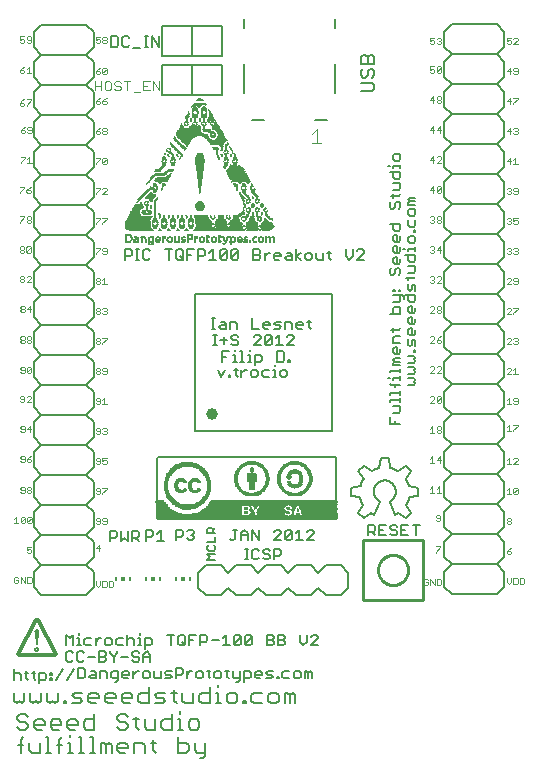
<source format=gbr>
G04 EAGLE Gerber RS-274X export*
G75*
%MOMM*%
%FSLAX34Y34*%
%LPD*%
%INSilkscreen Top*%
%IPPOS*%
%AMOC8*
5,1,8,0,0,1.08239X$1,22.5*%
G01*
%ADD10C,0.127000*%
%ADD11C,0.076200*%
%ADD12C,1.000000*%
%ADD13C,0.101600*%
%ADD14C,0.152400*%
%ADD15C,0.203200*%
%ADD16R,0.150000X0.300000*%
%ADD17R,0.300000X0.300000*%
%ADD18C,0.218400*%
%ADD19C,0.304800*%
%ADD20C,0.177800*%
%ADD21R,0.381000X0.025400*%
%ADD22R,0.177800X0.025400*%
%ADD23R,0.406400X0.025400*%
%ADD24R,0.203200X0.025400*%
%ADD25R,0.431800X0.025400*%
%ADD26R,0.228600X0.025400*%
%ADD27R,0.101600X0.025400*%
%ADD28R,0.254000X0.025400*%
%ADD29R,0.025400X0.025400*%
%ADD30R,0.152400X0.025400*%
%ADD31R,0.330200X0.025400*%
%ADD32R,0.127000X0.025400*%
%ADD33R,0.279400X0.025400*%
%ADD34R,0.355600X0.025400*%
%ADD35R,0.304800X0.025400*%
%ADD36R,0.482600X0.025400*%
%ADD37R,0.457200X0.025400*%
%ADD38R,0.533400X0.025400*%
%ADD39R,0.558800X0.025400*%
%ADD40R,0.508000X0.025400*%
%ADD41R,0.076200X0.025400*%
%ADD42R,0.050800X0.025400*%
%ADD43R,0.787400X0.025400*%
%ADD44R,1.981200X0.025400*%
%ADD45R,4.165600X0.025400*%
%ADD46R,0.965200X0.025400*%
%ADD47R,0.660400X0.025400*%
%ADD48R,2.032000X0.025400*%
%ADD49R,4.089400X0.025400*%
%ADD50R,0.914400X0.025400*%
%ADD51R,0.736600X0.025400*%
%ADD52R,2.082800X0.025400*%
%ADD53R,4.038600X0.025400*%
%ADD54R,0.863600X0.025400*%
%ADD55R,2.133600X0.025400*%
%ADD56R,3.987800X0.025400*%
%ADD57R,0.838200X0.025400*%
%ADD58R,0.812800X0.025400*%
%ADD59R,3.937000X0.025400*%
%ADD60R,0.762000X0.025400*%
%ADD61R,2.159000X0.025400*%
%ADD62R,2.743200X0.025400*%
%ADD63R,1.320800X0.025400*%
%ADD64R,1.143000X0.025400*%
%ADD65R,1.066800X0.025400*%
%ADD66R,1.371600X0.025400*%
%ADD67R,1.041400X0.025400*%
%ADD68R,1.092200X0.025400*%
%ADD69R,2.184400X0.025400*%
%ADD70R,1.346200X0.025400*%
%ADD71R,0.990600X0.025400*%
%ADD72R,1.295400X0.025400*%
%ADD73R,1.016000X0.025400*%
%ADD74R,1.270000X0.025400*%
%ADD75R,1.219200X0.025400*%
%ADD76R,0.939800X0.025400*%
%ADD77R,1.117600X0.025400*%
%ADD78R,2.209800X0.025400*%
%ADD79R,0.889000X0.025400*%
%ADD80R,1.244600X0.025400*%
%ADD81R,0.584200X0.025400*%
%ADD82R,0.685800X0.025400*%
%ADD83R,0.609600X0.025400*%
%ADD84R,2.108200X0.025400*%
%ADD85R,0.711200X0.025400*%
%ADD86R,2.057400X0.025400*%
%ADD87R,1.193800X0.025400*%
%ADD88R,0.635000X0.025400*%
%ADD89R,1.168400X0.025400*%
%ADD90R,1.625600X0.025400*%
%ADD91R,1.600200X0.025400*%
%ADD92R,1.574800X0.025400*%
%ADD93R,1.549400X0.025400*%
%ADD94R,1.498600X0.025400*%
%ADD95R,1.473200X0.025400*%
%ADD96R,1.422400X0.025400*%
%ADD97R,1.397000X0.025400*%
%ADD98R,1.447800X0.025400*%
%ADD99R,1.651000X0.025400*%
%ADD100R,1.727200X0.025400*%
%ADD101R,1.828800X0.025400*%
%ADD102R,2.692400X0.025400*%
%ADD103R,2.717800X0.025400*%
%ADD104R,2.667000X0.025400*%
%ADD105R,2.336800X0.025400*%
%ADD106R,2.260600X0.025400*%
%ADD107R,1.955800X0.025400*%
%ADD108R,1.930400X0.025400*%
%ADD109R,1.905000X0.025400*%
%ADD110R,1.879600X0.025400*%
%ADD111R,1.854200X0.025400*%
%ADD112R,15.278100X0.038200*%
%ADD113R,15.354400X0.038100*%
%ADD114R,11.163400X0.038100*%
%ADD115R,4.114800X0.038100*%
%ADD116R,7.277200X0.038100*%
%ADD117R,0.533400X0.038100*%
%ADD118R,2.476500X0.038100*%
%ADD119R,0.190500X0.038100*%
%ADD120R,0.419100X0.038100*%
%ADD121R,2.971800X0.038100*%
%ADD122R,0.457200X0.038100*%
%ADD123R,2.400300X0.038100*%
%ADD124R,0.114300X0.038100*%
%ADD125R,2.629000X0.038100*%
%ADD126R,4.533900X0.038100*%
%ADD127R,2.362200X0.038100*%
%ADD128R,0.381000X0.038100*%
%ADD129R,2.248000X0.038100*%
%ADD130R,4.191000X0.038100*%
%ADD131R,0.152400X0.038100*%
%ADD132R,0.076200X0.038100*%
%ADD133R,0.342900X0.038100*%
%ADD134R,3.009900X0.038100*%
%ADD135R,2.057500X0.038100*%
%ADD136R,4.000500X0.038100*%
%ADD137R,0.304800X0.038100*%
%ADD138R,2.324100X0.038100*%
%ADD139R,1.943200X0.038100*%
%ADD140R,3.886200X0.038100*%
%ADD141R,3.048000X0.038100*%
%ADD142R,1.867000X0.038100*%
%ADD143R,3.771900X0.038100*%
%ADD144R,1.752700X0.038100*%
%ADD145R,3.695700X0.038100*%
%ADD146R,2.819400X0.038100*%
%ADD147R,1.676500X0.038100*%
%ADD148R,3.619500X0.038100*%
%ADD149R,2.743200X0.038100*%
%ADD150R,3.086100X0.038100*%
%ADD151R,1.600300X0.038100*%
%ADD152R,3.543300X0.038100*%
%ADD153R,0.228600X0.038100*%
%ADD154R,2.590800X0.038100*%
%ADD155R,1.524100X0.038100*%
%ADD156R,3.467100X0.038100*%
%ADD157R,2.438400X0.038100*%
%ADD158R,1.486000X0.038100*%
%ADD159R,3.390900X0.038100*%
%ADD160R,3.124200X0.038100*%
%ADD161R,1.409800X0.038100*%
%ADD162R,3.352800X0.038100*%
%ADD163R,1.371700X0.038100*%
%ADD164R,3.276600X0.038100*%
%ADD165R,2.247900X0.038100*%
%ADD166R,0.571500X0.038100*%
%ADD167R,3.162300X0.038100*%
%ADD168R,1.295500X0.038100*%
%ADD169R,0.762000X0.038100*%
%ADD170R,3.238500X0.038100*%
%ADD171R,0.266700X0.038100*%
%ADD172R,0.685800X0.038100*%
%ADD173R,0.038100X0.038100*%
%ADD174R,1.257400X0.038100*%
%ADD175R,1.104900X0.038100*%
%ADD176R,3.200400X0.038100*%
%ADD177R,2.171700X0.038100*%
%ADD178R,1.219300X0.038100*%
%ADD179R,1.333500X0.038100*%
%ADD180R,1.181200X0.038100*%
%ADD181R,1.524000X0.038100*%
%ADD182R,1.143100X0.038100*%
%ADD183R,1.714500X0.038100*%
%ADD184R,2.133600X0.038100*%
%ADD185R,1.066900X0.038100*%
%ADD186R,1.866900X0.038100*%
%ADD187R,1.028800X0.038100*%
%ADD188R,1.981200X0.038100*%
%ADD189R,2.095500X0.038100*%
%ADD190R,2.933700X0.038100*%
%ADD191R,0.495300X0.038100*%
%ADD192R,0.990700X0.038100*%
%ADD193R,6.781800X0.038100*%
%ADD194R,0.952600X0.038100*%
%ADD195R,10.972800X0.038100*%
%ADD196R,0.914500X0.038100*%
%ADD197R,0.838200X0.038100*%
%ADD198R,10.934700X0.038100*%
%ADD199R,0.876400X0.038100*%
%ADD200R,10.896600X0.038100*%
%ADD201R,0.838300X0.038100*%
%ADD202R,10.858500X0.038100*%
%ADD203R,0.647700X0.038100*%
%ADD204R,10.820400X0.038100*%
%ADD205R,0.800200X0.038100*%
%ADD206R,0.609600X0.038100*%
%ADD207R,0.762100X0.038100*%
%ADD208R,10.782300X0.038100*%
%ADD209R,0.724000X0.038100*%
%ADD210R,10.744200X0.038100*%
%ADD211R,0.685900X0.038100*%
%ADD212R,10.706100X0.038100*%
%ADD213R,0.152500X0.038100*%
%ADD214R,0.914400X0.038100*%
%ADD215R,1.143000X0.038100*%
%ADD216R,1.295400X0.038100*%
%ADD217R,1.447800X0.038100*%
%ADD218R,1.409700X0.038100*%
%ADD219R,1.562100X0.038100*%
%ADD220R,1.676400X0.038100*%
%ADD221R,0.876300X0.038100*%
%ADD222R,0.990600X0.038100*%
%ADD223R,0.800100X0.038100*%
%ADD224R,1.066800X0.038100*%
%ADD225R,1.181100X0.038100*%
%ADD226R,0.952500X0.038100*%
%ADD227R,0.723900X0.038100*%
%ADD228R,1.028700X0.038100*%
%ADD229R,2.209800X0.038100*%
%ADD230R,1.828800X0.038100*%
%ADD231R,1.638300X0.038100*%
%ADD232R,1.485900X0.038100*%
%ADD233R,1.257300X0.038100*%
%ADD234R,1.371600X0.038100*%
%ADD235R,1.219200X0.038100*%
%ADD236R,15.278100X0.038100*%
%ADD237R,15.201900X0.038100*%
%ADD238R,15.125700X0.038100*%
%ADD239R,14.973300X0.038100*%

G36*
X23387Y-36502D02*
X23387Y-36502D01*
X23429Y-36505D01*
X23497Y-36486D01*
X23566Y-36476D01*
X23604Y-36456D01*
X23645Y-36444D01*
X23702Y-36403D01*
X23764Y-36370D01*
X23792Y-36338D01*
X23826Y-36312D01*
X23865Y-36254D01*
X23911Y-36201D01*
X23927Y-36161D01*
X23950Y-36125D01*
X23973Y-36038D01*
X23991Y-35991D01*
X23992Y-35967D01*
X23998Y-35944D01*
X25248Y-24694D01*
X25242Y-24594D01*
X25239Y-24493D01*
X25234Y-24482D01*
X25233Y-24470D01*
X25192Y-24378D01*
X25154Y-24286D01*
X25146Y-24277D01*
X25141Y-24266D01*
X25071Y-24194D01*
X25003Y-24120D01*
X24992Y-24114D01*
X24984Y-24106D01*
X24893Y-24063D01*
X24803Y-24017D01*
X24790Y-24015D01*
X24780Y-24011D01*
X24735Y-24007D01*
X24618Y-23990D01*
X22118Y-23990D01*
X22019Y-24007D01*
X21920Y-24022D01*
X21909Y-24027D01*
X21897Y-24029D01*
X21811Y-24081D01*
X21722Y-24128D01*
X21714Y-24137D01*
X21704Y-24144D01*
X21641Y-24222D01*
X21575Y-24297D01*
X21570Y-24308D01*
X21563Y-24318D01*
X21530Y-24413D01*
X21495Y-24507D01*
X21494Y-24520D01*
X21491Y-24530D01*
X21492Y-24576D01*
X21488Y-24694D01*
X22738Y-35944D01*
X22750Y-35985D01*
X22753Y-36028D01*
X22782Y-36092D01*
X22801Y-36159D01*
X22827Y-36193D01*
X22845Y-36232D01*
X22894Y-36282D01*
X22936Y-36339D01*
X22972Y-36362D01*
X23002Y-36392D01*
X23066Y-36422D01*
X23125Y-36460D01*
X23167Y-36469D01*
X23206Y-36487D01*
X23275Y-36493D01*
X23344Y-36508D01*
X23387Y-36502D01*
G37*
D10*
X186563Y53934D02*
X188046Y52451D01*
X189529Y52451D01*
X191012Y53934D01*
X191012Y61349D01*
X189529Y61349D02*
X192495Y61349D01*
X195918Y58383D02*
X195918Y52451D01*
X195918Y58383D02*
X198884Y61349D01*
X201850Y58383D01*
X201850Y52451D01*
X201850Y56900D02*
X195918Y56900D01*
X205273Y52451D02*
X205273Y61349D01*
X211205Y52451D01*
X211205Y61349D01*
X223984Y52451D02*
X229915Y52451D01*
X223984Y52451D02*
X229915Y58383D01*
X229915Y59866D01*
X228433Y61349D01*
X225467Y61349D01*
X223984Y59866D01*
X233339Y59866D02*
X233339Y53934D01*
X233339Y59866D02*
X234822Y61349D01*
X237788Y61349D01*
X239271Y59866D01*
X239271Y53934D01*
X237788Y52451D01*
X234822Y52451D01*
X233339Y53934D01*
X239271Y59866D01*
X242694Y58383D02*
X245660Y61349D01*
X245660Y52451D01*
X242694Y52451D02*
X248626Y52451D01*
X252049Y52451D02*
X257981Y52451D01*
X252049Y52451D02*
X257981Y58383D01*
X257981Y59866D01*
X256498Y61349D01*
X253532Y61349D01*
X252049Y59866D01*
D11*
X12830Y479176D02*
X9271Y479176D01*
X9271Y476506D01*
X11051Y477396D01*
X11940Y477396D01*
X12830Y476506D01*
X12830Y474727D01*
X11940Y473837D01*
X10161Y473837D01*
X9271Y474727D01*
X14884Y474727D02*
X15774Y473837D01*
X17553Y473837D01*
X18443Y474727D01*
X18443Y478286D01*
X17553Y479176D01*
X15774Y479176D01*
X14884Y478286D01*
X14884Y477396D01*
X15774Y476506D01*
X18443Y476506D01*
X12830Y453522D02*
X11051Y452632D01*
X9271Y450852D01*
X9271Y449073D01*
X10161Y448183D01*
X11940Y448183D01*
X12830Y449073D01*
X12830Y449963D01*
X11940Y450852D01*
X9271Y450852D01*
X14884Y451742D02*
X16664Y453522D01*
X16664Y448183D01*
X18443Y448183D02*
X14884Y448183D01*
X12830Y425836D02*
X11051Y424946D01*
X9271Y423166D01*
X9271Y421387D01*
X10161Y420497D01*
X11940Y420497D01*
X12830Y421387D01*
X12830Y422277D01*
X11940Y423166D01*
X9271Y423166D01*
X14884Y425836D02*
X18443Y425836D01*
X18443Y424946D01*
X14884Y421387D01*
X14884Y420497D01*
X13338Y402722D02*
X11559Y401832D01*
X9779Y400052D01*
X9779Y398273D01*
X10669Y397383D01*
X12448Y397383D01*
X13338Y398273D01*
X13338Y399163D01*
X12448Y400052D01*
X9779Y400052D01*
X15392Y398273D02*
X16282Y397383D01*
X18061Y397383D01*
X18951Y398273D01*
X18951Y401832D01*
X18061Y402722D01*
X16282Y402722D01*
X15392Y401832D01*
X15392Y400942D01*
X16282Y400052D01*
X18951Y400052D01*
X13338Y377068D02*
X9779Y377068D01*
X13338Y377068D02*
X13338Y376178D01*
X9779Y372619D01*
X9779Y371729D01*
X15392Y375288D02*
X17172Y377068D01*
X17172Y371729D01*
X18951Y371729D02*
X15392Y371729D01*
X12576Y351922D02*
X9017Y351922D01*
X12576Y351922D02*
X12576Y351032D01*
X9017Y347473D01*
X9017Y346583D01*
X16410Y351032D02*
X18189Y351922D01*
X16410Y351032D02*
X14630Y349252D01*
X14630Y347473D01*
X15520Y346583D01*
X17299Y346583D01*
X18189Y347473D01*
X18189Y348363D01*
X17299Y349252D01*
X14630Y349252D01*
X12830Y326776D02*
X9271Y326776D01*
X12830Y326776D02*
X12830Y325886D01*
X9271Y322327D01*
X9271Y321437D01*
X14884Y325886D02*
X15774Y326776D01*
X17553Y326776D01*
X18443Y325886D01*
X18443Y324996D01*
X17553Y324106D01*
X18443Y323217D01*
X18443Y322327D01*
X17553Y321437D01*
X15774Y321437D01*
X14884Y322327D01*
X14884Y323217D01*
X15774Y324106D01*
X14884Y324996D01*
X14884Y325886D01*
X15774Y324106D02*
X17553Y324106D01*
X9907Y301376D02*
X9017Y300486D01*
X9907Y301376D02*
X11686Y301376D01*
X12576Y300486D01*
X12576Y299596D01*
X11686Y298706D01*
X12576Y297817D01*
X12576Y296927D01*
X11686Y296037D01*
X9907Y296037D01*
X9017Y296927D01*
X9017Y297817D01*
X9907Y298706D01*
X9017Y299596D01*
X9017Y300486D01*
X9907Y298706D02*
X11686Y298706D01*
X14630Y296927D02*
X14630Y300486D01*
X15520Y301376D01*
X17299Y301376D01*
X18189Y300486D01*
X18189Y296927D01*
X17299Y296037D01*
X15520Y296037D01*
X14630Y296927D01*
X18189Y300486D01*
X10161Y276230D02*
X9271Y275340D01*
X10161Y276230D02*
X11940Y276230D01*
X12830Y275340D01*
X12830Y274450D01*
X11940Y273560D01*
X12830Y272671D01*
X12830Y271781D01*
X11940Y270891D01*
X10161Y270891D01*
X9271Y271781D01*
X9271Y272671D01*
X10161Y273560D01*
X9271Y274450D01*
X9271Y275340D01*
X10161Y273560D02*
X11940Y273560D01*
X14884Y270891D02*
X18443Y270891D01*
X14884Y270891D02*
X18443Y274450D01*
X18443Y275340D01*
X17553Y276230D01*
X15774Y276230D01*
X14884Y275340D01*
X10415Y250830D02*
X9525Y249940D01*
X10415Y250830D02*
X12194Y250830D01*
X13084Y249940D01*
X13084Y249050D01*
X12194Y248160D01*
X13084Y247271D01*
X13084Y246381D01*
X12194Y245491D01*
X10415Y245491D01*
X9525Y246381D01*
X9525Y247271D01*
X10415Y248160D01*
X9525Y249050D01*
X9525Y249940D01*
X10415Y248160D02*
X12194Y248160D01*
X17807Y245491D02*
X17807Y250830D01*
X15138Y248160D01*
X18697Y248160D01*
X10415Y225176D02*
X9525Y224286D01*
X10415Y225176D02*
X12194Y225176D01*
X13084Y224286D01*
X13084Y223396D01*
X12194Y222506D01*
X13084Y221617D01*
X13084Y220727D01*
X12194Y219837D01*
X10415Y219837D01*
X9525Y220727D01*
X9525Y221617D01*
X10415Y222506D01*
X9525Y223396D01*
X9525Y224286D01*
X10415Y222506D02*
X12194Y222506D01*
X15138Y224286D02*
X16028Y225176D01*
X17807Y225176D01*
X18697Y224286D01*
X18697Y223396D01*
X17807Y222506D01*
X18697Y221617D01*
X18697Y220727D01*
X17807Y219837D01*
X16028Y219837D01*
X15138Y220727D01*
X15138Y221617D01*
X16028Y222506D01*
X15138Y223396D01*
X15138Y224286D01*
X16028Y222506D02*
X17807Y222506D01*
X9525Y194819D02*
X10415Y193929D01*
X12194Y193929D01*
X13084Y194819D01*
X13084Y198378D01*
X12194Y199268D01*
X10415Y199268D01*
X9525Y198378D01*
X9525Y197488D01*
X10415Y196598D01*
X13084Y196598D01*
X15138Y194819D02*
X15138Y198378D01*
X16028Y199268D01*
X17807Y199268D01*
X18697Y198378D01*
X18697Y194819D01*
X17807Y193929D01*
X16028Y193929D01*
X15138Y194819D01*
X18697Y198378D01*
X9271Y170435D02*
X10161Y169545D01*
X11940Y169545D01*
X12830Y170435D01*
X12830Y173994D01*
X11940Y174884D01*
X10161Y174884D01*
X9271Y173994D01*
X9271Y173104D01*
X10161Y172214D01*
X12830Y172214D01*
X14884Y169545D02*
X18443Y169545D01*
X14884Y169545D02*
X18443Y173104D01*
X18443Y173994D01*
X17553Y174884D01*
X15774Y174884D01*
X14884Y173994D01*
X9525Y145289D02*
X10415Y144399D01*
X12194Y144399D01*
X13084Y145289D01*
X13084Y148848D01*
X12194Y149738D01*
X10415Y149738D01*
X9525Y148848D01*
X9525Y147958D01*
X10415Y147068D01*
X13084Y147068D01*
X17807Y144399D02*
X17807Y149738D01*
X15138Y147068D01*
X18697Y147068D01*
X9525Y119635D02*
X10415Y118745D01*
X12194Y118745D01*
X13084Y119635D01*
X13084Y123194D01*
X12194Y124084D01*
X10415Y124084D01*
X9525Y123194D01*
X9525Y122304D01*
X10415Y121414D01*
X13084Y121414D01*
X16918Y123194D02*
X18697Y124084D01*
X16918Y123194D02*
X15138Y121414D01*
X15138Y119635D01*
X16028Y118745D01*
X17807Y118745D01*
X18697Y119635D01*
X18697Y120525D01*
X17807Y121414D01*
X15138Y121414D01*
X9525Y93219D02*
X10415Y92329D01*
X12194Y92329D01*
X13084Y93219D01*
X13084Y96778D01*
X12194Y97668D01*
X10415Y97668D01*
X9525Y96778D01*
X9525Y95888D01*
X10415Y94998D01*
X13084Y94998D01*
X15138Y96778D02*
X16028Y97668D01*
X17807Y97668D01*
X18697Y96778D01*
X18697Y95888D01*
X17807Y94998D01*
X18697Y94109D01*
X18697Y93219D01*
X17807Y92329D01*
X16028Y92329D01*
X15138Y93219D01*
X15138Y94109D01*
X16028Y94998D01*
X15138Y95888D01*
X15138Y96778D01*
X16028Y94998D02*
X17807Y94998D01*
X5971Y72522D02*
X4191Y70742D01*
X5971Y72522D02*
X5971Y67183D01*
X7750Y67183D02*
X4191Y67183D01*
X9804Y68073D02*
X9804Y71632D01*
X10694Y72522D01*
X12473Y72522D01*
X13363Y71632D01*
X13363Y68073D01*
X12473Y67183D01*
X10694Y67183D01*
X9804Y68073D01*
X13363Y71632D01*
X15417Y71632D02*
X15417Y68073D01*
X15417Y71632D02*
X16307Y72522D01*
X18086Y72522D01*
X18976Y71632D01*
X18976Y68073D01*
X18086Y67183D01*
X16307Y67183D01*
X15417Y68073D01*
X18976Y71632D01*
X18672Y47122D02*
X15113Y47122D01*
X15113Y44452D01*
X16893Y45342D01*
X17782Y45342D01*
X18672Y44452D01*
X18672Y42673D01*
X17782Y41783D01*
X16003Y41783D01*
X15113Y42673D01*
X6860Y21722D02*
X7750Y20832D01*
X6860Y21722D02*
X5081Y21722D01*
X4191Y20832D01*
X4191Y17273D01*
X5081Y16383D01*
X6860Y16383D01*
X7750Y17273D01*
X7750Y19052D01*
X5971Y19052D01*
X9804Y16383D02*
X9804Y21722D01*
X13363Y16383D01*
X13363Y21722D01*
X15417Y21722D02*
X15417Y16383D01*
X18086Y16383D01*
X18976Y17273D01*
X18976Y20832D01*
X18086Y21722D01*
X15417Y21722D01*
X73279Y478922D02*
X76838Y478922D01*
X73279Y478922D02*
X73279Y476252D01*
X75059Y477142D01*
X75948Y477142D01*
X76838Y476252D01*
X76838Y474473D01*
X75948Y473583D01*
X74169Y473583D01*
X73279Y474473D01*
X78892Y478032D02*
X79782Y478922D01*
X81561Y478922D01*
X82451Y478032D01*
X82451Y477142D01*
X81561Y476252D01*
X82451Y475363D01*
X82451Y474473D01*
X81561Y473583D01*
X79782Y473583D01*
X78892Y474473D01*
X78892Y475363D01*
X79782Y476252D01*
X78892Y477142D01*
X78892Y478032D01*
X79782Y476252D02*
X81561Y476252D01*
X76838Y452506D02*
X75059Y451616D01*
X73279Y449836D01*
X73279Y448057D01*
X74169Y447167D01*
X75948Y447167D01*
X76838Y448057D01*
X76838Y448947D01*
X75948Y449836D01*
X73279Y449836D01*
X78892Y448057D02*
X78892Y451616D01*
X79782Y452506D01*
X81561Y452506D01*
X82451Y451616D01*
X82451Y448057D01*
X81561Y447167D01*
X79782Y447167D01*
X78892Y448057D01*
X82451Y451616D01*
X76838Y427106D02*
X75059Y426216D01*
X73279Y424436D01*
X73279Y422657D01*
X74169Y421767D01*
X75948Y421767D01*
X76838Y422657D01*
X76838Y423547D01*
X75948Y424436D01*
X73279Y424436D01*
X80672Y426216D02*
X82451Y427106D01*
X80672Y426216D02*
X78892Y424436D01*
X78892Y422657D01*
X79782Y421767D01*
X81561Y421767D01*
X82451Y422657D01*
X82451Y423547D01*
X81561Y424436D01*
X78892Y424436D01*
X76838Y401706D02*
X75059Y400816D01*
X73279Y399036D01*
X73279Y397257D01*
X74169Y396367D01*
X75948Y396367D01*
X76838Y397257D01*
X76838Y398147D01*
X75948Y399036D01*
X73279Y399036D01*
X78892Y400816D02*
X79782Y401706D01*
X81561Y401706D01*
X82451Y400816D01*
X82451Y399926D01*
X81561Y399036D01*
X82451Y398147D01*
X82451Y397257D01*
X81561Y396367D01*
X79782Y396367D01*
X78892Y397257D01*
X78892Y398147D01*
X79782Y399036D01*
X78892Y399926D01*
X78892Y400816D01*
X79782Y399036D02*
X81561Y399036D01*
X76838Y376306D02*
X73279Y376306D01*
X76838Y376306D02*
X76838Y375416D01*
X73279Y371857D01*
X73279Y370967D01*
X78892Y371857D02*
X78892Y375416D01*
X79782Y376306D01*
X81561Y376306D01*
X82451Y375416D01*
X82451Y371857D01*
X81561Y370967D01*
X79782Y370967D01*
X78892Y371857D01*
X82451Y375416D01*
X76838Y350906D02*
X73279Y350906D01*
X76838Y350906D02*
X76838Y350016D01*
X73279Y346457D01*
X73279Y345567D01*
X78892Y345567D02*
X82451Y345567D01*
X78892Y345567D02*
X82451Y349126D01*
X82451Y350016D01*
X81561Y350906D01*
X79782Y350906D01*
X78892Y350016D01*
X76838Y325506D02*
X73279Y325506D01*
X76838Y325506D02*
X76838Y324616D01*
X73279Y321057D01*
X73279Y320167D01*
X78892Y325506D02*
X82451Y325506D01*
X82451Y324616D01*
X78892Y321057D01*
X78892Y320167D01*
X76838Y300106D02*
X73279Y300106D01*
X76838Y300106D02*
X76838Y299216D01*
X73279Y295657D01*
X73279Y294767D01*
X78892Y295657D02*
X79782Y294767D01*
X81561Y294767D01*
X82451Y295657D01*
X82451Y299216D01*
X81561Y300106D01*
X79782Y300106D01*
X78892Y299216D01*
X78892Y298326D01*
X79782Y297436D01*
X82451Y297436D01*
X74169Y274706D02*
X73279Y273816D01*
X74169Y274706D02*
X75948Y274706D01*
X76838Y273816D01*
X76838Y272926D01*
X75948Y272036D01*
X76838Y271147D01*
X76838Y270257D01*
X75948Y269367D01*
X74169Y269367D01*
X73279Y270257D01*
X73279Y271147D01*
X74169Y272036D01*
X73279Y272926D01*
X73279Y273816D01*
X74169Y272036D02*
X75948Y272036D01*
X78892Y272926D02*
X80672Y274706D01*
X80672Y269367D01*
X82451Y269367D02*
X78892Y269367D01*
X74169Y249306D02*
X73279Y248416D01*
X74169Y249306D02*
X75948Y249306D01*
X76838Y248416D01*
X76838Y247526D01*
X75948Y246636D01*
X76838Y245747D01*
X76838Y244857D01*
X75948Y243967D01*
X74169Y243967D01*
X73279Y244857D01*
X73279Y245747D01*
X74169Y246636D01*
X73279Y247526D01*
X73279Y248416D01*
X74169Y246636D02*
X75948Y246636D01*
X78892Y248416D02*
X79782Y249306D01*
X81561Y249306D01*
X82451Y248416D01*
X82451Y247526D01*
X81561Y246636D01*
X80672Y246636D01*
X81561Y246636D02*
X82451Y245747D01*
X82451Y244857D01*
X81561Y243967D01*
X79782Y243967D01*
X78892Y244857D01*
X74169Y223906D02*
X73279Y223016D01*
X74169Y223906D02*
X75948Y223906D01*
X76838Y223016D01*
X76838Y222126D01*
X75948Y221236D01*
X76838Y220347D01*
X76838Y219457D01*
X75948Y218567D01*
X74169Y218567D01*
X73279Y219457D01*
X73279Y220347D01*
X74169Y221236D01*
X73279Y222126D01*
X73279Y223016D01*
X74169Y221236D02*
X75948Y221236D01*
X78892Y223906D02*
X82451Y223906D01*
X82451Y223016D01*
X78892Y219457D01*
X78892Y218567D01*
X74169Y198506D02*
X73279Y197616D01*
X74169Y198506D02*
X75948Y198506D01*
X76838Y197616D01*
X76838Y196726D01*
X75948Y195836D01*
X76838Y194947D01*
X76838Y194057D01*
X75948Y193167D01*
X74169Y193167D01*
X73279Y194057D01*
X73279Y194947D01*
X74169Y195836D01*
X73279Y196726D01*
X73279Y197616D01*
X74169Y195836D02*
X75948Y195836D01*
X78892Y194057D02*
X79782Y193167D01*
X81561Y193167D01*
X82451Y194057D01*
X82451Y197616D01*
X81561Y198506D01*
X79782Y198506D01*
X78892Y197616D01*
X78892Y196726D01*
X79782Y195836D01*
X82451Y195836D01*
X73279Y168657D02*
X74169Y167767D01*
X75948Y167767D01*
X76838Y168657D01*
X76838Y172216D01*
X75948Y173106D01*
X74169Y173106D01*
X73279Y172216D01*
X73279Y171326D01*
X74169Y170436D01*
X76838Y170436D01*
X78892Y171326D02*
X80672Y173106D01*
X80672Y167767D01*
X82451Y167767D02*
X78892Y167767D01*
X73279Y143257D02*
X74169Y142367D01*
X75948Y142367D01*
X76838Y143257D01*
X76838Y146816D01*
X75948Y147706D01*
X74169Y147706D01*
X73279Y146816D01*
X73279Y145926D01*
X74169Y145036D01*
X76838Y145036D01*
X78892Y146816D02*
X79782Y147706D01*
X81561Y147706D01*
X82451Y146816D01*
X82451Y145926D01*
X81561Y145036D01*
X80672Y145036D01*
X81561Y145036D02*
X82451Y144147D01*
X82451Y143257D01*
X81561Y142367D01*
X79782Y142367D01*
X78892Y143257D01*
X73279Y117857D02*
X74169Y116967D01*
X75948Y116967D01*
X76838Y117857D01*
X76838Y121416D01*
X75948Y122306D01*
X74169Y122306D01*
X73279Y121416D01*
X73279Y120526D01*
X74169Y119636D01*
X76838Y119636D01*
X78892Y122306D02*
X82451Y122306D01*
X78892Y122306D02*
X78892Y119636D01*
X80672Y120526D01*
X81561Y120526D01*
X82451Y119636D01*
X82451Y117857D01*
X81561Y116967D01*
X79782Y116967D01*
X78892Y117857D01*
X73279Y92457D02*
X74169Y91567D01*
X75948Y91567D01*
X76838Y92457D01*
X76838Y96016D01*
X75948Y96906D01*
X74169Y96906D01*
X73279Y96016D01*
X73279Y95126D01*
X74169Y94236D01*
X76838Y94236D01*
X78892Y96906D02*
X82451Y96906D01*
X82451Y96016D01*
X78892Y92457D01*
X78892Y91567D01*
X73279Y67057D02*
X74169Y66167D01*
X75948Y66167D01*
X76838Y67057D01*
X76838Y70616D01*
X75948Y71506D01*
X74169Y71506D01*
X73279Y70616D01*
X73279Y69726D01*
X74169Y68836D01*
X76838Y68836D01*
X78892Y67057D02*
X79782Y66167D01*
X81561Y66167D01*
X82451Y67057D01*
X82451Y70616D01*
X81561Y71506D01*
X79782Y71506D01*
X78892Y70616D01*
X78892Y69726D01*
X79782Y68836D01*
X82451Y68836D01*
X75948Y48646D02*
X75948Y43307D01*
X73279Y45976D02*
X75948Y48646D01*
X76838Y45976D02*
X73279Y45976D01*
X73279Y18166D02*
X73279Y14607D01*
X75059Y12827D01*
X76838Y14607D01*
X76838Y18166D01*
X78892Y18166D02*
X78892Y12827D01*
X81561Y12827D01*
X82451Y13717D01*
X82451Y17276D01*
X81561Y18166D01*
X78892Y18166D01*
X84505Y18166D02*
X84505Y12827D01*
X87174Y12827D01*
X88064Y13717D01*
X88064Y17276D01*
X87174Y18166D01*
X84505Y18166D01*
X421259Y17147D02*
X421259Y20706D01*
X421259Y17147D02*
X423039Y15367D01*
X424818Y17147D01*
X424818Y20706D01*
X426872Y20706D02*
X426872Y15367D01*
X429541Y15367D01*
X430431Y16257D01*
X430431Y19816D01*
X429541Y20706D01*
X426872Y20706D01*
X432485Y20706D02*
X432485Y15367D01*
X435154Y15367D01*
X436044Y16257D01*
X436044Y19816D01*
X435154Y20706D01*
X432485Y20706D01*
X354639Y18800D02*
X353749Y19690D01*
X351969Y19690D01*
X351080Y18800D01*
X351080Y15241D01*
X351969Y14351D01*
X353749Y14351D01*
X354639Y15241D01*
X354639Y17020D01*
X352859Y17020D01*
X356693Y14351D02*
X356693Y19690D01*
X360252Y14351D01*
X360252Y19690D01*
X362306Y19690D02*
X362306Y14351D01*
X364975Y14351D01*
X365865Y15241D01*
X365865Y18800D01*
X364975Y19690D01*
X362306Y19690D01*
X421259Y477906D02*
X424818Y477906D01*
X421259Y477906D02*
X421259Y475236D01*
X423039Y476126D01*
X423928Y476126D01*
X424818Y475236D01*
X424818Y473457D01*
X423928Y472567D01*
X422149Y472567D01*
X421259Y473457D01*
X426872Y472567D02*
X430431Y472567D01*
X426872Y472567D02*
X430431Y476126D01*
X430431Y477016D01*
X429541Y477906D01*
X427762Y477906D01*
X426872Y477016D01*
X423928Y452506D02*
X423928Y447167D01*
X421259Y449836D02*
X423928Y452506D01*
X424818Y449836D02*
X421259Y449836D01*
X426872Y448057D02*
X427762Y447167D01*
X429541Y447167D01*
X430431Y448057D01*
X430431Y451616D01*
X429541Y452506D01*
X427762Y452506D01*
X426872Y451616D01*
X426872Y450726D01*
X427762Y449836D01*
X430431Y449836D01*
X423928Y427106D02*
X423928Y421767D01*
X421259Y424436D02*
X423928Y427106D01*
X424818Y424436D02*
X421259Y424436D01*
X426872Y427106D02*
X430431Y427106D01*
X430431Y426216D01*
X426872Y422657D01*
X426872Y421767D01*
X423928Y401706D02*
X423928Y396367D01*
X421259Y399036D02*
X423928Y401706D01*
X424818Y399036D02*
X421259Y399036D01*
X426872Y400816D02*
X427762Y401706D01*
X429541Y401706D01*
X430431Y400816D01*
X430431Y399926D01*
X429541Y399036D01*
X428652Y399036D01*
X429541Y399036D02*
X430431Y398147D01*
X430431Y397257D01*
X429541Y396367D01*
X427762Y396367D01*
X426872Y397257D01*
X423928Y376306D02*
X423928Y370967D01*
X421259Y373636D02*
X423928Y376306D01*
X424818Y373636D02*
X421259Y373636D01*
X426872Y374526D02*
X428652Y376306D01*
X428652Y370967D01*
X430431Y370967D02*
X426872Y370967D01*
X422149Y350906D02*
X421259Y350016D01*
X422149Y350906D02*
X423928Y350906D01*
X424818Y350016D01*
X424818Y349126D01*
X423928Y348236D01*
X423039Y348236D01*
X423928Y348236D02*
X424818Y347347D01*
X424818Y346457D01*
X423928Y345567D01*
X422149Y345567D01*
X421259Y346457D01*
X426872Y346457D02*
X427762Y345567D01*
X429541Y345567D01*
X430431Y346457D01*
X430431Y350016D01*
X429541Y350906D01*
X427762Y350906D01*
X426872Y350016D01*
X426872Y349126D01*
X427762Y348236D01*
X430431Y348236D01*
X422149Y325506D02*
X421259Y324616D01*
X422149Y325506D02*
X423928Y325506D01*
X424818Y324616D01*
X424818Y323726D01*
X423928Y322836D01*
X423039Y322836D01*
X423928Y322836D02*
X424818Y321947D01*
X424818Y321057D01*
X423928Y320167D01*
X422149Y320167D01*
X421259Y321057D01*
X426872Y325506D02*
X430431Y325506D01*
X426872Y325506D02*
X426872Y322836D01*
X428652Y323726D01*
X429541Y323726D01*
X430431Y322836D01*
X430431Y321057D01*
X429541Y320167D01*
X427762Y320167D01*
X426872Y321057D01*
X422149Y300106D02*
X421259Y299216D01*
X422149Y300106D02*
X423928Y300106D01*
X424818Y299216D01*
X424818Y298326D01*
X423928Y297436D01*
X423039Y297436D01*
X423928Y297436D02*
X424818Y296547D01*
X424818Y295657D01*
X423928Y294767D01*
X422149Y294767D01*
X421259Y295657D01*
X426872Y299216D02*
X427762Y300106D01*
X429541Y300106D01*
X430431Y299216D01*
X430431Y298326D01*
X429541Y297436D01*
X428652Y297436D01*
X429541Y297436D02*
X430431Y296547D01*
X430431Y295657D01*
X429541Y294767D01*
X427762Y294767D01*
X426872Y295657D01*
X424818Y269367D02*
X421259Y269367D01*
X424818Y272926D01*
X424818Y273816D01*
X423928Y274706D01*
X422149Y274706D01*
X421259Y273816D01*
X426872Y270257D02*
X427762Y269367D01*
X429541Y269367D01*
X430431Y270257D01*
X430431Y273816D01*
X429541Y274706D01*
X427762Y274706D01*
X426872Y273816D01*
X426872Y272926D01*
X427762Y272036D01*
X430431Y272036D01*
X424818Y243967D02*
X421259Y243967D01*
X424818Y247526D01*
X424818Y248416D01*
X423928Y249306D01*
X422149Y249306D01*
X421259Y248416D01*
X426872Y249306D02*
X430431Y249306D01*
X430431Y248416D01*
X426872Y244857D01*
X426872Y243967D01*
X424818Y218567D02*
X421259Y218567D01*
X424818Y222126D01*
X424818Y223016D01*
X423928Y223906D01*
X422149Y223906D01*
X421259Y223016D01*
X426872Y223016D02*
X427762Y223906D01*
X429541Y223906D01*
X430431Y223016D01*
X430431Y222126D01*
X429541Y221236D01*
X428652Y221236D01*
X429541Y221236D02*
X430431Y220347D01*
X430431Y219457D01*
X429541Y218567D01*
X427762Y218567D01*
X426872Y219457D01*
X424818Y193167D02*
X421259Y193167D01*
X424818Y196726D01*
X424818Y197616D01*
X423928Y198506D01*
X422149Y198506D01*
X421259Y197616D01*
X426872Y196726D02*
X428652Y198506D01*
X428652Y193167D01*
X430431Y193167D02*
X426872Y193167D01*
X423039Y173106D02*
X421259Y171326D01*
X423039Y173106D02*
X423039Y167767D01*
X424818Y167767D02*
X421259Y167767D01*
X426872Y168657D02*
X427762Y167767D01*
X429541Y167767D01*
X430431Y168657D01*
X430431Y172216D01*
X429541Y173106D01*
X427762Y173106D01*
X426872Y172216D01*
X426872Y171326D01*
X427762Y170436D01*
X430431Y170436D01*
X423039Y150246D02*
X421259Y148466D01*
X423039Y150246D02*
X423039Y144907D01*
X424818Y144907D02*
X421259Y144907D01*
X426872Y150246D02*
X430431Y150246D01*
X430431Y149356D01*
X426872Y145797D01*
X426872Y144907D01*
X423039Y122306D02*
X421259Y120526D01*
X423039Y122306D02*
X423039Y116967D01*
X424818Y116967D02*
X421259Y116967D01*
X426872Y116967D02*
X430431Y116967D01*
X426872Y116967D02*
X430431Y120526D01*
X430431Y121416D01*
X429541Y122306D01*
X427762Y122306D01*
X426872Y121416D01*
X423039Y96906D02*
X421259Y95126D01*
X423039Y96906D02*
X423039Y91567D01*
X424818Y91567D02*
X421259Y91567D01*
X426872Y92457D02*
X426872Y96016D01*
X427762Y96906D01*
X429541Y96906D01*
X430431Y96016D01*
X430431Y92457D01*
X429541Y91567D01*
X427762Y91567D01*
X426872Y92457D01*
X430431Y96016D01*
X422149Y71506D02*
X421259Y70616D01*
X422149Y71506D02*
X423928Y71506D01*
X424818Y70616D01*
X424818Y69726D01*
X423928Y68836D01*
X424818Y67947D01*
X424818Y67057D01*
X423928Y66167D01*
X422149Y66167D01*
X421259Y67057D01*
X421259Y67947D01*
X422149Y68836D01*
X421259Y69726D01*
X421259Y70616D01*
X422149Y68836D02*
X423928Y68836D01*
X424818Y46106D02*
X423039Y45216D01*
X421259Y43436D01*
X421259Y41657D01*
X422149Y40767D01*
X423928Y40767D01*
X424818Y41657D01*
X424818Y42547D01*
X423928Y43436D01*
X421259Y43436D01*
X360048Y477906D02*
X356489Y477906D01*
X356489Y475236D01*
X358269Y476126D01*
X359158Y476126D01*
X360048Y475236D01*
X360048Y473457D01*
X359158Y472567D01*
X357379Y472567D01*
X356489Y473457D01*
X362102Y477016D02*
X362992Y477906D01*
X364771Y477906D01*
X365661Y477016D01*
X365661Y476126D01*
X364771Y475236D01*
X363882Y475236D01*
X364771Y475236D02*
X365661Y474347D01*
X365661Y473457D01*
X364771Y472567D01*
X362992Y472567D01*
X362102Y473457D01*
X360048Y453776D02*
X356489Y453776D01*
X356489Y451106D01*
X358269Y451996D01*
X359158Y451996D01*
X360048Y451106D01*
X360048Y449327D01*
X359158Y448437D01*
X357379Y448437D01*
X356489Y449327D01*
X362102Y449327D02*
X362102Y452886D01*
X362992Y453776D01*
X364771Y453776D01*
X365661Y452886D01*
X365661Y449327D01*
X364771Y448437D01*
X362992Y448437D01*
X362102Y449327D01*
X365661Y452886D01*
X359158Y428376D02*
X359158Y423037D01*
X356489Y425706D02*
X359158Y428376D01*
X360048Y425706D02*
X356489Y425706D01*
X362102Y427486D02*
X362992Y428376D01*
X364771Y428376D01*
X365661Y427486D01*
X365661Y426596D01*
X364771Y425706D01*
X365661Y424817D01*
X365661Y423927D01*
X364771Y423037D01*
X362992Y423037D01*
X362102Y423927D01*
X362102Y424817D01*
X362992Y425706D01*
X362102Y426596D01*
X362102Y427486D01*
X362992Y425706D02*
X364771Y425706D01*
X359158Y402976D02*
X359158Y397637D01*
X356489Y400306D02*
X359158Y402976D01*
X360048Y400306D02*
X356489Y400306D01*
X364771Y397637D02*
X364771Y402976D01*
X362102Y400306D01*
X365661Y400306D01*
X359158Y377576D02*
X359158Y372237D01*
X356489Y374906D02*
X359158Y377576D01*
X360048Y374906D02*
X356489Y374906D01*
X362102Y372237D02*
X365661Y372237D01*
X362102Y372237D02*
X365661Y375796D01*
X365661Y376686D01*
X364771Y377576D01*
X362992Y377576D01*
X362102Y376686D01*
X359158Y352176D02*
X359158Y346837D01*
X356489Y349506D02*
X359158Y352176D01*
X360048Y349506D02*
X356489Y349506D01*
X362102Y347727D02*
X362102Y351286D01*
X362992Y352176D01*
X364771Y352176D01*
X365661Y351286D01*
X365661Y347727D01*
X364771Y346837D01*
X362992Y346837D01*
X362102Y347727D01*
X365661Y351286D01*
X357379Y326776D02*
X356489Y325886D01*
X357379Y326776D02*
X359158Y326776D01*
X360048Y325886D01*
X360048Y324996D01*
X359158Y324106D01*
X358269Y324106D01*
X359158Y324106D02*
X360048Y323217D01*
X360048Y322327D01*
X359158Y321437D01*
X357379Y321437D01*
X356489Y322327D01*
X362102Y325886D02*
X362992Y326776D01*
X364771Y326776D01*
X365661Y325886D01*
X365661Y324996D01*
X364771Y324106D01*
X365661Y323217D01*
X365661Y322327D01*
X364771Y321437D01*
X362992Y321437D01*
X362102Y322327D01*
X362102Y323217D01*
X362992Y324106D01*
X362102Y324996D01*
X362102Y325886D01*
X362992Y324106D02*
X364771Y324106D01*
X357379Y301376D02*
X356489Y300486D01*
X357379Y301376D02*
X359158Y301376D01*
X360048Y300486D01*
X360048Y299596D01*
X359158Y298706D01*
X358269Y298706D01*
X359158Y298706D02*
X360048Y297817D01*
X360048Y296927D01*
X359158Y296037D01*
X357379Y296037D01*
X356489Y296927D01*
X364771Y296037D02*
X364771Y301376D01*
X362102Y298706D01*
X365661Y298706D01*
X357379Y275976D02*
X356489Y275086D01*
X357379Y275976D02*
X359158Y275976D01*
X360048Y275086D01*
X360048Y274196D01*
X359158Y273306D01*
X358269Y273306D01*
X359158Y273306D02*
X360048Y272417D01*
X360048Y271527D01*
X359158Y270637D01*
X357379Y270637D01*
X356489Y271527D01*
X362102Y270637D02*
X365661Y270637D01*
X362102Y270637D02*
X365661Y274196D01*
X365661Y275086D01*
X364771Y275976D01*
X362992Y275976D01*
X362102Y275086D01*
X360048Y245237D02*
X356489Y245237D01*
X360048Y248796D01*
X360048Y249686D01*
X359158Y250576D01*
X357379Y250576D01*
X356489Y249686D01*
X362102Y249686D02*
X362992Y250576D01*
X364771Y250576D01*
X365661Y249686D01*
X365661Y248796D01*
X364771Y247906D01*
X365661Y247017D01*
X365661Y246127D01*
X364771Y245237D01*
X362992Y245237D01*
X362102Y246127D01*
X362102Y247017D01*
X362992Y247906D01*
X362102Y248796D01*
X362102Y249686D01*
X362992Y247906D02*
X364771Y247906D01*
X360048Y219837D02*
X356489Y219837D01*
X360048Y223396D01*
X360048Y224286D01*
X359158Y225176D01*
X357379Y225176D01*
X356489Y224286D01*
X363882Y224286D02*
X365661Y225176D01*
X363882Y224286D02*
X362102Y222506D01*
X362102Y220727D01*
X362992Y219837D01*
X364771Y219837D01*
X365661Y220727D01*
X365661Y221617D01*
X364771Y222506D01*
X362102Y222506D01*
X360048Y194437D02*
X356489Y194437D01*
X360048Y197996D01*
X360048Y198886D01*
X359158Y199776D01*
X357379Y199776D01*
X356489Y198886D01*
X362102Y194437D02*
X365661Y194437D01*
X362102Y194437D02*
X365661Y197996D01*
X365661Y198886D01*
X364771Y199776D01*
X362992Y199776D01*
X362102Y198886D01*
X360048Y169037D02*
X356489Y169037D01*
X360048Y172596D01*
X360048Y173486D01*
X359158Y174376D01*
X357379Y174376D01*
X356489Y173486D01*
X362102Y173486D02*
X362102Y169927D01*
X362102Y173486D02*
X362992Y174376D01*
X364771Y174376D01*
X365661Y173486D01*
X365661Y169927D01*
X364771Y169037D01*
X362992Y169037D01*
X362102Y169927D01*
X365661Y173486D01*
X358269Y148976D02*
X356489Y147196D01*
X358269Y148976D02*
X358269Y143637D01*
X360048Y143637D02*
X356489Y143637D01*
X362102Y148086D02*
X362992Y148976D01*
X364771Y148976D01*
X365661Y148086D01*
X365661Y147196D01*
X364771Y146306D01*
X365661Y145417D01*
X365661Y144527D01*
X364771Y143637D01*
X362992Y143637D01*
X362102Y144527D01*
X362102Y145417D01*
X362992Y146306D01*
X362102Y147196D01*
X362102Y148086D01*
X362992Y146306D02*
X364771Y146306D01*
X358269Y123576D02*
X356489Y121796D01*
X358269Y123576D02*
X358269Y118237D01*
X360048Y118237D02*
X356489Y118237D01*
X364771Y118237D02*
X364771Y123576D01*
X362102Y120906D01*
X365661Y120906D01*
X358269Y98176D02*
X356489Y96396D01*
X358269Y98176D02*
X358269Y92837D01*
X360048Y92837D02*
X356489Y92837D01*
X362102Y96396D02*
X363882Y98176D01*
X363882Y92837D01*
X365661Y92837D02*
X362102Y92837D01*
X361569Y69597D02*
X362459Y68707D01*
X364238Y68707D01*
X365128Y69597D01*
X365128Y73156D01*
X364238Y74046D01*
X362459Y74046D01*
X361569Y73156D01*
X361569Y72266D01*
X362459Y71376D01*
X365128Y71376D01*
X365128Y47376D02*
X361569Y47376D01*
X365128Y47376D02*
X365128Y46486D01*
X361569Y42927D01*
X361569Y42037D01*
X361569Y47376D02*
X365128Y47376D01*
X365128Y46486D01*
X361569Y42927D01*
X361569Y42037D01*
D10*
X174625Y36195D02*
X167761Y36195D01*
X170049Y38483D01*
X167761Y40771D01*
X174625Y40771D01*
X167761Y47111D02*
X168905Y48255D01*
X167761Y47111D02*
X167761Y44823D01*
X168905Y43679D01*
X173481Y43679D01*
X174625Y44823D01*
X174625Y47111D01*
X173481Y48255D01*
X174625Y51163D02*
X167761Y51163D01*
X174625Y51163D02*
X174625Y55739D01*
X174625Y58647D02*
X167761Y58647D01*
X167761Y62079D01*
X168905Y63223D01*
X171193Y63223D01*
X172337Y62079D01*
X172337Y58647D01*
X172337Y60935D02*
X174625Y63223D01*
X97663Y289941D02*
X97663Y298839D01*
X102112Y298839D01*
X103595Y297356D01*
X103595Y294390D01*
X102112Y292907D01*
X97663Y292907D01*
X107018Y289941D02*
X109984Y289941D01*
X108501Y289941D02*
X108501Y298839D01*
X107018Y298839D02*
X109984Y298839D01*
X117704Y298839D02*
X119187Y297356D01*
X117704Y298839D02*
X114738Y298839D01*
X113255Y297356D01*
X113255Y291424D01*
X114738Y289941D01*
X117704Y289941D01*
X119187Y291424D01*
X134931Y289941D02*
X134931Y298839D01*
X131965Y298839D02*
X137897Y298839D01*
X141321Y297356D02*
X141321Y291424D01*
X141321Y297356D02*
X142803Y298839D01*
X145769Y298839D01*
X147252Y297356D01*
X147252Y291424D01*
X145769Y289941D01*
X142803Y289941D01*
X141321Y291424D01*
X144286Y292907D02*
X147252Y289941D01*
X150676Y289941D02*
X150676Y298839D01*
X156607Y298839D01*
X153642Y294390D02*
X150676Y294390D01*
X160031Y289941D02*
X160031Y298839D01*
X164480Y298839D01*
X165963Y297356D01*
X165963Y294390D01*
X164480Y292907D01*
X160031Y292907D01*
X169386Y295873D02*
X172352Y298839D01*
X172352Y289941D01*
X169386Y289941D02*
X175318Y289941D01*
X178741Y291424D02*
X178741Y297356D01*
X180224Y298839D01*
X183190Y298839D01*
X184673Y297356D01*
X184673Y291424D01*
X183190Y289941D01*
X180224Y289941D01*
X178741Y291424D01*
X184673Y297356D01*
X188096Y297356D02*
X188096Y291424D01*
X188096Y297356D02*
X189579Y298839D01*
X192545Y298839D01*
X194028Y297356D01*
X194028Y291424D01*
X192545Y289941D01*
X189579Y289941D01*
X188096Y291424D01*
X194028Y297356D01*
X206807Y298839D02*
X206807Y289941D01*
X206807Y298839D02*
X211256Y298839D01*
X212739Y297356D01*
X212739Y295873D01*
X211256Y294390D01*
X212739Y292907D01*
X212739Y291424D01*
X211256Y289941D01*
X206807Y289941D01*
X206807Y294390D02*
X211256Y294390D01*
X216162Y295873D02*
X216162Y289941D01*
X216162Y292907D02*
X219128Y295873D01*
X220611Y295873D01*
X225441Y289941D02*
X228407Y289941D01*
X225441Y289941D02*
X223958Y291424D01*
X223958Y294390D01*
X225441Y295873D01*
X228407Y295873D01*
X229890Y294390D01*
X229890Y292907D01*
X223958Y292907D01*
X234796Y295873D02*
X237762Y295873D01*
X239245Y294390D01*
X239245Y289941D01*
X234796Y289941D01*
X233313Y291424D01*
X234796Y292907D01*
X239245Y292907D01*
X242668Y289941D02*
X242668Y298839D01*
X242668Y292907D02*
X247117Y289941D01*
X242668Y292907D02*
X247117Y295873D01*
X251947Y289941D02*
X254913Y289941D01*
X256396Y291424D01*
X256396Y294390D01*
X254913Y295873D01*
X251947Y295873D01*
X250464Y294390D01*
X250464Y291424D01*
X251947Y289941D01*
X259820Y291424D02*
X259820Y295873D01*
X259820Y291424D02*
X261302Y289941D01*
X265751Y289941D01*
X265751Y295873D01*
X270658Y297356D02*
X270658Y291424D01*
X272141Y289941D01*
X272141Y295873D02*
X269175Y295873D01*
X284767Y298839D02*
X284767Y292907D01*
X287733Y289941D01*
X290698Y292907D01*
X290698Y298839D01*
X294122Y289941D02*
X300054Y289941D01*
X294122Y289941D02*
X300054Y295873D01*
X300054Y297356D01*
X298571Y298839D01*
X295605Y298839D01*
X294122Y297356D01*
X322191Y151003D02*
X331089Y151003D01*
X322191Y151003D02*
X322191Y156935D01*
X326640Y153969D02*
X326640Y151003D01*
X325157Y160358D02*
X329606Y160358D01*
X331089Y161841D01*
X331089Y166290D01*
X325157Y166290D01*
X322191Y169713D02*
X322191Y171196D01*
X331089Y171196D01*
X331089Y169713D02*
X331089Y172679D01*
X322191Y175950D02*
X322191Y177433D01*
X331089Y177433D01*
X331089Y175950D02*
X331089Y178916D01*
X331089Y183670D02*
X323674Y183670D01*
X322191Y185153D01*
X326640Y185153D02*
X326640Y182187D01*
X325157Y188424D02*
X325157Y189907D01*
X331089Y189907D01*
X331089Y188424D02*
X331089Y191390D01*
X322191Y189907D02*
X320708Y189907D01*
X322191Y194661D02*
X322191Y196143D01*
X331089Y196143D01*
X331089Y194661D02*
X331089Y197626D01*
X331089Y200897D02*
X325157Y200897D01*
X325157Y202380D01*
X326640Y203863D01*
X331089Y203863D01*
X326640Y203863D02*
X325157Y205346D01*
X326640Y206829D01*
X331089Y206829D01*
X331089Y211735D02*
X331089Y214701D01*
X331089Y211735D02*
X329606Y210252D01*
X326640Y210252D01*
X325157Y211735D01*
X325157Y214701D01*
X326640Y216184D01*
X328123Y216184D01*
X328123Y210252D01*
X331089Y219608D02*
X325157Y219608D01*
X325157Y224056D01*
X326640Y225539D01*
X331089Y225539D01*
X329606Y230446D02*
X323674Y230446D01*
X329606Y230446D02*
X331089Y231929D01*
X325157Y231929D02*
X325157Y228963D01*
X322191Y244555D02*
X331089Y244555D01*
X331089Y249004D01*
X329606Y250487D01*
X326640Y250487D01*
X325157Y249004D01*
X325157Y244555D01*
X325157Y253910D02*
X329606Y253910D01*
X331089Y255393D01*
X331089Y259842D01*
X332572Y259842D02*
X325157Y259842D01*
X332572Y259842D02*
X334055Y258359D01*
X334055Y256876D01*
X325157Y263265D02*
X325157Y264748D01*
X326640Y264748D01*
X326640Y263265D01*
X325157Y263265D01*
X329606Y263265D02*
X329606Y264748D01*
X331089Y264748D01*
X331089Y263265D01*
X329606Y263265D01*
X322191Y281747D02*
X323674Y283230D01*
X322191Y281747D02*
X322191Y278781D01*
X323674Y277298D01*
X325157Y277298D01*
X326640Y278781D01*
X326640Y281747D01*
X328123Y283230D01*
X329606Y283230D01*
X331089Y281747D01*
X331089Y278781D01*
X329606Y277298D01*
X331089Y288136D02*
X331089Y291102D01*
X331089Y288136D02*
X329606Y286653D01*
X326640Y286653D01*
X325157Y288136D01*
X325157Y291102D01*
X326640Y292585D01*
X328123Y292585D01*
X328123Y286653D01*
X331089Y297491D02*
X331089Y300457D01*
X331089Y297491D02*
X329606Y296008D01*
X326640Y296008D01*
X325157Y297491D01*
X325157Y300457D01*
X326640Y301940D01*
X328123Y301940D01*
X328123Y296008D01*
X331089Y306846D02*
X331089Y309812D01*
X331089Y306846D02*
X329606Y305364D01*
X326640Y305364D01*
X325157Y306846D01*
X325157Y309812D01*
X326640Y311295D01*
X328123Y311295D01*
X328123Y305364D01*
X331089Y320650D02*
X322191Y320650D01*
X331089Y320650D02*
X331089Y316202D01*
X329606Y314719D01*
X326640Y314719D01*
X325157Y316202D01*
X325157Y320650D01*
X322191Y337878D02*
X323674Y339361D01*
X322191Y337878D02*
X322191Y334912D01*
X323674Y333429D01*
X325157Y333429D01*
X326640Y334912D01*
X326640Y337878D01*
X328123Y339361D01*
X329606Y339361D01*
X331089Y337878D01*
X331089Y334912D01*
X329606Y333429D01*
X329606Y344267D02*
X323674Y344267D01*
X329606Y344267D02*
X331089Y345750D01*
X325157Y345750D02*
X325157Y342784D01*
X325157Y349021D02*
X329606Y349021D01*
X331089Y350504D01*
X331089Y354953D01*
X325157Y354953D01*
X322191Y364308D02*
X331089Y364308D01*
X331089Y359859D01*
X329606Y358376D01*
X326640Y358376D01*
X325157Y359859D01*
X325157Y364308D01*
X325157Y367731D02*
X325157Y369214D01*
X331089Y369214D01*
X331089Y367731D02*
X331089Y370697D01*
X322191Y369214D02*
X320708Y369214D01*
X331089Y375451D02*
X331089Y378417D01*
X329606Y379900D01*
X326640Y379900D01*
X325157Y378417D01*
X325157Y375451D01*
X326640Y373968D01*
X329606Y373968D01*
X331089Y375451D01*
X337857Y184023D02*
X342306Y184023D01*
X343789Y185506D01*
X342306Y186989D01*
X343789Y188472D01*
X342306Y189955D01*
X337857Y189955D01*
X337857Y193378D02*
X342306Y193378D01*
X343789Y194861D01*
X342306Y196344D01*
X343789Y197827D01*
X342306Y199310D01*
X337857Y199310D01*
X337857Y202733D02*
X342306Y202733D01*
X343789Y204216D01*
X342306Y205699D01*
X343789Y207182D01*
X342306Y208665D01*
X337857Y208665D01*
X342306Y212089D02*
X343789Y212089D01*
X342306Y212089D02*
X342306Y213571D01*
X343789Y213571D01*
X343789Y212089D01*
X343789Y216766D02*
X343789Y221215D01*
X342306Y222698D01*
X340823Y221215D01*
X340823Y218249D01*
X339340Y216766D01*
X337857Y218249D01*
X337857Y222698D01*
X343789Y227604D02*
X343789Y230570D01*
X343789Y227604D02*
X342306Y226121D01*
X339340Y226121D01*
X337857Y227604D01*
X337857Y230570D01*
X339340Y232053D01*
X340823Y232053D01*
X340823Y226121D01*
X343789Y236959D02*
X343789Y239925D01*
X343789Y236959D02*
X342306Y235477D01*
X339340Y235477D01*
X337857Y236959D01*
X337857Y239925D01*
X339340Y241408D01*
X340823Y241408D01*
X340823Y235477D01*
X343789Y246315D02*
X343789Y249281D01*
X343789Y246315D02*
X342306Y244832D01*
X339340Y244832D01*
X337857Y246315D01*
X337857Y249281D01*
X339340Y250763D01*
X340823Y250763D01*
X340823Y244832D01*
X343789Y260119D02*
X334891Y260119D01*
X343789Y260119D02*
X343789Y255670D01*
X342306Y254187D01*
X339340Y254187D01*
X337857Y255670D01*
X337857Y260119D01*
X343789Y263542D02*
X343789Y267991D01*
X342306Y269474D01*
X340823Y267991D01*
X340823Y265025D01*
X339340Y263542D01*
X337857Y265025D01*
X337857Y269474D01*
X336374Y274380D02*
X342306Y274380D01*
X343789Y275863D01*
X337857Y275863D02*
X337857Y272897D01*
X337857Y279134D02*
X342306Y279134D01*
X343789Y280617D01*
X343789Y285066D01*
X337857Y285066D01*
X334891Y294421D02*
X343789Y294421D01*
X343789Y289972D01*
X342306Y288489D01*
X339340Y288489D01*
X337857Y289972D01*
X337857Y294421D01*
X337857Y297844D02*
X337857Y299327D01*
X343789Y299327D01*
X343789Y297844D02*
X343789Y300810D01*
X334891Y299327D02*
X333408Y299327D01*
X343789Y305564D02*
X343789Y308530D01*
X342306Y310013D01*
X339340Y310013D01*
X337857Y308530D01*
X337857Y305564D01*
X339340Y304081D01*
X342306Y304081D01*
X343789Y305564D01*
X343789Y313436D02*
X342306Y313436D01*
X342306Y314919D01*
X343789Y314919D01*
X343789Y313436D01*
X337857Y319597D02*
X337857Y324046D01*
X337857Y319597D02*
X339340Y318114D01*
X342306Y318114D01*
X343789Y319597D01*
X343789Y324046D01*
X343789Y328952D02*
X343789Y331918D01*
X342306Y333401D01*
X339340Y333401D01*
X337857Y331918D01*
X337857Y328952D01*
X339340Y327469D01*
X342306Y327469D01*
X343789Y328952D01*
X343789Y336824D02*
X337857Y336824D01*
X337857Y338307D01*
X339340Y339790D01*
X343789Y339790D01*
X339340Y339790D02*
X337857Y341273D01*
X339340Y342756D01*
X343789Y342756D01*
X174289Y231521D02*
X171323Y231521D01*
X172806Y231521D02*
X172806Y240419D01*
X171323Y240419D02*
X174289Y240419D01*
X179043Y237453D02*
X182009Y237453D01*
X183492Y235970D01*
X183492Y231521D01*
X179043Y231521D01*
X177560Y233004D01*
X179043Y234487D01*
X183492Y234487D01*
X186915Y231521D02*
X186915Y237453D01*
X191364Y237453D01*
X192847Y235970D01*
X192847Y231521D01*
X205625Y231521D02*
X205625Y240419D01*
X205625Y231521D02*
X211557Y231521D01*
X216463Y231521D02*
X219429Y231521D01*
X216463Y231521D02*
X214981Y233004D01*
X214981Y235970D01*
X216463Y237453D01*
X219429Y237453D01*
X220912Y235970D01*
X220912Y234487D01*
X214981Y234487D01*
X224336Y231521D02*
X228785Y231521D01*
X230267Y233004D01*
X228785Y234487D01*
X225819Y234487D01*
X224336Y235970D01*
X225819Y237453D01*
X230267Y237453D01*
X233691Y237453D02*
X233691Y231521D01*
X233691Y237453D02*
X238140Y237453D01*
X239623Y235970D01*
X239623Y231521D01*
X244529Y231521D02*
X247495Y231521D01*
X244529Y231521D02*
X243046Y233004D01*
X243046Y235970D01*
X244529Y237453D01*
X247495Y237453D01*
X248978Y235970D01*
X248978Y234487D01*
X243046Y234487D01*
X253884Y233004D02*
X253884Y238936D01*
X253884Y233004D02*
X255367Y231521D01*
X255367Y237453D02*
X252401Y237453D01*
X175559Y217551D02*
X172593Y217551D01*
X174076Y217551D02*
X174076Y226449D01*
X172593Y226449D02*
X175559Y226449D01*
X178830Y222000D02*
X184762Y222000D01*
X181796Y224966D02*
X181796Y219034D01*
X192634Y226449D02*
X194117Y224966D01*
X192634Y226449D02*
X189668Y226449D01*
X188185Y224966D01*
X188185Y223483D01*
X189668Y222000D01*
X192634Y222000D01*
X194117Y220517D01*
X194117Y219034D01*
X192634Y217551D01*
X189668Y217551D01*
X188185Y219034D01*
X206895Y217551D02*
X212827Y217551D01*
X206895Y217551D02*
X212827Y223483D01*
X212827Y224966D01*
X211344Y226449D01*
X208378Y226449D01*
X206895Y224966D01*
X216251Y224966D02*
X216251Y219034D01*
X216251Y224966D02*
X217733Y226449D01*
X220699Y226449D01*
X222182Y224966D01*
X222182Y219034D01*
X220699Y217551D01*
X217733Y217551D01*
X216251Y219034D01*
X222182Y224966D01*
X225606Y223483D02*
X228572Y226449D01*
X228572Y217551D01*
X231537Y217551D02*
X225606Y217551D01*
X234961Y217551D02*
X240893Y217551D01*
X234961Y217551D02*
X240893Y223483D01*
X240893Y224966D01*
X239410Y226449D01*
X236444Y226449D01*
X234961Y224966D01*
X180213Y212479D02*
X180213Y203581D01*
X180213Y212479D02*
X186145Y212479D01*
X183179Y208030D02*
X180213Y208030D01*
X189568Y209513D02*
X191051Y209513D01*
X191051Y203581D01*
X189568Y203581D02*
X192534Y203581D01*
X191051Y212479D02*
X191051Y213962D01*
X195805Y212479D02*
X197288Y212479D01*
X197288Y203581D01*
X195805Y203581D02*
X198771Y203581D01*
X202042Y209513D02*
X203525Y209513D01*
X203525Y203581D01*
X202042Y203581D02*
X205008Y203581D01*
X203525Y212479D02*
X203525Y213962D01*
X208279Y209513D02*
X208279Y200615D01*
X208279Y209513D02*
X212727Y209513D01*
X214210Y208030D01*
X214210Y205064D01*
X212727Y203581D01*
X208279Y203581D01*
X226989Y203581D02*
X226989Y212479D01*
X226989Y203581D02*
X231438Y203581D01*
X232921Y205064D01*
X232921Y210996D01*
X231438Y212479D01*
X226989Y212479D01*
X236344Y205064D02*
X236344Y203581D01*
X236344Y205064D02*
X237827Y205064D01*
X237827Y203581D01*
X236344Y203581D01*
X179369Y190881D02*
X176403Y196813D01*
X182335Y196813D02*
X179369Y190881D01*
X185758Y190881D02*
X185758Y192364D01*
X187241Y192364D01*
X187241Y190881D01*
X185758Y190881D01*
X191919Y192364D02*
X191919Y198296D01*
X191919Y192364D02*
X193402Y190881D01*
X193402Y196813D02*
X190436Y196813D01*
X196673Y196813D02*
X196673Y190881D01*
X196673Y193847D02*
X199638Y196813D01*
X201121Y196813D01*
X205951Y190881D02*
X208917Y190881D01*
X210400Y192364D01*
X210400Y195330D01*
X208917Y196813D01*
X205951Y196813D01*
X204469Y195330D01*
X204469Y192364D01*
X205951Y190881D01*
X215307Y196813D02*
X219755Y196813D01*
X215307Y196813D02*
X213824Y195330D01*
X213824Y192364D01*
X215307Y190881D01*
X219755Y190881D01*
X223179Y196813D02*
X224662Y196813D01*
X224662Y190881D01*
X223179Y190881D02*
X226145Y190881D01*
X224662Y199779D02*
X224662Y201262D01*
X230899Y190881D02*
X233864Y190881D01*
X235347Y192364D01*
X235347Y195330D01*
X233864Y196813D01*
X230899Y196813D01*
X229416Y195330D01*
X229416Y192364D01*
X230899Y190881D01*
X273265Y260946D02*
X157265Y260946D01*
X273265Y260946D02*
X273265Y144946D01*
X157265Y144946D01*
X157265Y260946D01*
D12*
X172107Y159788D03*
D10*
X258990Y408071D02*
X268990Y408071D01*
X215990Y408071D02*
X205990Y408071D01*
X275990Y431571D02*
X275990Y455571D01*
X198990Y455571D02*
X198990Y431571D01*
X275990Y486571D02*
X275990Y493571D01*
X198990Y493571D02*
X198990Y486571D01*
D13*
X260202Y400573D02*
X256304Y396675D01*
X260202Y400573D02*
X260202Y388879D01*
X256304Y388879D02*
X264100Y388879D01*
D14*
X297932Y432562D02*
X307254Y432562D01*
X309118Y434426D01*
X309118Y438155D01*
X307254Y440019D01*
X297932Y440019D01*
X297932Y449849D02*
X299797Y451713D01*
X297932Y449849D02*
X297932Y446120D01*
X299797Y444256D01*
X301661Y444256D01*
X303525Y446120D01*
X303525Y449849D01*
X305390Y451713D01*
X307254Y451713D01*
X309118Y449849D01*
X309118Y446120D01*
X307254Y444256D01*
X309118Y455950D02*
X297932Y455950D01*
X297932Y461543D01*
X299797Y463407D01*
X301661Y463407D01*
X303525Y461543D01*
X305390Y463407D01*
X307254Y463407D01*
X309118Y461543D01*
X309118Y455950D01*
X303525Y455950D02*
X303525Y461543D01*
D15*
X255461Y31496D02*
X242761Y31496D01*
X255461Y31496D02*
X261811Y25146D01*
X261811Y12446D02*
X255461Y6096D01*
X261811Y25146D02*
X268161Y31496D01*
X280861Y31496D01*
X287211Y25146D01*
X287211Y12446D02*
X280861Y6096D01*
X268161Y6096D01*
X261811Y12446D01*
X217361Y31496D02*
X211011Y25146D01*
X217361Y31496D02*
X230061Y31496D01*
X236411Y25146D01*
X236411Y12446D02*
X230061Y6096D01*
X217361Y6096D01*
X211011Y12446D01*
X236411Y25146D02*
X242761Y31496D01*
X236411Y12446D02*
X242761Y6096D01*
X255461Y6096D01*
X179261Y31496D02*
X166561Y31496D01*
X179261Y31496D02*
X185611Y25146D01*
X185611Y12446D02*
X179261Y6096D01*
X185611Y25146D02*
X191961Y31496D01*
X204661Y31496D01*
X211011Y25146D01*
X211011Y12446D02*
X204661Y6096D01*
X191961Y6096D01*
X185611Y12446D01*
X160211Y12446D02*
X160211Y25146D01*
X166561Y31496D01*
X160211Y12446D02*
X166561Y6096D01*
X179261Y6096D01*
X287211Y12446D02*
X287211Y25146D01*
D10*
X202420Y36449D02*
X199454Y36449D01*
X200937Y36449D02*
X200937Y45347D01*
X199454Y45347D02*
X202420Y45347D01*
X210140Y45347D02*
X211623Y43864D01*
X210140Y45347D02*
X207174Y45347D01*
X205691Y43864D01*
X205691Y37932D01*
X207174Y36449D01*
X210140Y36449D01*
X211623Y37932D01*
X219495Y45347D02*
X220978Y43864D01*
X219495Y45347D02*
X216529Y45347D01*
X215046Y43864D01*
X215046Y42381D01*
X216529Y40898D01*
X219495Y40898D01*
X220978Y39415D01*
X220978Y37932D01*
X219495Y36449D01*
X216529Y36449D01*
X215046Y37932D01*
X224401Y36449D02*
X224401Y45347D01*
X228850Y45347D01*
X230333Y43864D01*
X230333Y40898D01*
X228850Y39415D01*
X224401Y39415D01*
X180340Y462280D02*
X180340Y487680D01*
X180340Y462280D02*
X154940Y462280D01*
X129540Y462280D01*
X129540Y487680D01*
X154940Y487680D01*
X180340Y487680D01*
X154940Y487680D02*
X154940Y462280D01*
X86517Y470535D02*
X86517Y479433D01*
X86517Y470535D02*
X90966Y470535D01*
X92449Y472018D01*
X92449Y477950D01*
X90966Y479433D01*
X86517Y479433D01*
X100321Y479433D02*
X101804Y477950D01*
X100321Y479433D02*
X97356Y479433D01*
X95873Y477950D01*
X95873Y472018D01*
X97356Y470535D01*
X100321Y470535D01*
X101804Y472018D01*
X105228Y469052D02*
X111160Y469052D01*
X114583Y470535D02*
X117549Y470535D01*
X116066Y470535D02*
X116066Y479433D01*
X114583Y479433D02*
X117549Y479433D01*
X120820Y479433D02*
X120820Y470535D01*
X126752Y470535D02*
X120820Y479433D01*
X126752Y479433D02*
X126752Y470535D01*
D14*
X368364Y482981D02*
X374714Y489331D01*
X368364Y482981D02*
X368364Y470281D01*
X374714Y463931D01*
X368364Y457581D01*
X368364Y444881D01*
X374714Y438531D01*
X368364Y432181D01*
X368364Y419481D01*
X374714Y413131D01*
X368364Y406781D01*
X368364Y394081D01*
X374714Y387731D01*
X368364Y381381D01*
X368364Y368681D01*
X374714Y362331D01*
X368364Y355981D01*
X368364Y343281D01*
X374714Y336931D01*
X374714Y489331D02*
X412814Y489331D01*
X419164Y482981D01*
X419164Y470281D01*
X412814Y463931D01*
X419164Y457581D01*
X419164Y444881D01*
X412814Y438531D01*
X419164Y432181D01*
X419164Y419481D01*
X412814Y413131D01*
X419164Y406781D01*
X419164Y394081D01*
X412814Y387731D01*
X419164Y381381D01*
X419164Y368681D01*
X412814Y362331D01*
X419164Y355981D01*
X419164Y343281D01*
X412814Y336931D01*
X419164Y330581D01*
X419164Y317881D01*
X412814Y311531D01*
X419164Y305181D01*
X419164Y292481D01*
X412814Y286131D01*
X419164Y279781D01*
X419164Y267081D01*
X412814Y260731D01*
X419164Y254381D01*
X419164Y241681D01*
X412814Y235331D01*
X419164Y228981D01*
X419164Y216281D01*
X412814Y209931D01*
X419164Y203581D01*
X419164Y190881D01*
X412814Y184531D01*
X419164Y178181D01*
X419164Y165481D01*
X412814Y159131D01*
X419164Y152781D01*
X419164Y140081D01*
X412814Y133731D01*
X419164Y127381D01*
X419164Y114681D01*
X412814Y108331D01*
X419164Y101981D01*
X419164Y89281D01*
X412814Y82931D01*
X419164Y76581D01*
X419164Y63881D01*
X412814Y57531D01*
X419164Y51181D01*
X419164Y38481D01*
X412814Y32131D01*
X419164Y25781D01*
X419164Y13081D01*
X412814Y6731D01*
X374714Y6731D02*
X368364Y13081D01*
X368364Y25781D01*
X374714Y32131D01*
X368364Y38481D01*
X368364Y51181D01*
X374714Y57531D01*
X368364Y63881D01*
X368364Y76581D01*
X374714Y82931D01*
X368364Y89281D01*
X368364Y101981D01*
X374714Y108331D01*
X368364Y114681D01*
X368364Y127381D01*
X374714Y133731D01*
X368364Y140081D01*
X368364Y152781D01*
X374714Y159131D01*
X368364Y165481D01*
X368364Y178181D01*
X374714Y184531D01*
X368364Y190881D01*
X368364Y203581D01*
X374714Y209931D01*
X368364Y216281D01*
X368364Y228981D01*
X374714Y235331D01*
X368364Y241681D01*
X368364Y254381D01*
X374714Y260731D01*
X368364Y267081D01*
X368364Y279781D01*
X374714Y286131D01*
X368364Y292481D01*
X368364Y305181D01*
X374714Y311531D01*
X368364Y317881D01*
X368364Y330581D01*
X374714Y336931D01*
X374714Y463931D02*
X412814Y463931D01*
X412814Y438531D02*
X374714Y438531D01*
X374714Y413131D02*
X412814Y413131D01*
X412814Y387731D02*
X374714Y387731D01*
X374714Y362331D02*
X412814Y362331D01*
X412814Y336931D02*
X374714Y336931D01*
X374714Y311531D02*
X412814Y311531D01*
X412814Y286131D02*
X374714Y286131D01*
X374714Y260731D02*
X412814Y260731D01*
X412814Y235331D02*
X374714Y235331D01*
X374714Y209931D02*
X412814Y209931D01*
X412814Y184531D02*
X374714Y184531D01*
X374714Y159131D02*
X412814Y159131D01*
X412814Y133731D02*
X374714Y133731D01*
X374714Y108331D02*
X412814Y108331D01*
X412814Y82931D02*
X374714Y82931D01*
X374714Y57531D02*
X412814Y57531D01*
X412814Y32131D02*
X374714Y32131D01*
X374714Y6731D02*
X412814Y6731D01*
X20638Y482664D02*
X26988Y489014D01*
X20638Y482664D02*
X20638Y469964D01*
X26988Y463614D01*
X20638Y457264D01*
X20638Y444564D01*
X26988Y438214D01*
X20638Y431864D01*
X20638Y419164D01*
X26988Y412814D01*
X20638Y406464D01*
X20638Y393764D01*
X26988Y387414D01*
X20638Y381064D01*
X20638Y368364D01*
X26988Y362014D01*
X20638Y355664D01*
X20638Y342964D01*
X26988Y336614D01*
X26988Y489014D02*
X65088Y489014D01*
X71438Y482664D01*
X71438Y469964D01*
X65088Y463614D01*
X71438Y457264D01*
X71438Y444564D01*
X65088Y438214D01*
X71438Y431864D01*
X71438Y419164D01*
X65088Y412814D01*
X71438Y406464D01*
X71438Y393764D01*
X65088Y387414D01*
X71438Y381064D01*
X71438Y368364D01*
X65088Y362014D01*
X71438Y355664D01*
X71438Y342964D01*
X65088Y336614D01*
X71438Y330264D01*
X71438Y317564D01*
X65088Y311214D01*
X71438Y304864D01*
X71438Y292164D01*
X65088Y285814D01*
X71438Y279464D01*
X71438Y266764D01*
X65088Y260414D01*
X71438Y254064D01*
X71438Y241364D01*
X65088Y235014D01*
X71438Y228664D01*
X71438Y215964D01*
X65088Y209614D01*
X71438Y203264D01*
X71438Y190564D01*
X65088Y184214D01*
X71438Y177864D01*
X71438Y165164D01*
X65088Y158814D01*
X71438Y152464D01*
X71438Y139764D01*
X65088Y133414D01*
X71438Y127064D01*
X71438Y114364D01*
X65088Y108014D01*
X71438Y101664D01*
X71438Y88964D01*
X65088Y82614D01*
X71438Y76264D01*
X71438Y63564D01*
X65088Y57214D01*
X71438Y50864D01*
X71438Y38164D01*
X65088Y31814D01*
X71438Y25464D01*
X71438Y12764D01*
X65088Y6414D01*
X26988Y6414D02*
X20638Y12764D01*
X20638Y25464D01*
X26988Y31814D01*
X20638Y38164D01*
X20638Y50864D01*
X26988Y57214D01*
X20638Y63564D01*
X20638Y76264D01*
X26988Y82614D01*
X20638Y88964D01*
X20638Y101664D01*
X26988Y108014D01*
X20638Y114364D01*
X20638Y127064D01*
X26988Y133414D01*
X20638Y139764D01*
X20638Y152464D01*
X26988Y158814D01*
X20638Y165164D01*
X20638Y177864D01*
X26988Y184214D01*
X20638Y190564D01*
X20638Y203264D01*
X26988Y209614D01*
X20638Y215964D01*
X20638Y228664D01*
X26988Y235014D01*
X20638Y241364D01*
X20638Y254064D01*
X26988Y260414D01*
X20638Y266764D01*
X20638Y279464D01*
X26988Y285814D01*
X20638Y292164D01*
X20638Y304864D01*
X26988Y311214D01*
X20638Y317564D01*
X20638Y330264D01*
X26988Y336614D01*
X26988Y463614D02*
X65088Y463614D01*
X65088Y438214D02*
X26988Y438214D01*
X26988Y412814D02*
X65088Y412814D01*
X65088Y387414D02*
X26988Y387414D01*
X26988Y362014D02*
X65088Y362014D01*
X65088Y336614D02*
X26988Y336614D01*
X26988Y311214D02*
X65088Y311214D01*
X65088Y285814D02*
X26988Y285814D01*
X26988Y260414D02*
X65088Y260414D01*
X65088Y235014D02*
X26988Y235014D01*
X26988Y209614D02*
X65088Y209614D01*
X65088Y184214D02*
X26988Y184214D01*
X26988Y158814D02*
X65088Y158814D01*
X65088Y133414D02*
X26988Y133414D01*
X26988Y108014D02*
X65088Y108014D01*
X65088Y82614D02*
X26988Y82614D01*
X26988Y57214D02*
X65088Y57214D01*
X65088Y31814D02*
X26988Y31814D01*
X26988Y6414D02*
X65088Y6414D01*
D16*
X102586Y20090D03*
X90586Y20090D03*
D17*
X96586Y20090D03*
D10*
X85096Y51882D02*
X85096Y60780D01*
X89545Y60780D01*
X91028Y59297D01*
X91028Y56331D01*
X89545Y54848D01*
X85096Y54848D01*
X94452Y51882D02*
X94452Y60780D01*
X97417Y54848D02*
X94452Y51882D01*
X97417Y54848D02*
X100383Y51882D01*
X100383Y60780D01*
X103807Y60780D02*
X103807Y51882D01*
X103807Y60780D02*
X108256Y60780D01*
X109739Y59297D01*
X109739Y56331D01*
X108256Y54848D01*
X103807Y54848D01*
X106773Y54848D02*
X109739Y51882D01*
D16*
X127667Y19898D03*
X115667Y19898D03*
D17*
X121667Y19898D03*
D10*
X115847Y52325D02*
X115847Y61223D01*
X120295Y61223D01*
X121778Y59740D01*
X121778Y56774D01*
X120295Y55291D01*
X115847Y55291D01*
X125202Y58257D02*
X128168Y61223D01*
X128168Y52325D01*
X125202Y52325D02*
X131134Y52325D01*
D16*
X153256Y19835D03*
X141256Y19835D03*
D17*
X147256Y19835D03*
D10*
X141181Y52641D02*
X141181Y61539D01*
X145629Y61539D01*
X147112Y60056D01*
X147112Y57090D01*
X145629Y55607D01*
X141181Y55607D01*
X150536Y60056D02*
X152019Y61539D01*
X154985Y61539D01*
X156468Y60056D01*
X156468Y58573D01*
X154985Y57090D01*
X153502Y57090D01*
X154985Y57090D02*
X156468Y55607D01*
X156468Y54124D01*
X154985Y52641D01*
X152019Y52641D01*
X150536Y54124D01*
D18*
X299593Y52832D02*
X350393Y52832D01*
X350393Y2032D01*
X299593Y2032D01*
X299593Y52832D01*
X312293Y27432D02*
X312297Y27744D01*
X312308Y28055D01*
X312327Y28366D01*
X312354Y28677D01*
X312389Y28987D01*
X312430Y29295D01*
X312480Y29603D01*
X312537Y29910D01*
X312602Y30215D01*
X312674Y30518D01*
X312753Y30819D01*
X312840Y31119D01*
X312934Y31416D01*
X313035Y31711D01*
X313144Y32003D01*
X313260Y32292D01*
X313383Y32579D01*
X313512Y32862D01*
X313649Y33142D01*
X313793Y33419D01*
X313943Y33692D01*
X314100Y33961D01*
X314263Y34226D01*
X314433Y34488D01*
X314610Y34745D01*
X314792Y34997D01*
X314981Y35245D01*
X315176Y35489D01*
X315376Y35727D01*
X315583Y35961D01*
X315795Y36189D01*
X316013Y36412D01*
X316236Y36630D01*
X316464Y36842D01*
X316698Y37049D01*
X316936Y37249D01*
X317180Y37444D01*
X317428Y37633D01*
X317680Y37815D01*
X317937Y37992D01*
X318199Y38162D01*
X318464Y38325D01*
X318733Y38482D01*
X319006Y38632D01*
X319283Y38776D01*
X319563Y38913D01*
X319846Y39042D01*
X320133Y39165D01*
X320422Y39281D01*
X320714Y39390D01*
X321009Y39491D01*
X321306Y39585D01*
X321606Y39672D01*
X321907Y39751D01*
X322210Y39823D01*
X322515Y39888D01*
X322822Y39945D01*
X323130Y39995D01*
X323438Y40036D01*
X323748Y40071D01*
X324059Y40098D01*
X324370Y40117D01*
X324681Y40128D01*
X324993Y40132D01*
X325305Y40128D01*
X325616Y40117D01*
X325927Y40098D01*
X326238Y40071D01*
X326548Y40036D01*
X326856Y39995D01*
X327164Y39945D01*
X327471Y39888D01*
X327776Y39823D01*
X328079Y39751D01*
X328380Y39672D01*
X328680Y39585D01*
X328977Y39491D01*
X329272Y39390D01*
X329564Y39281D01*
X329853Y39165D01*
X330140Y39042D01*
X330423Y38913D01*
X330703Y38776D01*
X330980Y38632D01*
X331253Y38482D01*
X331522Y38325D01*
X331787Y38162D01*
X332049Y37992D01*
X332306Y37815D01*
X332558Y37633D01*
X332806Y37444D01*
X333050Y37249D01*
X333288Y37049D01*
X333522Y36842D01*
X333750Y36630D01*
X333973Y36412D01*
X334191Y36189D01*
X334403Y35961D01*
X334610Y35727D01*
X334810Y35489D01*
X335005Y35245D01*
X335194Y34997D01*
X335376Y34745D01*
X335553Y34488D01*
X335723Y34226D01*
X335886Y33961D01*
X336043Y33692D01*
X336193Y33419D01*
X336337Y33142D01*
X336474Y32862D01*
X336603Y32579D01*
X336726Y32292D01*
X336842Y32003D01*
X336951Y31711D01*
X337052Y31416D01*
X337146Y31119D01*
X337233Y30819D01*
X337312Y30518D01*
X337384Y30215D01*
X337449Y29910D01*
X337506Y29603D01*
X337556Y29295D01*
X337597Y28987D01*
X337632Y28677D01*
X337659Y28366D01*
X337678Y28055D01*
X337689Y27744D01*
X337693Y27432D01*
X337689Y27120D01*
X337678Y26809D01*
X337659Y26498D01*
X337632Y26187D01*
X337597Y25877D01*
X337556Y25569D01*
X337506Y25261D01*
X337449Y24954D01*
X337384Y24649D01*
X337312Y24346D01*
X337233Y24045D01*
X337146Y23745D01*
X337052Y23448D01*
X336951Y23153D01*
X336842Y22861D01*
X336726Y22572D01*
X336603Y22285D01*
X336474Y22002D01*
X336337Y21722D01*
X336193Y21445D01*
X336043Y21172D01*
X335886Y20903D01*
X335723Y20638D01*
X335553Y20376D01*
X335376Y20119D01*
X335194Y19867D01*
X335005Y19619D01*
X334810Y19375D01*
X334610Y19137D01*
X334403Y18903D01*
X334191Y18675D01*
X333973Y18452D01*
X333750Y18234D01*
X333522Y18022D01*
X333288Y17815D01*
X333050Y17615D01*
X332806Y17420D01*
X332558Y17231D01*
X332306Y17049D01*
X332049Y16872D01*
X331787Y16702D01*
X331522Y16539D01*
X331253Y16382D01*
X330980Y16232D01*
X330703Y16088D01*
X330423Y15951D01*
X330140Y15822D01*
X329853Y15699D01*
X329564Y15583D01*
X329272Y15474D01*
X328977Y15373D01*
X328680Y15279D01*
X328380Y15192D01*
X328079Y15113D01*
X327776Y15041D01*
X327471Y14976D01*
X327164Y14919D01*
X326856Y14869D01*
X326548Y14828D01*
X326238Y14793D01*
X325927Y14766D01*
X325616Y14747D01*
X325305Y14736D01*
X324993Y14732D01*
X324681Y14736D01*
X324370Y14747D01*
X324059Y14766D01*
X323748Y14793D01*
X323438Y14828D01*
X323130Y14869D01*
X322822Y14919D01*
X322515Y14976D01*
X322210Y15041D01*
X321907Y15113D01*
X321606Y15192D01*
X321306Y15279D01*
X321009Y15373D01*
X320714Y15474D01*
X320422Y15583D01*
X320133Y15699D01*
X319846Y15822D01*
X319563Y15951D01*
X319283Y16088D01*
X319006Y16232D01*
X318733Y16382D01*
X318464Y16539D01*
X318199Y16702D01*
X317937Y16872D01*
X317680Y17049D01*
X317428Y17231D01*
X317180Y17420D01*
X316936Y17615D01*
X316698Y17815D01*
X316464Y18022D01*
X316236Y18234D01*
X316013Y18452D01*
X315795Y18675D01*
X315583Y18903D01*
X315376Y19137D01*
X315176Y19375D01*
X314981Y19619D01*
X314792Y19867D01*
X314610Y20119D01*
X314433Y20376D01*
X314263Y20638D01*
X314100Y20903D01*
X313943Y21172D01*
X313793Y21445D01*
X313649Y21722D01*
X313512Y22002D01*
X313383Y22285D01*
X313260Y22572D01*
X313144Y22861D01*
X313035Y23153D01*
X312934Y23448D01*
X312840Y23745D01*
X312753Y24045D01*
X312674Y24346D01*
X312602Y24649D01*
X312537Y24954D01*
X312480Y25261D01*
X312430Y25569D01*
X312389Y25877D01*
X312354Y26187D01*
X312327Y26498D01*
X312308Y26809D01*
X312297Y27120D01*
X312293Y27432D01*
D10*
X304038Y56642D02*
X304038Y65540D01*
X308487Y65540D01*
X309970Y64057D01*
X309970Y61091D01*
X308487Y59608D01*
X304038Y59608D01*
X307004Y59608D02*
X309970Y56642D01*
X313393Y65540D02*
X319325Y65540D01*
X313393Y65540D02*
X313393Y56642D01*
X319325Y56642D01*
X316359Y61091D02*
X313393Y61091D01*
X327197Y65540D02*
X328680Y64057D01*
X327197Y65540D02*
X324231Y65540D01*
X322748Y64057D01*
X322748Y62574D01*
X324231Y61091D01*
X327197Y61091D01*
X328680Y59608D01*
X328680Y58125D01*
X327197Y56642D01*
X324231Y56642D01*
X322748Y58125D01*
X332104Y65540D02*
X338035Y65540D01*
X332104Y65540D02*
X332104Y56642D01*
X338035Y56642D01*
X335069Y61091D02*
X332104Y61091D01*
X344425Y56642D02*
X344425Y65540D01*
X347390Y65540D02*
X341459Y65540D01*
X24618Y-24624D02*
X24616Y-24555D01*
X24610Y-24486D01*
X24601Y-24418D01*
X24588Y-24351D01*
X24571Y-24284D01*
X24550Y-24218D01*
X24526Y-24154D01*
X24498Y-24091D01*
X24467Y-24029D01*
X24433Y-23969D01*
X24395Y-23912D01*
X24354Y-23856D01*
X24311Y-23803D01*
X24264Y-23752D01*
X24215Y-23704D01*
X24163Y-23659D01*
X24108Y-23617D01*
X24052Y-23578D01*
X23993Y-23541D01*
X23932Y-23509D01*
X23870Y-23479D01*
X23806Y-23453D01*
X23741Y-23431D01*
X23675Y-23412D01*
X23608Y-23397D01*
X23540Y-23386D01*
X23471Y-23378D01*
X23402Y-23374D01*
X23334Y-23374D01*
X23265Y-23378D01*
X23196Y-23386D01*
X23128Y-23397D01*
X23061Y-23412D01*
X22995Y-23431D01*
X22930Y-23453D01*
X22866Y-23479D01*
X22804Y-23509D01*
X22743Y-23541D01*
X22684Y-23578D01*
X22628Y-23617D01*
X22573Y-23659D01*
X22521Y-23704D01*
X22472Y-23752D01*
X22425Y-23803D01*
X22382Y-23856D01*
X22341Y-23912D01*
X22303Y-23969D01*
X22269Y-24029D01*
X22238Y-24091D01*
X22210Y-24154D01*
X22186Y-24218D01*
X22165Y-24284D01*
X22148Y-24351D01*
X22135Y-24418D01*
X22126Y-24486D01*
X22120Y-24555D01*
X22118Y-24624D01*
D19*
X7118Y-43374D02*
X8368Y-44624D01*
X38368Y-44624D02*
X39618Y-43374D01*
X7118Y-43374D02*
X22743Y-14624D01*
X8368Y-44624D02*
X38368Y-44624D01*
X39618Y-43374D02*
X23993Y-14624D01*
X22743Y-14624D01*
D10*
X22118Y-39624D02*
X22120Y-39554D01*
X22126Y-39484D01*
X22136Y-39415D01*
X22149Y-39346D01*
X22167Y-39278D01*
X22188Y-39211D01*
X22213Y-39146D01*
X22242Y-39082D01*
X22274Y-39019D01*
X22310Y-38959D01*
X22349Y-38901D01*
X22391Y-38845D01*
X22436Y-38791D01*
X22484Y-38740D01*
X22535Y-38692D01*
X22589Y-38647D01*
X22645Y-38605D01*
X22703Y-38566D01*
X22763Y-38530D01*
X22826Y-38498D01*
X22890Y-38469D01*
X22955Y-38444D01*
X23022Y-38423D01*
X23090Y-38405D01*
X23159Y-38392D01*
X23228Y-38382D01*
X23298Y-38376D01*
X23368Y-38374D01*
X23438Y-38376D01*
X23508Y-38382D01*
X23577Y-38392D01*
X23646Y-38405D01*
X23714Y-38423D01*
X23781Y-38444D01*
X23846Y-38469D01*
X23910Y-38498D01*
X23973Y-38530D01*
X24033Y-38566D01*
X24091Y-38605D01*
X24147Y-38647D01*
X24201Y-38692D01*
X24252Y-38740D01*
X24300Y-38791D01*
X24345Y-38845D01*
X24387Y-38901D01*
X24426Y-38959D01*
X24462Y-39019D01*
X24494Y-39082D01*
X24523Y-39146D01*
X24548Y-39211D01*
X24569Y-39278D01*
X24587Y-39346D01*
X24600Y-39415D01*
X24610Y-39484D01*
X24616Y-39554D01*
X24618Y-39624D01*
X24616Y-39694D01*
X24610Y-39764D01*
X24600Y-39833D01*
X24587Y-39902D01*
X24569Y-39970D01*
X24548Y-40037D01*
X24523Y-40102D01*
X24494Y-40166D01*
X24462Y-40229D01*
X24426Y-40289D01*
X24387Y-40347D01*
X24345Y-40403D01*
X24300Y-40457D01*
X24252Y-40508D01*
X24201Y-40556D01*
X24147Y-40601D01*
X24091Y-40643D01*
X24033Y-40682D01*
X23973Y-40718D01*
X23910Y-40750D01*
X23846Y-40779D01*
X23781Y-40804D01*
X23714Y-40825D01*
X23646Y-40843D01*
X23577Y-40856D01*
X23508Y-40866D01*
X23438Y-40872D01*
X23368Y-40874D01*
X23298Y-40872D01*
X23228Y-40866D01*
X23159Y-40856D01*
X23090Y-40843D01*
X23022Y-40825D01*
X22955Y-40804D01*
X22890Y-40779D01*
X22826Y-40750D01*
X22763Y-40718D01*
X22703Y-40682D01*
X22645Y-40643D01*
X22589Y-40601D01*
X22535Y-40556D01*
X22484Y-40508D01*
X22436Y-40457D01*
X22391Y-40403D01*
X22349Y-40347D01*
X22310Y-40289D01*
X22274Y-40229D01*
X22242Y-40166D01*
X22213Y-40102D01*
X22188Y-40037D01*
X22167Y-39970D01*
X22149Y-39902D01*
X22136Y-39833D01*
X22126Y-39764D01*
X22120Y-39694D01*
X22118Y-39624D01*
D20*
X9739Y-116407D02*
X9739Y-127635D01*
X9739Y-116407D02*
X11984Y-114162D01*
X11984Y-120898D02*
X7493Y-120898D01*
X16848Y-118653D02*
X16848Y-125389D01*
X19094Y-127635D01*
X25831Y-127635D01*
X25831Y-118653D01*
X30881Y-114162D02*
X33127Y-114162D01*
X33127Y-127635D01*
X35372Y-127635D02*
X30881Y-127635D01*
X42482Y-127635D02*
X42482Y-116407D01*
X44727Y-114162D01*
X44727Y-120898D02*
X40236Y-120898D01*
X49591Y-118653D02*
X51837Y-118653D01*
X51837Y-127635D01*
X49591Y-127635D02*
X54083Y-127635D01*
X51837Y-114162D02*
X51837Y-111916D01*
X58947Y-114162D02*
X61192Y-114162D01*
X61192Y-127635D01*
X58947Y-127635D02*
X63438Y-127635D01*
X68302Y-114162D02*
X70547Y-114162D01*
X70547Y-127635D01*
X68302Y-127635D02*
X72793Y-127635D01*
X77657Y-127635D02*
X77657Y-118653D01*
X79902Y-118653D01*
X82148Y-120898D01*
X82148Y-127635D01*
X82148Y-120898D02*
X84394Y-118653D01*
X86639Y-120898D01*
X86639Y-127635D01*
X93935Y-127635D02*
X98426Y-127635D01*
X93935Y-127635D02*
X91690Y-125389D01*
X91690Y-120898D01*
X93935Y-118653D01*
X98426Y-118653D01*
X100672Y-120898D01*
X100672Y-123144D01*
X91690Y-123144D01*
X105722Y-127635D02*
X105722Y-118653D01*
X112459Y-118653D01*
X114705Y-120898D01*
X114705Y-127635D01*
X122001Y-125389D02*
X122001Y-116407D01*
X122001Y-125389D02*
X124246Y-127635D01*
X124246Y-118653D02*
X119755Y-118653D01*
X143143Y-114162D02*
X143143Y-127635D01*
X149880Y-127635D01*
X152126Y-125389D01*
X152126Y-120898D01*
X149880Y-118653D01*
X143143Y-118653D01*
X157176Y-118653D02*
X157176Y-125389D01*
X159422Y-127635D01*
X166158Y-127635D01*
X166158Y-129881D02*
X166158Y-118653D01*
X166158Y-129881D02*
X163913Y-132126D01*
X161667Y-132126D01*
X15967Y-96849D02*
X13722Y-94604D01*
X9231Y-94604D01*
X6985Y-96849D01*
X6985Y-99095D01*
X9231Y-101340D01*
X13722Y-101340D01*
X15967Y-103586D01*
X15967Y-105831D01*
X13722Y-108077D01*
X9231Y-108077D01*
X6985Y-105831D01*
X23263Y-108077D02*
X27755Y-108077D01*
X23263Y-108077D02*
X21018Y-105831D01*
X21018Y-101340D01*
X23263Y-99095D01*
X27755Y-99095D01*
X30000Y-101340D01*
X30000Y-103586D01*
X21018Y-103586D01*
X37296Y-108077D02*
X41787Y-108077D01*
X37296Y-108077D02*
X35051Y-105831D01*
X35051Y-101340D01*
X37296Y-99095D01*
X41787Y-99095D01*
X44033Y-101340D01*
X44033Y-103586D01*
X35051Y-103586D01*
X51329Y-108077D02*
X55820Y-108077D01*
X51329Y-108077D02*
X49083Y-105831D01*
X49083Y-101340D01*
X51329Y-99095D01*
X55820Y-99095D01*
X58066Y-101340D01*
X58066Y-103586D01*
X49083Y-103586D01*
X72098Y-108077D02*
X72098Y-94604D01*
X72098Y-108077D02*
X65362Y-108077D01*
X63116Y-105831D01*
X63116Y-101340D01*
X65362Y-99095D01*
X72098Y-99095D01*
X97918Y-94604D02*
X100164Y-96849D01*
X97918Y-94604D02*
X93427Y-94604D01*
X91182Y-96849D01*
X91182Y-99095D01*
X93427Y-101340D01*
X97918Y-101340D01*
X100164Y-103586D01*
X100164Y-105831D01*
X97918Y-108077D01*
X93427Y-108077D01*
X91182Y-105831D01*
X107460Y-105831D02*
X107460Y-96849D01*
X107460Y-105831D02*
X109706Y-108077D01*
X109706Y-99095D02*
X105214Y-99095D01*
X114570Y-99095D02*
X114570Y-105831D01*
X116815Y-108077D01*
X123552Y-108077D01*
X123552Y-99095D01*
X137585Y-94604D02*
X137585Y-108077D01*
X130848Y-108077D01*
X128602Y-105831D01*
X128602Y-101340D01*
X130848Y-99095D01*
X137585Y-99095D01*
X142635Y-99095D02*
X144881Y-99095D01*
X144881Y-108077D01*
X147126Y-108077D02*
X142635Y-108077D01*
X144881Y-94604D02*
X144881Y-92358D01*
X154236Y-108077D02*
X158727Y-108077D01*
X160973Y-105831D01*
X160973Y-101340D01*
X158727Y-99095D01*
X154236Y-99095D01*
X151990Y-101340D01*
X151990Y-105831D01*
X154236Y-108077D01*
X3937Y-83225D02*
X3937Y-76489D01*
X3937Y-83225D02*
X6183Y-85471D01*
X8428Y-83225D01*
X10674Y-85471D01*
X12919Y-83225D01*
X12919Y-76489D01*
X17970Y-76489D02*
X17970Y-83225D01*
X20215Y-85471D01*
X22461Y-83225D01*
X24707Y-85471D01*
X26952Y-83225D01*
X26952Y-76489D01*
X32003Y-76489D02*
X32003Y-83225D01*
X34248Y-85471D01*
X36494Y-83225D01*
X38739Y-85471D01*
X40985Y-83225D01*
X40985Y-76489D01*
X46035Y-83225D02*
X46035Y-85471D01*
X46035Y-83225D02*
X48281Y-83225D01*
X48281Y-85471D01*
X46035Y-85471D01*
X53052Y-85471D02*
X59788Y-85471D01*
X62034Y-83225D01*
X59788Y-80980D01*
X55297Y-80980D01*
X53052Y-78734D01*
X55297Y-76489D01*
X62034Y-76489D01*
X69330Y-85471D02*
X73821Y-85471D01*
X69330Y-85471D02*
X67085Y-83225D01*
X67085Y-78734D01*
X69330Y-76489D01*
X73821Y-76489D01*
X76067Y-78734D01*
X76067Y-80980D01*
X67085Y-80980D01*
X83363Y-85471D02*
X87854Y-85471D01*
X83363Y-85471D02*
X81117Y-83225D01*
X81117Y-78734D01*
X83363Y-76489D01*
X87854Y-76489D01*
X90100Y-78734D01*
X90100Y-80980D01*
X81117Y-80980D01*
X97396Y-85471D02*
X101887Y-85471D01*
X97396Y-85471D02*
X95150Y-83225D01*
X95150Y-78734D01*
X97396Y-76489D01*
X101887Y-76489D01*
X104132Y-78734D01*
X104132Y-80980D01*
X95150Y-80980D01*
X118165Y-85471D02*
X118165Y-71998D01*
X118165Y-85471D02*
X111428Y-85471D01*
X109183Y-83225D01*
X109183Y-78734D01*
X111428Y-76489D01*
X118165Y-76489D01*
X123216Y-85471D02*
X129952Y-85471D01*
X132198Y-83225D01*
X129952Y-80980D01*
X125461Y-80980D01*
X123216Y-78734D01*
X125461Y-76489D01*
X132198Y-76489D01*
X139494Y-74243D02*
X139494Y-83225D01*
X141740Y-85471D01*
X141740Y-76489D02*
X137248Y-76489D01*
X146604Y-76489D02*
X146604Y-83225D01*
X148849Y-85471D01*
X155586Y-85471D01*
X155586Y-76489D01*
X169619Y-71998D02*
X169619Y-85471D01*
X162882Y-85471D01*
X160636Y-83225D01*
X160636Y-78734D01*
X162882Y-76489D01*
X169619Y-76489D01*
X174669Y-76489D02*
X176915Y-76489D01*
X176915Y-85471D01*
X179160Y-85471D02*
X174669Y-85471D01*
X176915Y-71998D02*
X176915Y-69752D01*
X186270Y-85471D02*
X190761Y-85471D01*
X193007Y-83225D01*
X193007Y-78734D01*
X190761Y-76489D01*
X186270Y-76489D01*
X184024Y-78734D01*
X184024Y-83225D01*
X186270Y-85471D01*
X198057Y-85471D02*
X198057Y-83225D01*
X200303Y-83225D01*
X200303Y-85471D01*
X198057Y-85471D01*
X207319Y-76489D02*
X214056Y-76489D01*
X207319Y-76489D02*
X205074Y-78734D01*
X205074Y-83225D01*
X207319Y-85471D01*
X214056Y-85471D01*
X221352Y-85471D02*
X225843Y-85471D01*
X228089Y-83225D01*
X228089Y-78734D01*
X225843Y-76489D01*
X221352Y-76489D01*
X219106Y-78734D01*
X219106Y-83225D01*
X221352Y-85471D01*
X233139Y-85471D02*
X233139Y-76489D01*
X235385Y-76489D01*
X237630Y-78734D01*
X237630Y-85471D01*
X237630Y-78734D02*
X239876Y-76489D01*
X242121Y-78734D01*
X242121Y-85471D01*
D10*
X54065Y-43004D02*
X52582Y-41521D01*
X49616Y-41521D01*
X48133Y-43004D01*
X48133Y-48936D01*
X49616Y-50419D01*
X52582Y-50419D01*
X54065Y-48936D01*
X61937Y-41521D02*
X63420Y-43004D01*
X61937Y-41521D02*
X58971Y-41521D01*
X57488Y-43004D01*
X57488Y-48936D01*
X58971Y-50419D01*
X61937Y-50419D01*
X63420Y-48936D01*
X66843Y-45970D02*
X72775Y-45970D01*
X76199Y-50419D02*
X76199Y-41521D01*
X80647Y-41521D01*
X82130Y-43004D01*
X82130Y-44487D01*
X80647Y-45970D01*
X82130Y-47453D01*
X82130Y-48936D01*
X80647Y-50419D01*
X76199Y-50419D01*
X76199Y-45970D02*
X80647Y-45970D01*
X85554Y-43004D02*
X85554Y-41521D01*
X85554Y-43004D02*
X88520Y-45970D01*
X91485Y-43004D01*
X91485Y-41521D01*
X88520Y-45970D02*
X88520Y-50419D01*
X94909Y-45970D02*
X100841Y-45970D01*
X108713Y-41521D02*
X110196Y-43004D01*
X108713Y-41521D02*
X105747Y-41521D01*
X104264Y-43004D01*
X104264Y-44487D01*
X105747Y-45970D01*
X108713Y-45970D01*
X110196Y-47453D01*
X110196Y-48936D01*
X108713Y-50419D01*
X105747Y-50419D01*
X104264Y-48936D01*
X113619Y-50419D02*
X113619Y-44487D01*
X116585Y-41521D01*
X119551Y-44487D01*
X119551Y-50419D01*
X119551Y-45970D02*
X113619Y-45970D01*
X48133Y-36449D02*
X48133Y-27551D01*
X51099Y-30517D01*
X54065Y-27551D01*
X54065Y-36449D01*
X57488Y-30517D02*
X58971Y-30517D01*
X58971Y-36449D01*
X57488Y-36449D02*
X60454Y-36449D01*
X58971Y-27551D02*
X58971Y-26068D01*
X65208Y-30517D02*
X69657Y-30517D01*
X65208Y-30517D02*
X63725Y-32000D01*
X63725Y-34966D01*
X65208Y-36449D01*
X69657Y-36449D01*
X73080Y-36449D02*
X73080Y-30517D01*
X73080Y-33483D02*
X76046Y-30517D01*
X77529Y-30517D01*
X82359Y-36449D02*
X85325Y-36449D01*
X86808Y-34966D01*
X86808Y-32000D01*
X85325Y-30517D01*
X82359Y-30517D01*
X80876Y-32000D01*
X80876Y-34966D01*
X82359Y-36449D01*
X91714Y-30517D02*
X96163Y-30517D01*
X91714Y-30517D02*
X90231Y-32000D01*
X90231Y-34966D01*
X91714Y-36449D01*
X96163Y-36449D01*
X99587Y-36449D02*
X99587Y-27551D01*
X101069Y-30517D02*
X99587Y-32000D01*
X101069Y-30517D02*
X104035Y-30517D01*
X105518Y-32000D01*
X105518Y-36449D01*
X108942Y-30517D02*
X110425Y-30517D01*
X110425Y-36449D01*
X108942Y-36449D02*
X111908Y-36449D01*
X110425Y-27551D02*
X110425Y-26068D01*
X115178Y-30517D02*
X115178Y-39415D01*
X115178Y-30517D02*
X119627Y-30517D01*
X121110Y-32000D01*
X121110Y-34966D01*
X119627Y-36449D01*
X115178Y-36449D01*
X136855Y-36449D02*
X136855Y-27551D01*
X133889Y-27551D02*
X139821Y-27551D01*
X143244Y-29034D02*
X143244Y-34966D01*
X143244Y-29034D02*
X144727Y-27551D01*
X147693Y-27551D01*
X149176Y-29034D01*
X149176Y-34966D01*
X147693Y-36449D01*
X144727Y-36449D01*
X143244Y-34966D01*
X146210Y-33483D02*
X149176Y-36449D01*
X152599Y-36449D02*
X152599Y-27551D01*
X158531Y-27551D01*
X155565Y-32000D02*
X152599Y-32000D01*
X161954Y-36449D02*
X161954Y-27551D01*
X166403Y-27551D01*
X167886Y-29034D01*
X167886Y-32000D01*
X166403Y-33483D01*
X161954Y-33483D01*
X171310Y-32000D02*
X177241Y-32000D01*
X180665Y-30517D02*
X183631Y-27551D01*
X183631Y-36449D01*
X180665Y-36449D02*
X186597Y-36449D01*
X190020Y-34966D02*
X190020Y-29034D01*
X191503Y-27551D01*
X194469Y-27551D01*
X195952Y-29034D01*
X195952Y-34966D01*
X194469Y-36449D01*
X191503Y-36449D01*
X190020Y-34966D01*
X195952Y-29034D01*
X199375Y-29034D02*
X199375Y-34966D01*
X199375Y-29034D02*
X200858Y-27551D01*
X203824Y-27551D01*
X205307Y-29034D01*
X205307Y-34966D01*
X203824Y-36449D01*
X200858Y-36449D01*
X199375Y-34966D01*
X205307Y-29034D01*
X218086Y-27551D02*
X218086Y-36449D01*
X218086Y-27551D02*
X222534Y-27551D01*
X224017Y-29034D01*
X224017Y-30517D01*
X222534Y-32000D01*
X224017Y-33483D01*
X224017Y-34966D01*
X222534Y-36449D01*
X218086Y-36449D01*
X218086Y-32000D02*
X222534Y-32000D01*
X227441Y-36449D02*
X227441Y-27551D01*
X231890Y-27551D01*
X233372Y-29034D01*
X233372Y-30517D01*
X231890Y-32000D01*
X233372Y-33483D01*
X233372Y-34966D01*
X231890Y-36449D01*
X227441Y-36449D01*
X227441Y-32000D02*
X231890Y-32000D01*
X246151Y-33483D02*
X246151Y-27551D01*
X246151Y-33483D02*
X249117Y-36449D01*
X252083Y-33483D01*
X252083Y-27551D01*
X255506Y-36449D02*
X261438Y-36449D01*
X255506Y-36449D02*
X261438Y-30517D01*
X261438Y-29034D01*
X259955Y-27551D01*
X256989Y-27551D01*
X255506Y-29034D01*
X3683Y-56761D02*
X3683Y-65659D01*
X3683Y-61210D02*
X5166Y-59727D01*
X8132Y-59727D01*
X9615Y-61210D01*
X9615Y-65659D01*
X14521Y-64176D02*
X14521Y-58244D01*
X14521Y-64176D02*
X16004Y-65659D01*
X16004Y-59727D02*
X13038Y-59727D01*
X20758Y-58244D02*
X20758Y-64176D01*
X22241Y-65659D01*
X22241Y-59727D02*
X19275Y-59727D01*
X25512Y-59727D02*
X25512Y-68625D01*
X25512Y-59727D02*
X29961Y-59727D01*
X31443Y-61210D01*
X31443Y-64176D01*
X29961Y-65659D01*
X25512Y-65659D01*
X34867Y-59727D02*
X36350Y-59727D01*
X36350Y-61210D01*
X34867Y-61210D01*
X34867Y-59727D01*
X34867Y-64176D02*
X36350Y-64176D01*
X36350Y-65659D01*
X34867Y-65659D01*
X34867Y-64176D01*
X39545Y-65659D02*
X45476Y-56761D01*
X54831Y-56761D02*
X48900Y-65659D01*
X58293Y-64389D02*
X58293Y-55491D01*
X58293Y-64389D02*
X62742Y-64389D01*
X64225Y-62906D01*
X64225Y-56974D01*
X62742Y-55491D01*
X58293Y-55491D01*
X69131Y-58457D02*
X72097Y-58457D01*
X73580Y-59940D01*
X73580Y-64389D01*
X69131Y-64389D01*
X67648Y-62906D01*
X69131Y-61423D01*
X73580Y-61423D01*
X77003Y-64389D02*
X77003Y-58457D01*
X81452Y-58457D01*
X82935Y-59940D01*
X82935Y-64389D01*
X89324Y-67355D02*
X90807Y-67355D01*
X92290Y-65872D01*
X92290Y-58457D01*
X87841Y-58457D01*
X86359Y-59940D01*
X86359Y-62906D01*
X87841Y-64389D01*
X92290Y-64389D01*
X97197Y-64389D02*
X100163Y-64389D01*
X97197Y-64389D02*
X95714Y-62906D01*
X95714Y-59940D01*
X97197Y-58457D01*
X100163Y-58457D01*
X101645Y-59940D01*
X101645Y-61423D01*
X95714Y-61423D01*
X105069Y-64389D02*
X105069Y-58457D01*
X105069Y-61423D02*
X108035Y-58457D01*
X109518Y-58457D01*
X114348Y-64389D02*
X117314Y-64389D01*
X118797Y-62906D01*
X118797Y-59940D01*
X117314Y-58457D01*
X114348Y-58457D01*
X112865Y-59940D01*
X112865Y-62906D01*
X114348Y-64389D01*
X122220Y-62906D02*
X122220Y-58457D01*
X122220Y-62906D02*
X123703Y-64389D01*
X128152Y-64389D01*
X128152Y-58457D01*
X131575Y-64389D02*
X136024Y-64389D01*
X137507Y-62906D01*
X136024Y-61423D01*
X133058Y-61423D01*
X131575Y-59940D01*
X133058Y-58457D01*
X137507Y-58457D01*
X140930Y-55491D02*
X140930Y-64389D01*
X140930Y-55491D02*
X145379Y-55491D01*
X146862Y-56974D01*
X146862Y-59940D01*
X145379Y-61423D01*
X140930Y-61423D01*
X150286Y-64389D02*
X150286Y-58457D01*
X150286Y-61423D02*
X153252Y-58457D01*
X154734Y-58457D01*
X159565Y-64389D02*
X162530Y-64389D01*
X164013Y-62906D01*
X164013Y-59940D01*
X162530Y-58457D01*
X159565Y-58457D01*
X158082Y-59940D01*
X158082Y-62906D01*
X159565Y-64389D01*
X168920Y-62906D02*
X168920Y-56974D01*
X168920Y-62906D02*
X170403Y-64389D01*
X170403Y-58457D02*
X167437Y-58457D01*
X175157Y-64389D02*
X178122Y-64389D01*
X179605Y-62906D01*
X179605Y-59940D01*
X178122Y-58457D01*
X175157Y-58457D01*
X173674Y-59940D01*
X173674Y-62906D01*
X175157Y-64389D01*
X184512Y-62906D02*
X184512Y-56974D01*
X184512Y-62906D02*
X185995Y-64389D01*
X185995Y-58457D02*
X183029Y-58457D01*
X189266Y-58457D02*
X189266Y-62906D01*
X190748Y-64389D01*
X195197Y-64389D01*
X195197Y-65872D02*
X195197Y-58457D01*
X195197Y-65872D02*
X193714Y-67355D01*
X192231Y-67355D01*
X198621Y-67355D02*
X198621Y-58457D01*
X203070Y-58457D01*
X204552Y-59940D01*
X204552Y-62906D01*
X203070Y-64389D01*
X198621Y-64389D01*
X209459Y-64389D02*
X212425Y-64389D01*
X209459Y-64389D02*
X207976Y-62906D01*
X207976Y-59940D01*
X209459Y-58457D01*
X212425Y-58457D01*
X213908Y-59940D01*
X213908Y-61423D01*
X207976Y-61423D01*
X217331Y-64389D02*
X221780Y-64389D01*
X223263Y-62906D01*
X221780Y-61423D01*
X218814Y-61423D01*
X217331Y-59940D01*
X218814Y-58457D01*
X223263Y-58457D01*
X226686Y-62906D02*
X226686Y-64389D01*
X226686Y-62906D02*
X228169Y-62906D01*
X228169Y-64389D01*
X226686Y-64389D01*
X232847Y-58457D02*
X237296Y-58457D01*
X232847Y-58457D02*
X231364Y-59940D01*
X231364Y-62906D01*
X232847Y-64389D01*
X237296Y-64389D01*
X242202Y-64389D02*
X245168Y-64389D01*
X246651Y-62906D01*
X246651Y-59940D01*
X245168Y-58457D01*
X242202Y-58457D01*
X240719Y-59940D01*
X240719Y-62906D01*
X242202Y-64389D01*
X250074Y-64389D02*
X250074Y-58457D01*
X251557Y-58457D01*
X253040Y-59940D01*
X253040Y-64389D01*
X253040Y-59940D02*
X254523Y-58457D01*
X256006Y-59940D01*
X256006Y-64389D01*
D21*
X119634Y302260D03*
D22*
X181864Y302260D03*
X187452Y302260D03*
D23*
X119761Y302514D03*
D24*
X181991Y302514D03*
D22*
X187452Y302514D03*
D25*
X119888Y302768D03*
D26*
X182118Y302768D03*
D22*
X187452Y302768D03*
D27*
X118491Y303022D03*
D26*
X121158Y303022D03*
D28*
X182245Y303022D03*
D22*
X187452Y303022D03*
D29*
X118110Y303276D03*
D24*
X121285Y303276D03*
X182499Y303276D03*
D22*
X187452Y303276D03*
X121412Y303530D03*
X182880Y303530D03*
X187452Y303530D03*
D30*
X121539Y303784D03*
X183007Y303784D03*
D22*
X187452Y303784D03*
D31*
X99822Y304038D03*
D22*
X106934Y304038D03*
D30*
X109347Y304038D03*
D22*
X112014Y304038D03*
D30*
X115443Y304038D03*
D22*
X121666Y304038D03*
D28*
X126365Y304038D03*
D30*
X130175Y304038D03*
D26*
X135890Y304038D03*
D22*
X141478Y304038D03*
D30*
X143891Y304038D03*
D28*
X147193Y304038D03*
D22*
X151384Y304038D03*
D32*
X157480Y304038D03*
D26*
X163068Y304038D03*
D24*
X168783Y304038D03*
X173101Y304038D03*
D22*
X178816Y304038D03*
X183134Y304038D03*
X187452Y304038D03*
X189484Y304038D03*
D33*
X195580Y304038D03*
D28*
X200025Y304038D03*
D27*
X204089Y304038D03*
D28*
X208407Y304038D03*
D26*
X213106Y304038D03*
D30*
X217805Y304038D03*
X220853Y304038D03*
D32*
X224028Y304038D03*
D25*
X100330Y304292D03*
D26*
X106934Y304292D03*
D30*
X109093Y304292D03*
D22*
X112014Y304292D03*
D30*
X115443Y304292D03*
D26*
X119380Y304292D03*
D22*
X121666Y304292D03*
D34*
X126365Y304292D03*
D22*
X130302Y304292D03*
D31*
X135890Y304292D03*
D26*
X141478Y304292D03*
D30*
X143891Y304292D03*
D31*
X147320Y304292D03*
D22*
X151384Y304292D03*
X157480Y304292D03*
D31*
X163068Y304292D03*
D26*
X168656Y304292D03*
D35*
X173101Y304292D03*
D26*
X178816Y304292D03*
D22*
X183134Y304292D03*
D25*
X188722Y304292D03*
D34*
X195453Y304292D03*
D31*
X200152Y304292D03*
D30*
X204089Y304292D03*
D35*
X208407Y304292D03*
D31*
X213106Y304292D03*
D22*
X217678Y304292D03*
D30*
X220853Y304292D03*
X223901Y304292D03*
D36*
X100584Y304546D03*
D25*
X107696Y304546D03*
D22*
X112014Y304546D03*
D30*
X115443Y304546D03*
D37*
X120269Y304546D03*
D23*
X126111Y304546D03*
D22*
X130302Y304546D03*
D21*
X135890Y304546D03*
D37*
X142367Y304546D03*
D34*
X147447Y304546D03*
D22*
X151384Y304546D03*
X157480Y304546D03*
D21*
X163068Y304546D03*
D28*
X168529Y304546D03*
D23*
X173101Y304546D03*
D28*
X178689Y304546D03*
D24*
X183261Y304546D03*
D37*
X188849Y304546D03*
D21*
X195326Y304546D03*
D34*
X200279Y304546D03*
D22*
X203962Y304546D03*
D34*
X208153Y304546D03*
D21*
X213106Y304546D03*
D22*
X217678Y304546D03*
D30*
X220853Y304546D03*
X223901Y304546D03*
D38*
X100838Y304800D03*
D37*
X107569Y304800D03*
D22*
X112014Y304800D03*
D30*
X115443Y304800D03*
D36*
X120142Y304800D03*
D23*
X126111Y304800D03*
D22*
X130302Y304800D03*
D25*
X135890Y304800D03*
D36*
X142240Y304800D03*
D21*
X147574Y304800D03*
D22*
X151384Y304800D03*
X157480Y304800D03*
D25*
X163068Y304800D03*
D28*
X168529Y304800D03*
D25*
X173228Y304800D03*
D33*
X178562Y304800D03*
D26*
X183134Y304800D03*
D36*
X188976Y304800D03*
D23*
X195199Y304800D03*
D34*
X200279Y304800D03*
D22*
X203962Y304800D03*
D21*
X208026Y304800D03*
D25*
X213106Y304800D03*
D22*
X217678Y304800D03*
D30*
X220853Y304800D03*
X223901Y304800D03*
D39*
X100965Y305054D03*
D24*
X106299Y305054D03*
X108839Y305054D03*
D22*
X112014Y305054D03*
D30*
X115443Y305054D03*
D40*
X120015Y305054D03*
D28*
X125095Y305054D03*
D41*
X127508Y305054D03*
D22*
X130302Y305054D03*
D26*
X134620Y305054D03*
X137160Y305054D03*
D36*
X142240Y305054D03*
D27*
X146177Y305054D03*
D22*
X148590Y305054D03*
X151384Y305054D03*
X157480Y305054D03*
D26*
X161798Y305054D03*
X164338Y305054D03*
D28*
X168529Y305054D03*
D24*
X171831Y305054D03*
X174371Y305054D03*
D33*
X178562Y305054D03*
D26*
X183134Y305054D03*
D40*
X189103Y305054D03*
D28*
X194183Y305054D03*
D27*
X196723Y305054D03*
X199009Y305054D03*
D22*
X201422Y305054D03*
X203962Y305054D03*
D34*
X207899Y305054D03*
D26*
X211836Y305054D03*
D24*
X214503Y305054D03*
D22*
X217678Y305054D03*
D30*
X220853Y305054D03*
X223901Y305054D03*
D22*
X99060Y305308D03*
D26*
X102616Y305308D03*
D30*
X106045Y305308D03*
D22*
X108966Y305308D03*
X112014Y305308D03*
D30*
X115443Y305308D03*
D24*
X118491Y305308D03*
D26*
X121412Y305308D03*
D24*
X124587Y305308D03*
D22*
X130302Y305308D03*
X134366Y305308D03*
X137414Y305308D03*
D24*
X140589Y305308D03*
X143637Y305308D03*
D29*
X146050Y305308D03*
D30*
X148717Y305308D03*
D22*
X151384Y305308D03*
X157480Y305308D03*
X161544Y305308D03*
X164592Y305308D03*
D24*
X168021Y305308D03*
X171577Y305308D03*
D22*
X174752Y305308D03*
X178054Y305308D03*
D28*
X183261Y305308D03*
D24*
X187579Y305308D03*
X190627Y305308D03*
D22*
X193802Y305308D03*
D30*
X201549Y305308D03*
D22*
X203962Y305308D03*
D26*
X207010Y305308D03*
D22*
X211582Y305308D03*
X214630Y305308D03*
X217678Y305308D03*
D30*
X220853Y305308D03*
X223901Y305308D03*
D22*
X99060Y305562D03*
D24*
X102997Y305562D03*
D30*
X106045Y305562D03*
X109093Y305562D03*
D22*
X112014Y305562D03*
D30*
X115443Y305562D03*
D22*
X118364Y305562D03*
D24*
X121539Y305562D03*
D30*
X124333Y305562D03*
D22*
X130302Y305562D03*
X134112Y305562D03*
X137668Y305562D03*
X140462Y305562D03*
X143764Y305562D03*
D30*
X148717Y305562D03*
D22*
X151384Y305562D03*
X157480Y305562D03*
X161290Y305562D03*
X164846Y305562D03*
X167894Y305562D03*
X171450Y305562D03*
X174752Y305562D03*
X178054Y305562D03*
D33*
X183134Y305562D03*
D22*
X187452Y305562D03*
D24*
X190881Y305562D03*
D30*
X193675Y305562D03*
X201549Y305562D03*
X204089Y305562D03*
D22*
X206756Y305562D03*
X211328Y305562D03*
X214884Y305562D03*
X217678Y305562D03*
D30*
X220853Y305562D03*
X223901Y305562D03*
D22*
X99060Y305816D03*
D24*
X103251Y305816D03*
D30*
X106045Y305816D03*
X109093Y305816D03*
D22*
X112014Y305816D03*
D30*
X115443Y305816D03*
D22*
X118110Y305816D03*
X121666Y305816D03*
D30*
X124333Y305816D03*
D22*
X130302Y305816D03*
X134112Y305816D03*
X137668Y305816D03*
X140462Y305816D03*
X143764Y305816D03*
X148590Y305816D03*
X151384Y305816D03*
X157480Y305816D03*
X161290Y305816D03*
X164846Y305816D03*
D30*
X167767Y305816D03*
D22*
X171450Y305816D03*
X175006Y305816D03*
D30*
X177927Y305816D03*
D35*
X183261Y305816D03*
D22*
X187452Y305816D03*
X191008Y305816D03*
D30*
X193421Y305816D03*
D22*
X201422Y305816D03*
D42*
X204089Y305816D03*
D24*
X206629Y305816D03*
D22*
X211328Y305816D03*
X214884Y305816D03*
X217678Y305816D03*
D30*
X220853Y305816D03*
X223901Y305816D03*
D22*
X99060Y306070D03*
X103378Y306070D03*
X106172Y306070D03*
D30*
X109093Y306070D03*
D22*
X112014Y306070D03*
D30*
X115443Y306070D03*
D22*
X118110Y306070D03*
X121666Y306070D03*
D30*
X124333Y306070D03*
D22*
X130302Y306070D03*
D30*
X133985Y306070D03*
D22*
X137668Y306070D03*
X140462Y306070D03*
X143764Y306070D03*
D28*
X148209Y306070D03*
D22*
X151384Y306070D03*
X157480Y306070D03*
X161290Y306070D03*
D30*
X164973Y306070D03*
X167767Y306070D03*
X171323Y306070D03*
D22*
X175006Y306070D03*
D30*
X177927Y306070D03*
D32*
X182372Y306070D03*
D30*
X184023Y306070D03*
D22*
X187452Y306070D03*
X191008Y306070D03*
X193548Y306070D03*
D28*
X201041Y306070D03*
D22*
X206502Y306070D03*
X211328Y306070D03*
D30*
X215011Y306070D03*
D22*
X217678Y306070D03*
D30*
X220853Y306070D03*
X223901Y306070D03*
D22*
X99060Y306324D03*
X103378Y306324D03*
D24*
X106553Y306324D03*
D30*
X109093Y306324D03*
D22*
X112014Y306324D03*
D30*
X115443Y306324D03*
D22*
X118110Y306324D03*
X121666Y306324D03*
D36*
X125984Y306324D03*
D22*
X130302Y306324D03*
X133858Y306324D03*
X137668Y306324D03*
X140462Y306324D03*
X143764Y306324D03*
D35*
X147955Y306324D03*
D22*
X151384Y306324D03*
X157480Y306324D03*
X161290Y306324D03*
D30*
X164973Y306324D03*
X167767Y306324D03*
X171323Y306324D03*
D22*
X175006Y306324D03*
D30*
X177927Y306324D03*
X182245Y306324D03*
X184023Y306324D03*
D22*
X187452Y306324D03*
X191008Y306324D03*
D40*
X195199Y306324D03*
D33*
X200660Y306324D03*
D22*
X206502Y306324D03*
D30*
X211201Y306324D03*
X215011Y306324D03*
D22*
X217678Y306324D03*
D30*
X220853Y306324D03*
X223901Y306324D03*
D22*
X99060Y306578D03*
X103632Y306578D03*
D25*
X107696Y306578D03*
D22*
X112014Y306578D03*
D30*
X115443Y306578D03*
D22*
X118110Y306578D03*
X121666Y306578D03*
D36*
X125984Y306578D03*
D22*
X130302Y306578D03*
X133858Y306578D03*
X137668Y306578D03*
X140462Y306578D03*
X143764Y306578D03*
D35*
X147701Y306578D03*
D33*
X151892Y306578D03*
D22*
X157480Y306578D03*
D30*
X161163Y306578D03*
X164973Y306578D03*
X167767Y306578D03*
X171323Y306578D03*
X175133Y306578D03*
X177927Y306578D03*
X182245Y306578D03*
X184277Y306578D03*
D22*
X187452Y306578D03*
X191008Y306578D03*
D40*
X195199Y306578D03*
D35*
X200533Y306578D03*
D22*
X206502Y306578D03*
D30*
X211201Y306578D03*
X215011Y306578D03*
D22*
X217678Y306578D03*
D30*
X220853Y306578D03*
X223901Y306578D03*
D22*
X99060Y306832D03*
X103632Y306832D03*
D23*
X107823Y306832D03*
D22*
X112014Y306832D03*
D30*
X115443Y306832D03*
D22*
X118110Y306832D03*
X121666Y306832D03*
D36*
X125984Y306832D03*
D22*
X130302Y306832D03*
D30*
X133985Y306832D03*
D22*
X137668Y306832D03*
X140462Y306832D03*
X143764Y306832D03*
D33*
X147320Y306832D03*
D23*
X152527Y306832D03*
D22*
X157480Y306832D03*
D30*
X161163Y306832D03*
X164973Y306832D03*
X167767Y306832D03*
X171323Y306832D03*
D22*
X175006Y306832D03*
D30*
X177927Y306832D03*
D22*
X182118Y306832D03*
D30*
X184277Y306832D03*
D22*
X187452Y306832D03*
X191008Y306832D03*
D40*
X195199Y306832D03*
D33*
X200152Y306832D03*
D22*
X206502Y306832D03*
D30*
X211201Y306832D03*
X215011Y306832D03*
D22*
X217678Y306832D03*
D30*
X220853Y306832D03*
X223901Y306832D03*
D22*
X99060Y307086D03*
X103632Y307086D03*
D34*
X108077Y307086D03*
D22*
X112014Y307086D03*
D30*
X115443Y307086D03*
D22*
X118110Y307086D03*
X121666Y307086D03*
D36*
X125984Y307086D03*
D22*
X130302Y307086D03*
D30*
X133985Y307086D03*
D22*
X137668Y307086D03*
X140462Y307086D03*
X143764Y307086D03*
D28*
X146939Y307086D03*
D25*
X152654Y307086D03*
D22*
X157480Y307086D03*
X161290Y307086D03*
D30*
X164973Y307086D03*
X167767Y307086D03*
X171323Y307086D03*
D22*
X175006Y307086D03*
D30*
X177927Y307086D03*
X181991Y307086D03*
X184277Y307086D03*
D22*
X187452Y307086D03*
X191008Y307086D03*
D40*
X195199Y307086D03*
D28*
X199771Y307086D03*
D22*
X206502Y307086D03*
X211328Y307086D03*
D30*
X215011Y307086D03*
D22*
X217678Y307086D03*
D30*
X220853Y307086D03*
X223901Y307086D03*
D22*
X99060Y307340D03*
X103632Y307340D03*
D33*
X108458Y307340D03*
D22*
X112014Y307340D03*
X115316Y307340D03*
X118110Y307340D03*
X121666Y307340D03*
D30*
X124333Y307340D03*
X127635Y307340D03*
D22*
X130302Y307340D03*
X134112Y307340D03*
X137668Y307340D03*
X140462Y307340D03*
X143764Y307340D03*
D24*
X146685Y307340D03*
D36*
X152908Y307340D03*
D24*
X157607Y307340D03*
D22*
X161290Y307340D03*
X164846Y307340D03*
D30*
X167767Y307340D03*
D22*
X171450Y307340D03*
X175006Y307340D03*
D30*
X177927Y307340D03*
D22*
X181864Y307340D03*
X184404Y307340D03*
X187452Y307340D03*
X191008Y307340D03*
D30*
X193421Y307340D03*
X196977Y307340D03*
D24*
X199517Y307340D03*
D30*
X206629Y307340D03*
D22*
X211328Y307340D03*
X214884Y307340D03*
X217678Y307340D03*
D30*
X220853Y307340D03*
X223901Y307340D03*
D22*
X99060Y307594D03*
X103632Y307594D03*
D30*
X109093Y307594D03*
D24*
X112141Y307594D03*
D22*
X115316Y307594D03*
D24*
X118237Y307594D03*
D22*
X121666Y307594D03*
D30*
X124333Y307594D03*
X127635Y307594D03*
D24*
X130429Y307594D03*
D22*
X134112Y307594D03*
X137668Y307594D03*
X140462Y307594D03*
X143764Y307594D03*
D30*
X146431Y307594D03*
D36*
X152908Y307594D03*
D26*
X157734Y307594D03*
D22*
X161290Y307594D03*
X164846Y307594D03*
D30*
X167767Y307594D03*
D22*
X171450Y307594D03*
D24*
X174879Y307594D03*
D30*
X177927Y307594D03*
D22*
X181864Y307594D03*
D30*
X184531Y307594D03*
D22*
X187452Y307594D03*
X191008Y307594D03*
D30*
X193675Y307594D03*
D32*
X196850Y307594D03*
D30*
X199263Y307594D03*
D22*
X206756Y307594D03*
X211328Y307594D03*
X214884Y307594D03*
X217678Y307594D03*
D24*
X220853Y307594D03*
D30*
X223901Y307594D03*
D22*
X99060Y307848D03*
X103632Y307848D03*
X108966Y307848D03*
D26*
X112268Y307848D03*
D24*
X115189Y307848D03*
D22*
X118364Y307848D03*
D24*
X121539Y307848D03*
D30*
X124587Y307848D03*
X127635Y307848D03*
D31*
X131064Y307848D03*
D22*
X134366Y307848D03*
X137414Y307848D03*
X140462Y307848D03*
X143764Y307848D03*
D30*
X146431Y307848D03*
D22*
X151384Y307848D03*
D26*
X154432Y307848D03*
D31*
X158242Y307848D03*
D22*
X161544Y307848D03*
X164592Y307848D03*
D30*
X167767Y307848D03*
D22*
X171704Y307848D03*
X174752Y307848D03*
D30*
X177927Y307848D03*
X181737Y307848D03*
X184531Y307848D03*
D24*
X187579Y307848D03*
D22*
X190754Y307848D03*
D30*
X193675Y307848D03*
X196723Y307848D03*
X199263Y307848D03*
D24*
X206883Y307848D03*
D22*
X211582Y307848D03*
X214630Y307848D03*
D24*
X217805Y307848D03*
D26*
X220980Y307848D03*
D22*
X223774Y307848D03*
X99060Y308102D03*
X103632Y308102D03*
D27*
X106299Y308102D03*
D24*
X108839Y308102D03*
D36*
X113538Y308102D03*
D40*
X120015Y308102D03*
D22*
X124714Y308102D03*
D30*
X127381Y308102D03*
D31*
X131064Y308102D03*
D36*
X135890Y308102D03*
D22*
X140462Y308102D03*
X143764Y308102D03*
X146558Y308102D03*
D42*
X148717Y308102D03*
D22*
X151384Y308102D03*
X154686Y308102D03*
D31*
X158242Y308102D03*
D26*
X161798Y308102D03*
X164338Y308102D03*
D31*
X168148Y308102D03*
D36*
X173228Y308102D03*
D34*
X178181Y308102D03*
D22*
X181610Y308102D03*
X184658Y308102D03*
D40*
X189103Y308102D03*
D30*
X193929Y308102D03*
D22*
X196596Y308102D03*
X199390Y308102D03*
D41*
X201422Y308102D03*
D34*
X207899Y308102D03*
D36*
X213106Y308102D03*
D43*
X220726Y308102D03*
D22*
X99060Y308356D03*
X103632Y308356D03*
D21*
X107696Y308356D03*
D36*
X113538Y308356D03*
X120142Y308356D03*
D23*
X126111Y308356D03*
D31*
X131064Y308356D03*
D25*
X135890Y308356D03*
D22*
X140462Y308356D03*
X143764Y308356D03*
D31*
X147574Y308356D03*
D22*
X151384Y308356D03*
X154940Y308356D03*
D31*
X158242Y308356D03*
D25*
X163068Y308356D03*
D31*
X168148Y308356D03*
D25*
X173228Y308356D03*
D34*
X178181Y308356D03*
D22*
X181610Y308356D03*
X184658Y308356D03*
D36*
X188976Y308356D03*
D23*
X195199Y308356D03*
D35*
X200279Y308356D03*
D31*
X208026Y308356D03*
D25*
X213106Y308356D03*
D43*
X220726Y308356D03*
D22*
X99060Y308610D03*
X103632Y308610D03*
D21*
X107442Y308610D03*
D30*
X111887Y308610D03*
D33*
X114300Y308610D03*
D37*
X120269Y308610D03*
D34*
X126111Y308610D03*
D30*
X130175Y308610D03*
X131953Y308610D03*
D21*
X135890Y308610D03*
D22*
X140462Y308610D03*
X143764Y308610D03*
D31*
X147574Y308610D03*
D22*
X151384Y308610D03*
X154940Y308610D03*
D30*
X157353Y308610D03*
X159131Y308610D03*
D23*
X163195Y308610D03*
D31*
X168148Y308610D03*
D21*
X173228Y308610D03*
D34*
X178181Y308610D03*
D22*
X181356Y308610D03*
D30*
X184785Y308610D03*
D37*
X188849Y308610D03*
D34*
X195199Y308610D03*
D31*
X200406Y308610D03*
X208280Y308610D03*
D21*
X213106Y308610D03*
D37*
X219075Y308610D03*
D33*
X223012Y308610D03*
D22*
X99060Y308864D03*
D24*
X103505Y308864D03*
D31*
X107442Y308864D03*
D30*
X111887Y308864D03*
D26*
X114300Y308864D03*
D28*
X119507Y308864D03*
D30*
X121793Y308864D03*
D35*
X126111Y308864D03*
D30*
X130175Y308864D03*
X131953Y308864D03*
D31*
X135890Y308864D03*
D22*
X140462Y308864D03*
X143764Y308864D03*
D35*
X147701Y308864D03*
D22*
X151384Y308864D03*
X154940Y308864D03*
D30*
X157353Y308864D03*
X159131Y308864D03*
D31*
X163068Y308864D03*
X168148Y308864D03*
X173228Y308864D03*
D34*
X178181Y308864D03*
D22*
X181356Y308864D03*
X184912Y308864D03*
D32*
X187198Y308864D03*
D28*
X189611Y308864D03*
D35*
X195199Y308864D03*
X200533Y308864D03*
X208407Y308864D03*
D31*
X213106Y308864D03*
D30*
X217551Y308864D03*
D28*
X219837Y308864D03*
D26*
X223012Y308864D03*
D22*
X99060Y309118D03*
X103378Y309118D03*
D28*
X107569Y309118D03*
D32*
X112014Y309118D03*
D22*
X114300Y309118D03*
X119634Y309118D03*
D27*
X121793Y309118D03*
D24*
X126111Y309118D03*
D32*
X130048Y309118D03*
D27*
X132207Y309118D03*
D26*
X135890Y309118D03*
D32*
X140462Y309118D03*
D30*
X143891Y309118D03*
D26*
X147828Y309118D03*
D22*
X151384Y309118D03*
X154940Y309118D03*
D27*
X157353Y309118D03*
X159385Y309118D03*
D26*
X163068Y309118D03*
D31*
X168148Y309118D03*
D26*
X173228Y309118D03*
D35*
X178181Y309118D03*
D30*
X181229Y309118D03*
D22*
X184912Y309118D03*
D32*
X187198Y309118D03*
D22*
X189738Y309118D03*
D26*
X195326Y309118D03*
X200660Y309118D03*
D28*
X208661Y309118D03*
D26*
X213106Y309118D03*
D32*
X217678Y309118D03*
D22*
X219964Y309118D03*
X223012Y309118D03*
X99060Y309372D03*
D24*
X103251Y309372D03*
D22*
X151384Y309372D03*
X154940Y309372D03*
D30*
X167767Y309372D03*
X177927Y309372D03*
D22*
X99060Y309626D03*
D24*
X102997Y309626D03*
D22*
X151384Y309626D03*
X154940Y309626D03*
D30*
X167767Y309626D03*
X177927Y309626D03*
D22*
X99060Y309880D03*
D28*
X102743Y309880D03*
D22*
X151384Y309880D03*
D24*
X154559Y309880D03*
D30*
X167767Y309880D03*
X177927Y309880D03*
D39*
X100965Y310134D03*
D40*
X153035Y310134D03*
D30*
X167767Y310134D03*
X177927Y310134D03*
D38*
X100838Y310388D03*
D36*
X152908Y310388D03*
D27*
X168275Y310388D03*
X178181Y310388D03*
D36*
X100584Y310642D03*
D37*
X152781Y310642D03*
X100457Y310896D03*
D23*
X152527Y310896D03*
D21*
X100076Y311150D03*
D31*
X152400Y311150D03*
D44*
X112141Y314452D03*
D21*
X127508Y314452D03*
D23*
X135001Y314452D03*
D21*
X142494Y314452D03*
D23*
X149987Y314452D03*
D45*
X176403Y314452D03*
D22*
X198882Y314452D03*
D46*
X205359Y314452D03*
D22*
X212090Y314452D03*
D47*
X217043Y314452D03*
D48*
X111379Y314706D03*
D35*
X127381Y314706D03*
X135001Y314706D03*
X142621Y314706D03*
D33*
X150114Y314706D03*
D49*
X176530Y314706D03*
D22*
X198882Y314706D03*
D50*
X205359Y314706D03*
D24*
X211963Y314706D03*
D51*
X217678Y314706D03*
D52*
X110871Y314960D03*
D26*
X127508Y314960D03*
D28*
X135001Y314960D03*
D26*
X142494Y314960D03*
X150114Y314960D03*
D53*
X176530Y314960D03*
D26*
X198882Y314960D03*
D54*
X205359Y314960D03*
D26*
X212090Y314960D03*
D43*
X218186Y314960D03*
D55*
X110363Y315214D03*
D22*
X127508Y315214D03*
X135128Y315214D03*
X142494Y315214D03*
X150114Y315214D03*
D56*
X176530Y315214D03*
D33*
X198882Y315214D03*
D57*
X205486Y315214D03*
D33*
X212090Y315214D03*
D58*
X218567Y315214D03*
D55*
X110109Y315468D03*
D30*
X127635Y315468D03*
D32*
X135128Y315468D03*
X142494Y315468D03*
D30*
X149987Y315468D03*
D59*
X176530Y315468D03*
D27*
X197739Y315468D03*
D32*
X199898Y315468D03*
D43*
X205486Y315468D03*
D27*
X210947Y315468D03*
D32*
X213106Y315468D03*
D60*
X218567Y315468D03*
D61*
X109728Y315722D03*
D41*
X127508Y315722D03*
X135128Y315722D03*
X142494Y315722D03*
X150114Y315722D03*
D62*
X170815Y315722D03*
D63*
X191389Y315722D03*
D64*
X205486Y315722D03*
D65*
X218313Y315722D03*
D61*
X109474Y315976D03*
D22*
X123698Y315976D03*
X131318Y315976D03*
D30*
X138811Y315976D03*
X146177Y315976D03*
X153797Y315976D03*
D66*
X164211Y315976D03*
D22*
X172720Y315976D03*
D67*
X179070Y315976D03*
D22*
X185674Y315976D03*
D65*
X192405Y315976D03*
D68*
X205486Y315976D03*
X218440Y315976D03*
D69*
X109347Y316230D03*
D28*
X123825Y316230D03*
X131191Y316230D03*
X138811Y316230D03*
X146177Y316230D03*
X153797Y316230D03*
D70*
X164084Y316230D03*
D22*
X172720Y316230D03*
D71*
X179070Y316230D03*
D24*
X185801Y316230D03*
D67*
X192532Y316230D03*
D65*
X205359Y316230D03*
X218567Y316230D03*
D69*
X109093Y316484D03*
D35*
X123825Y316484D03*
D31*
X131318Y316484D03*
X138684Y316484D03*
X146304Y316484D03*
D35*
X153797Y316484D03*
D72*
X164084Y316484D03*
D24*
X172593Y316484D03*
D46*
X179197Y316484D03*
D22*
X185674Y316484D03*
D73*
X192659Y316484D03*
D65*
X205359Y316484D03*
X218567Y316484D03*
D69*
X109093Y316738D03*
D34*
X123825Y316738D03*
D21*
X131318Y316738D03*
D34*
X138811Y316738D03*
D21*
X146304Y316738D03*
D34*
X153797Y316738D03*
D72*
X164084Y316738D03*
D24*
X172593Y316738D03*
D50*
X179197Y316738D03*
D26*
X185674Y316738D03*
D71*
X192786Y316738D03*
D65*
X205359Y316738D03*
X218567Y316738D03*
D69*
X108839Y316992D03*
D23*
X123825Y316992D03*
D21*
X131318Y316992D03*
D23*
X138811Y316992D03*
D21*
X146304Y316992D03*
D23*
X153797Y316992D03*
D74*
X163957Y316992D03*
D28*
X172593Y316992D03*
D54*
X179197Y316992D03*
D33*
X185674Y316992D03*
D46*
X192913Y316992D03*
D65*
X205359Y316992D03*
X218567Y316992D03*
D69*
X108839Y317246D03*
D23*
X123825Y317246D03*
D25*
X131318Y317246D03*
D23*
X138811Y317246D03*
D25*
X146304Y317246D03*
D23*
X153797Y317246D03*
D75*
X163957Y317246D03*
D32*
X171704Y317246D03*
X173482Y317246D03*
D43*
X179070Y317246D03*
D32*
X184658Y317246D03*
X186690Y317246D03*
D76*
X193040Y317246D03*
D68*
X205486Y317246D03*
D77*
X218567Y317246D03*
D78*
X108712Y317500D03*
D37*
X123825Y317500D03*
D25*
X131318Y317500D03*
X138684Y317500D03*
X146304Y317500D03*
D37*
X153797Y317500D03*
D75*
X163957Y317500D03*
D32*
X171196Y317500D03*
D27*
X173863Y317500D03*
D43*
X179070Y317500D03*
D32*
X184404Y317500D03*
D27*
X187071Y317500D03*
D46*
X193167Y317500D03*
D64*
X205486Y317500D03*
X218440Y317500D03*
D78*
X108712Y317754D03*
D37*
X123825Y317754D03*
D25*
X131318Y317754D03*
D37*
X138811Y317754D03*
D25*
X146304Y317754D03*
D37*
X153797Y317754D03*
D66*
X164719Y317754D03*
D77*
X179197Y317754D03*
D76*
X191516Y317754D03*
D27*
X197739Y317754D03*
X200025Y317754D03*
D43*
X205486Y317754D03*
D27*
X210947Y317754D03*
D32*
X213106Y317754D03*
D60*
X218567Y317754D03*
D27*
X224155Y317754D03*
D78*
X108712Y318008D03*
D37*
X123825Y318008D03*
D25*
X131318Y318008D03*
D37*
X138811Y318008D03*
X146177Y318008D03*
X153797Y318008D03*
D70*
X164592Y318008D03*
D68*
X179070Y318008D03*
D46*
X191643Y318008D03*
D33*
X198882Y318008D03*
D57*
X205486Y318008D03*
D33*
X212090Y318008D03*
D58*
X218567Y318008D03*
D41*
X224282Y318008D03*
D78*
X108712Y318262D03*
D37*
X123825Y318262D03*
X131445Y318262D03*
X138811Y318262D03*
X146177Y318262D03*
X153797Y318262D03*
D70*
X164592Y318262D03*
D65*
X179197Y318262D03*
D46*
X191897Y318262D03*
D26*
X198882Y318262D03*
D79*
X205486Y318262D03*
D26*
X212090Y318262D03*
D54*
X218567Y318262D03*
D42*
X224409Y318262D03*
D78*
X108712Y318516D03*
D37*
X123825Y318516D03*
X131445Y318516D03*
X138811Y318516D03*
X146177Y318516D03*
X153797Y318516D03*
D70*
X164592Y318516D03*
D65*
X179197Y318516D03*
D71*
X192024Y318516D03*
D22*
X198882Y318516D03*
D76*
X205486Y318516D03*
D22*
X212090Y318516D03*
D76*
X218440Y318516D03*
D29*
X224536Y318516D03*
D78*
X108712Y318770D03*
D37*
X123825Y318770D03*
X131445Y318770D03*
X138811Y318770D03*
X146177Y318770D03*
X153797Y318770D03*
D70*
X164592Y318770D03*
D65*
X179197Y318770D03*
D73*
X192151Y318770D03*
D71*
X205486Y318770D03*
X218440Y318770D03*
D78*
X108712Y319024D03*
D30*
X122301Y319024D03*
X125349Y319024D03*
D32*
X129794Y319024D03*
D30*
X132969Y319024D03*
D32*
X137160Y319024D03*
D30*
X140335Y319024D03*
X144653Y319024D03*
D32*
X147828Y319024D03*
D30*
X152273Y319024D03*
X155321Y319024D03*
D70*
X164592Y319024D03*
D68*
X179070Y319024D03*
D65*
X192151Y319024D03*
D67*
X205486Y319024D03*
X218694Y319024D03*
D78*
X108712Y319278D03*
D27*
X122047Y319278D03*
D32*
X125476Y319278D03*
D27*
X129667Y319278D03*
D32*
X133096Y319278D03*
D27*
X137033Y319278D03*
D32*
X140462Y319278D03*
X144526Y319278D03*
D27*
X147955Y319278D03*
X152019Y319278D03*
D32*
X155448Y319278D03*
D66*
X164719Y319278D03*
D77*
X179197Y319278D03*
D68*
X192278Y319278D03*
D65*
X205359Y319278D03*
X218567Y319278D03*
D78*
X108712Y319532D03*
D27*
X122047Y319532D03*
X125603Y319532D03*
D41*
X129540Y319532D03*
D27*
X133223Y319532D03*
X137033Y319532D03*
X140589Y319532D03*
X144399Y319532D03*
D41*
X148082Y319532D03*
D27*
X152019Y319532D03*
X155575Y319532D03*
D75*
X163957Y319532D03*
D27*
X171323Y319532D03*
X173863Y319532D03*
D60*
X179197Y319532D03*
D27*
X184531Y319532D03*
X186817Y319532D03*
D76*
X193040Y319532D03*
D68*
X205486Y319532D03*
D65*
X218567Y319532D03*
D78*
X108712Y319786D03*
D41*
X121920Y319786D03*
X125730Y319786D03*
X129540Y319786D03*
D27*
X133223Y319786D03*
D41*
X136906Y319786D03*
X140716Y319786D03*
D27*
X144399Y319786D03*
D41*
X148082Y319786D03*
X151892Y319786D03*
X155702Y319786D03*
D75*
X163957Y319786D03*
D35*
X172593Y319786D03*
D58*
X179197Y319786D03*
D33*
X185674Y319786D03*
D76*
X193040Y319786D03*
D68*
X205486Y319786D03*
D65*
X218567Y319786D03*
D78*
X108712Y320040D03*
D41*
X121920Y320040D03*
X125730Y320040D03*
D42*
X129413Y320040D03*
D41*
X133350Y320040D03*
X136906Y320040D03*
X140716Y320040D03*
X144272Y320040D03*
X148082Y320040D03*
X151892Y320040D03*
X155702Y320040D03*
D80*
X164084Y320040D03*
D28*
X172593Y320040D03*
D54*
X179197Y320040D03*
D26*
X185674Y320040D03*
D76*
X192786Y320040D03*
D65*
X205359Y320040D03*
X218567Y320040D03*
D78*
X108712Y320294D03*
D41*
X121920Y320294D03*
X125730Y320294D03*
D42*
X129413Y320294D03*
D41*
X133350Y320294D03*
X136906Y320294D03*
X140716Y320294D03*
X144272Y320294D03*
X148082Y320294D03*
X151892Y320294D03*
X155702Y320294D03*
D74*
X164211Y320294D03*
D24*
X172593Y320294D03*
D50*
X179197Y320294D03*
D22*
X185674Y320294D03*
D46*
X192659Y320294D03*
D73*
X205359Y320294D03*
X218567Y320294D03*
D69*
X108839Y320548D03*
D41*
X121920Y320548D03*
X125730Y320548D03*
D42*
X129413Y320548D03*
D41*
X133350Y320548D03*
X136906Y320548D03*
X140716Y320548D03*
X144272Y320548D03*
X148082Y320548D03*
X151892Y320548D03*
X155702Y320548D03*
D72*
X164338Y320548D03*
D46*
X179197Y320548D03*
X192405Y320548D03*
X205359Y320548D03*
X218567Y320548D03*
D69*
X108839Y320802D03*
D41*
X121920Y320802D03*
X125730Y320802D03*
X129540Y320802D03*
D27*
X133223Y320802D03*
D41*
X136906Y320802D03*
X140716Y320802D03*
X144272Y320802D03*
X148082Y320802D03*
X151892Y320802D03*
X155702Y320802D03*
D63*
X164465Y320802D03*
D73*
X179197Y320802D03*
D46*
X192151Y320802D03*
D76*
X205486Y320802D03*
D50*
X218567Y320802D03*
D61*
X108966Y321056D03*
D41*
X121920Y321056D03*
D27*
X125603Y321056D03*
D41*
X129540Y321056D03*
D27*
X133223Y321056D03*
D41*
X136906Y321056D03*
D27*
X140589Y321056D03*
X144399Y321056D03*
D41*
X148082Y321056D03*
X151892Y321056D03*
D27*
X155575Y321056D03*
D70*
X164592Y321056D03*
D65*
X179197Y321056D03*
D46*
X191897Y321056D03*
D79*
X205486Y321056D03*
D54*
X218567Y321056D03*
D61*
X108966Y321310D03*
D27*
X122047Y321310D03*
X125603Y321310D03*
X129667Y321310D03*
D32*
X133096Y321310D03*
D27*
X137033Y321310D03*
X140589Y321310D03*
X144399Y321310D03*
X147955Y321310D03*
X152019Y321310D03*
X155575Y321310D03*
D70*
X164592Y321310D03*
D65*
X179197Y321310D03*
D46*
X191643Y321310D03*
D57*
X205486Y321310D03*
D58*
X218567Y321310D03*
D61*
X108966Y321564D03*
D32*
X122174Y321564D03*
X125476Y321564D03*
X129794Y321564D03*
X133096Y321564D03*
X137160Y321564D03*
X140462Y321564D03*
X144526Y321564D03*
X147828Y321564D03*
X152146Y321564D03*
X155448Y321564D03*
D70*
X164592Y321564D03*
D65*
X179197Y321564D03*
D76*
X191516Y321564D03*
D43*
X205486Y321564D03*
D81*
X217678Y321564D03*
D55*
X109093Y321818D03*
D30*
X122301Y321818D03*
D22*
X125222Y321818D03*
D30*
X129921Y321818D03*
D22*
X132842Y321818D03*
X137414Y321818D03*
X140208Y321818D03*
X144780Y321818D03*
D30*
X147701Y321818D03*
D22*
X152400Y321818D03*
X155194Y321818D03*
D70*
X164592Y321818D03*
D65*
X179197Y321818D03*
D50*
X191389Y321818D03*
D51*
X205486Y321818D03*
D36*
X217424Y321818D03*
D55*
X109093Y322072D03*
D37*
X123825Y322072D03*
X131445Y322072D03*
X138811Y322072D03*
X146177Y322072D03*
X153797Y322072D03*
D63*
X164465Y322072D03*
D73*
X179197Y322072D03*
D54*
X191389Y322072D03*
D82*
X205486Y322072D03*
D25*
X217424Y322072D03*
D55*
X109093Y322326D03*
D37*
X123825Y322326D03*
X131445Y322326D03*
X138811Y322326D03*
X146177Y322326D03*
X153797Y322326D03*
D72*
X164338Y322326D03*
D46*
X179197Y322326D03*
D58*
X191389Y322326D03*
D24*
X198755Y322326D03*
D83*
X205359Y322326D03*
D24*
X211963Y322326D03*
D21*
X217424Y322326D03*
D84*
X109220Y322580D03*
D37*
X123825Y322580D03*
X131445Y322580D03*
X138811Y322580D03*
X146177Y322580D03*
X153797Y322580D03*
D72*
X164338Y322580D03*
D50*
X179197Y322580D03*
D60*
X191389Y322580D03*
D26*
X198882Y322580D03*
D81*
X205486Y322580D03*
D28*
X211963Y322580D03*
D31*
X217424Y322580D03*
D52*
X109347Y322834D03*
D37*
X123825Y322834D03*
D25*
X131318Y322834D03*
D37*
X138811Y322834D03*
X146177Y322834D03*
X153797Y322834D03*
D74*
X164211Y322834D03*
D54*
X179197Y322834D03*
D51*
X191516Y322834D03*
D32*
X198120Y322834D03*
X199644Y322834D03*
D81*
X205486Y322834D03*
D30*
X211201Y322834D03*
D32*
X212852Y322834D03*
D35*
X217297Y322834D03*
D52*
X109347Y323088D03*
D37*
X123825Y323088D03*
D25*
X131318Y323088D03*
D37*
X138811Y323088D03*
D25*
X146304Y323088D03*
D37*
X153797Y323088D03*
D80*
X164084Y323088D03*
D57*
X179070Y323088D03*
D85*
X191643Y323088D03*
D27*
X197739Y323088D03*
X200025Y323088D03*
D81*
X205486Y323088D03*
D27*
X210693Y323088D03*
X213233Y323088D03*
D33*
X217170Y323088D03*
D29*
X223520Y323088D03*
D86*
X109474Y323342D03*
D23*
X123825Y323342D03*
D25*
X131318Y323342D03*
X138684Y323342D03*
X146304Y323342D03*
X153670Y323342D03*
D75*
X163957Y323342D03*
D58*
X179197Y323342D03*
D82*
X191770Y323342D03*
D41*
X197358Y323342D03*
D27*
X200279Y323342D03*
D81*
X205486Y323342D03*
D27*
X210439Y323342D03*
X213487Y323342D03*
D28*
X217043Y323342D03*
X222123Y323342D03*
D86*
X109474Y323596D03*
D23*
X123825Y323596D03*
X131191Y323596D03*
X138811Y323596D03*
X146177Y323596D03*
X153797Y323596D03*
D75*
X163703Y323596D03*
D85*
X179197Y323596D03*
D47*
X191897Y323596D03*
D41*
X197358Y323596D03*
X200406Y323596D03*
D81*
X205486Y323596D03*
D27*
X210439Y323596D03*
D41*
X213614Y323596D03*
D26*
X216916Y323596D03*
D28*
X221869Y323596D03*
D86*
X109728Y323850D03*
D21*
X123698Y323850D03*
X131318Y323850D03*
X138684Y323850D03*
X146304Y323850D03*
X153670Y323850D03*
D87*
X163576Y323850D03*
D82*
X179070Y323850D03*
D88*
X192024Y323850D03*
D41*
X197358Y323850D03*
X200406Y323850D03*
D81*
X205486Y323850D03*
D41*
X210312Y323850D03*
X213614Y323850D03*
D24*
X216789Y323850D03*
D33*
X221742Y323850D03*
D86*
X109728Y324104D03*
D34*
X123825Y324104D03*
D31*
X131318Y324104D03*
D34*
X138811Y324104D03*
D31*
X146304Y324104D03*
D34*
X153797Y324104D03*
D89*
X163449Y324104D03*
D22*
X172466Y324104D03*
D88*
X179070Y324104D03*
D22*
X185674Y324104D03*
D83*
X192151Y324104D03*
D41*
X197358Y324104D03*
X200406Y324104D03*
D39*
X205359Y324104D03*
D41*
X210312Y324104D03*
X213614Y324104D03*
D22*
X216662Y324104D03*
D33*
X221488Y324104D03*
D86*
X109982Y324358D03*
D35*
X123825Y324358D03*
D33*
X131318Y324358D03*
X138684Y324358D03*
X146304Y324358D03*
D35*
X153797Y324358D03*
D89*
X163195Y324358D03*
D28*
X172593Y324358D03*
D81*
X179070Y324358D03*
D26*
X185674Y324358D03*
D81*
X192278Y324358D03*
D41*
X197358Y324358D03*
X200406Y324358D03*
D40*
X205359Y324358D03*
D41*
X210312Y324358D03*
X213614Y324358D03*
D30*
X216535Y324358D03*
D35*
X221361Y324358D03*
D48*
X110109Y324612D03*
D24*
X123825Y324612D03*
D26*
X131318Y324612D03*
D24*
X138811Y324612D03*
D26*
X146304Y324612D03*
D24*
X153797Y324612D03*
D64*
X163068Y324612D03*
D35*
X172593Y324612D03*
D81*
X179070Y324612D03*
D33*
X185674Y324612D03*
D39*
X192405Y324612D03*
D41*
X197358Y324612D03*
X200406Y324612D03*
D36*
X205486Y324612D03*
D41*
X210312Y324612D03*
X213614Y324612D03*
D32*
X216408Y324612D03*
D35*
X221107Y324612D03*
D86*
X110236Y324866D03*
D24*
X123825Y324866D03*
D41*
X127508Y324866D03*
D22*
X131318Y324866D03*
D41*
X135128Y324866D03*
D22*
X138684Y324866D03*
D41*
X142494Y324866D03*
D22*
X146304Y324866D03*
D41*
X150114Y324866D03*
D22*
X153670Y324866D03*
D89*
X162941Y324866D03*
D32*
X171450Y324866D03*
X173736Y324866D03*
D81*
X179070Y324866D03*
D32*
X184658Y324866D03*
D27*
X186817Y324866D03*
D39*
X192405Y324866D03*
D41*
X197358Y324866D03*
D32*
X200406Y324866D03*
D25*
X205486Y324866D03*
D27*
X210439Y324866D03*
X213487Y324866D03*
X216281Y324866D03*
D31*
X220980Y324866D03*
D48*
X110363Y325120D03*
D24*
X123825Y325120D03*
D32*
X127508Y325120D03*
D22*
X131318Y325120D03*
D32*
X135128Y325120D03*
D22*
X138684Y325120D03*
D32*
X142494Y325120D03*
D22*
X146304Y325120D03*
D32*
X150114Y325120D03*
D22*
X153670Y325120D03*
D87*
X162814Y325120D03*
D27*
X171069Y325120D03*
X173863Y325120D03*
D81*
X179070Y325120D03*
D27*
X184277Y325120D03*
X187071Y325120D03*
D39*
X192405Y325120D03*
D27*
X197485Y325120D03*
D22*
X200406Y325120D03*
D23*
X205613Y325120D03*
D30*
X210439Y325120D03*
D27*
X213233Y325120D03*
D28*
X220345Y325120D03*
D86*
X110490Y325374D03*
D24*
X123825Y325374D03*
D22*
X127508Y325374D03*
X131318Y325374D03*
D24*
X135001Y325374D03*
D22*
X138684Y325374D03*
X142494Y325374D03*
X146304Y325374D03*
X150114Y325374D03*
X153670Y325374D03*
D75*
X162687Y325374D03*
D27*
X171069Y325374D03*
D41*
X173990Y325374D03*
D81*
X179070Y325374D03*
D41*
X184150Y325374D03*
X187198Y325374D03*
D39*
X192405Y325374D03*
D25*
X199390Y325374D03*
D21*
X205740Y325374D03*
D23*
X211455Y325374D03*
D28*
X220091Y325374D03*
D86*
X110744Y325628D03*
D24*
X123825Y325628D03*
D26*
X127508Y325628D03*
D22*
X131318Y325628D03*
D24*
X135001Y325628D03*
D22*
X138684Y325628D03*
D26*
X142494Y325628D03*
D22*
X146304Y325628D03*
D26*
X150114Y325628D03*
D22*
X153670Y325628D03*
D75*
X162687Y325628D03*
D41*
X170942Y325628D03*
D42*
X174117Y325628D03*
D81*
X179070Y325628D03*
D41*
X184150Y325628D03*
X187198Y325628D03*
D39*
X192405Y325628D03*
D25*
X199644Y325628D03*
D31*
X205740Y325628D03*
D21*
X211328Y325628D03*
D28*
X219837Y325628D03*
D48*
X110871Y325882D03*
D24*
X123825Y325882D03*
D26*
X127508Y325882D03*
D22*
X131318Y325882D03*
D26*
X135128Y325882D03*
D22*
X138684Y325882D03*
D26*
X142494Y325882D03*
D22*
X146304Y325882D03*
D26*
X150114Y325882D03*
D22*
X153670Y325882D03*
D75*
X162687Y325882D03*
D41*
X170942Y325882D03*
D42*
X174117Y325882D03*
D81*
X179070Y325882D03*
D41*
X184150Y325882D03*
D42*
X187325Y325882D03*
D81*
X192532Y325882D03*
D25*
X199898Y325882D03*
D35*
X205867Y325882D03*
D21*
X211074Y325882D03*
D28*
X219583Y325882D03*
D80*
X106934Y326136D03*
D22*
X120142Y326136D03*
D24*
X123825Y326136D03*
D26*
X127508Y326136D03*
D22*
X131318Y326136D03*
D26*
X135128Y326136D03*
D22*
X138684Y326136D03*
D26*
X142494Y326136D03*
D22*
X146304Y326136D03*
D26*
X150114Y326136D03*
D22*
X153670Y326136D03*
D75*
X162687Y326136D03*
D41*
X170942Y326136D03*
D42*
X174117Y326136D03*
D81*
X179070Y326136D03*
D41*
X184150Y326136D03*
D42*
X187325Y326136D03*
D83*
X192659Y326136D03*
D33*
X200914Y326136D03*
X205994Y326136D03*
D24*
X210185Y326136D03*
D28*
X219329Y326136D03*
D89*
X106807Y326390D03*
D27*
X120523Y326390D03*
D24*
X123825Y326390D03*
D26*
X127508Y326390D03*
D22*
X131318Y326390D03*
D26*
X135128Y326390D03*
D22*
X138684Y326390D03*
D26*
X142494Y326390D03*
D22*
X146304Y326390D03*
D26*
X150114Y326390D03*
D22*
X153670Y326390D03*
D75*
X162687Y326390D03*
D41*
X170942Y326390D03*
D42*
X174117Y326390D03*
D81*
X179070Y326390D03*
D41*
X184150Y326390D03*
X187198Y326390D03*
D88*
X192786Y326390D03*
D28*
X201295Y326390D03*
X206121Y326390D03*
D24*
X210185Y326390D03*
D28*
X219075Y326390D03*
D77*
X106553Y326644D03*
D24*
X123825Y326644D03*
D26*
X127508Y326644D03*
D22*
X131318Y326644D03*
D26*
X135128Y326644D03*
D22*
X138684Y326644D03*
D26*
X142494Y326644D03*
D22*
X146304Y326644D03*
D26*
X150114Y326644D03*
D22*
X153670Y326644D03*
D75*
X162687Y326644D03*
D27*
X171069Y326644D03*
D41*
X173990Y326644D03*
D81*
X179070Y326644D03*
D41*
X184150Y326644D03*
X187198Y326644D03*
D47*
X192913Y326644D03*
D28*
X201549Y326644D03*
X206121Y326644D03*
D24*
X210185Y326644D03*
D28*
X218821Y326644D03*
D65*
X106553Y326898D03*
D24*
X123825Y326898D03*
D26*
X127508Y326898D03*
D22*
X131318Y326898D03*
D24*
X135001Y326898D03*
D22*
X138684Y326898D03*
D24*
X142621Y326898D03*
D22*
X146304Y326898D03*
D24*
X149987Y326898D03*
D30*
X153797Y326898D03*
D75*
X162687Y326898D03*
D41*
X171196Y326898D03*
X173990Y326898D03*
D39*
X179197Y326898D03*
D27*
X184277Y326898D03*
D41*
X187198Y326898D03*
D82*
X193040Y326898D03*
D28*
X201803Y326898D03*
D26*
X206248Y326898D03*
D24*
X210185Y326898D03*
D28*
X218567Y326898D03*
D67*
X106426Y327152D03*
D24*
X123825Y327152D03*
D26*
X127508Y327152D03*
D27*
X130937Y327152D03*
D38*
X194056Y327152D03*
D28*
X202057Y327152D03*
D26*
X206248Y327152D03*
D24*
X210185Y327152D03*
D28*
X218313Y327152D03*
D71*
X106426Y327406D03*
D24*
X123825Y327406D03*
D26*
X127508Y327406D03*
D37*
X194691Y327406D03*
D26*
X202184Y327406D03*
D24*
X206375Y327406D03*
X210185Y327406D03*
D41*
X214376Y327406D03*
D28*
X218059Y327406D03*
D46*
X106299Y327660D03*
D24*
X123825Y327660D03*
D26*
X127508Y327660D03*
D23*
X195199Y327660D03*
D28*
X202311Y327660D03*
D24*
X206375Y327660D03*
X210185Y327660D03*
D27*
X214249Y327660D03*
D26*
X217932Y327660D03*
D76*
X106426Y327914D03*
D39*
X116205Y327914D03*
D24*
X123825Y327914D03*
D26*
X127508Y327914D03*
D40*
X196469Y327914D03*
D26*
X202438Y327914D03*
D24*
X206375Y327914D03*
X210185Y327914D03*
X213995Y327914D03*
X217805Y327914D03*
D79*
X106426Y328168D03*
D88*
X116332Y328168D03*
D24*
X123825Y328168D03*
D30*
X127127Y328168D03*
D36*
X196850Y328168D03*
D24*
X202565Y328168D03*
X206375Y328168D03*
X210185Y328168D03*
D26*
X213868Y328168D03*
D22*
X217678Y328168D03*
D79*
X106426Y328422D03*
D82*
X116332Y328422D03*
D24*
X123825Y328422D03*
D32*
X127000Y328422D03*
D25*
X197104Y328422D03*
D22*
X202692Y328422D03*
D24*
X206375Y328422D03*
X210185Y328422D03*
D26*
X213868Y328422D03*
D22*
X217678Y328422D03*
D57*
X106426Y328676D03*
D35*
X114173Y328676D03*
X118491Y328676D03*
D24*
X123825Y328676D03*
D41*
X126746Y328676D03*
D25*
X197358Y328676D03*
D22*
X202692Y328676D03*
D24*
X206375Y328676D03*
X210185Y328676D03*
D26*
X213868Y328676D03*
D22*
X217678Y328676D03*
D57*
X106426Y328930D03*
D35*
X113919Y328930D03*
D33*
X118618Y328930D03*
D24*
X123825Y328930D03*
D42*
X126619Y328930D03*
D23*
X197739Y328930D03*
D22*
X202692Y328930D03*
D24*
X206375Y328930D03*
X210185Y328930D03*
D26*
X213868Y328930D03*
D22*
X217678Y328930D03*
D58*
X106553Y329184D03*
D33*
X113792Y329184D03*
X118872Y329184D03*
D24*
X123825Y329184D03*
D21*
X197866Y329184D03*
D22*
X202692Y329184D03*
D24*
X206375Y329184D03*
X210185Y329184D03*
D22*
X213868Y329184D03*
X217678Y329184D03*
D43*
X106680Y329438D03*
D33*
X113792Y329438D03*
X118872Y329438D03*
D24*
X123825Y329438D03*
D31*
X197866Y329438D03*
D22*
X202692Y329438D03*
D30*
X206375Y329438D03*
D24*
X210185Y329438D03*
D32*
X213868Y329438D03*
D22*
X217678Y329438D03*
D43*
X106680Y329692D03*
D28*
X113665Y329692D03*
D33*
X118872Y329692D03*
D24*
X123825Y329692D03*
D28*
X197993Y329692D03*
D22*
X202692Y329692D03*
D41*
X206502Y329692D03*
D24*
X210185Y329692D03*
D41*
X213868Y329692D03*
D22*
X217678Y329692D03*
D60*
X106807Y329946D03*
D28*
X113665Y329946D03*
D33*
X118872Y329946D03*
D24*
X123825Y329946D03*
X197993Y329946D03*
X202565Y329946D03*
D26*
X210058Y329946D03*
X217678Y329946D03*
D60*
X106807Y330200D03*
D33*
X113792Y330200D03*
X118872Y330200D03*
D24*
X123825Y330200D03*
X197993Y330200D03*
D28*
X202565Y330200D03*
D33*
X210058Y330200D03*
D28*
X217551Y330200D03*
D51*
X106934Y330454D03*
D33*
X113792Y330454D03*
X118618Y330454D03*
D24*
X123825Y330454D03*
D22*
X198120Y330454D03*
D27*
X201549Y330454D03*
X203581Y330454D03*
D32*
X209042Y330454D03*
D27*
X211201Y330454D03*
D32*
X216662Y330454D03*
D27*
X218567Y330454D03*
D51*
X106934Y330708D03*
D33*
X114046Y330708D03*
X118618Y330708D03*
D24*
X123825Y330708D03*
D30*
X198247Y330708D03*
D27*
X201295Y330708D03*
D41*
X203962Y330708D03*
D27*
X208661Y330708D03*
X211455Y330708D03*
X216281Y330708D03*
D42*
X218821Y330708D03*
D51*
X107188Y330962D03*
D31*
X114300Y330962D03*
D35*
X118237Y330962D03*
D24*
X123825Y330962D03*
D29*
X162052Y330962D03*
D32*
X198374Y330962D03*
D41*
X201168Y330962D03*
D27*
X204089Y330962D03*
D41*
X208534Y330962D03*
X211582Y330962D03*
X216154Y330962D03*
D42*
X218821Y330962D03*
D85*
X107315Y331216D03*
D47*
X116205Y331216D03*
D22*
X123698Y331216D03*
D33*
X161798Y331216D03*
D32*
X198374Y331216D03*
D42*
X201041Y331216D03*
D41*
X204216Y331216D03*
X208534Y331216D03*
X211582Y331216D03*
X216154Y331216D03*
D51*
X107442Y331470D03*
D81*
X116332Y331470D03*
D22*
X123698Y331470D03*
D21*
X161798Y331470D03*
D27*
X198501Y331470D03*
D42*
X201041Y331470D03*
D41*
X204216Y331470D03*
X208534Y331470D03*
D42*
X211709Y331470D03*
X216027Y331470D03*
D85*
X107569Y331724D03*
D24*
X116205Y331724D03*
D30*
X123571Y331724D03*
D37*
X161671Y331724D03*
D27*
X198501Y331724D03*
D42*
X201041Y331724D03*
D41*
X204216Y331724D03*
X208534Y331724D03*
D42*
X211709Y331724D03*
X216027Y331724D03*
D51*
X107696Y331978D03*
D22*
X116332Y331978D03*
D30*
X123571Y331978D03*
D40*
X161671Y331978D03*
D41*
X198628Y331978D03*
D42*
X201041Y331978D03*
D41*
X204216Y331978D03*
X208534Y331978D03*
D42*
X211709Y331978D03*
X216027Y331978D03*
D51*
X107950Y332232D03*
D22*
X116332Y332232D03*
D32*
X123444Y332232D03*
D39*
X161671Y332232D03*
D41*
X198628Y332232D03*
X201168Y332232D03*
X204216Y332232D03*
X208534Y332232D03*
X211582Y332232D03*
X216154Y332232D03*
D51*
X108204Y332486D03*
D22*
X116332Y332486D03*
D32*
X123444Y332486D03*
D83*
X161671Y332486D03*
D41*
X198628Y332486D03*
X201168Y332486D03*
D27*
X204089Y332486D03*
X208661Y332486D03*
X211455Y332486D03*
X216281Y332486D03*
D60*
X108331Y332740D03*
D22*
X116332Y332740D03*
D32*
X123444Y332740D03*
D47*
X161671Y332740D03*
D42*
X198755Y332740D03*
D27*
X201549Y332740D03*
D32*
X203708Y332740D03*
X209042Y332740D03*
D27*
X211201Y332740D03*
X216535Y332740D03*
D60*
X108585Y332994D03*
D22*
X116332Y332994D03*
D41*
X120396Y332994D03*
D32*
X123444Y332994D03*
D85*
X161671Y332994D03*
D42*
X198755Y332994D03*
D33*
X202692Y332994D03*
X210058Y332994D03*
D30*
X217043Y332994D03*
D57*
X108966Y333248D03*
D22*
X116332Y333248D03*
D30*
X120269Y333248D03*
D27*
X123317Y333248D03*
D85*
X161671Y333248D03*
D42*
X198755Y333248D03*
D26*
X202692Y333248D03*
X210058Y333248D03*
D32*
X217170Y333248D03*
D57*
X109220Y333502D03*
D22*
X116332Y333502D03*
D24*
X120015Y333502D03*
D27*
X123317Y333502D03*
D51*
X161798Y333502D03*
D41*
X198882Y333502D03*
D22*
X202692Y333502D03*
D41*
X206248Y333502D03*
D22*
X210058Y333502D03*
D41*
X213868Y333502D03*
X217170Y333502D03*
D54*
X109347Y333756D03*
D22*
X116332Y333756D03*
D24*
X120015Y333756D03*
D27*
X123317Y333756D03*
D60*
X161671Y333756D03*
D41*
X199136Y333756D03*
D30*
X206375Y333756D03*
D32*
X213868Y333756D03*
D57*
X109474Y334010D03*
D22*
X116332Y334010D03*
D24*
X120015Y334010D03*
D27*
X123317Y334010D03*
D60*
X161671Y334010D03*
D27*
X199263Y334010D03*
D24*
X206375Y334010D03*
D22*
X213868Y334010D03*
D58*
X109601Y334264D03*
D22*
X116332Y334264D03*
D24*
X120015Y334264D03*
D27*
X123317Y334264D03*
D43*
X161798Y334264D03*
D32*
X199390Y334264D03*
D28*
X206375Y334264D03*
D26*
X213868Y334264D03*
D58*
X109601Y334518D03*
D22*
X116332Y334518D03*
D24*
X120015Y334518D03*
D27*
X123317Y334518D03*
D43*
X161798Y334518D03*
D30*
X199517Y334518D03*
D35*
X206375Y334518D03*
D33*
X213868Y334518D03*
D60*
X109601Y334772D03*
D22*
X116332Y334772D03*
D24*
X120015Y334772D03*
D41*
X123190Y334772D03*
D43*
X161798Y334772D03*
D22*
X199644Y334772D03*
D34*
X206375Y334772D03*
D31*
X213868Y334772D03*
D51*
X109474Y335026D03*
D22*
X116332Y335026D03*
X120142Y335026D03*
D41*
X123190Y335026D03*
D43*
X161798Y335026D03*
D24*
X199771Y335026D03*
D21*
X206248Y335026D03*
X213868Y335026D03*
D82*
X109474Y335280D03*
D22*
X116332Y335280D03*
D30*
X120269Y335280D03*
D41*
X123190Y335280D03*
D43*
X161798Y335280D03*
D24*
X199771Y335280D03*
D23*
X206375Y335280D03*
D21*
X213868Y335280D03*
D47*
X109347Y335534D03*
D26*
X116332Y335534D03*
D32*
X120396Y335534D03*
D27*
X123317Y335534D03*
D43*
X161798Y335534D03*
D24*
X199771Y335534D03*
D23*
X206375Y335534D03*
D21*
X213868Y335534D03*
D88*
X109474Y335788D03*
D33*
X116332Y335788D03*
D41*
X120396Y335788D03*
D27*
X123317Y335788D03*
D60*
X161671Y335788D03*
D24*
X199771Y335788D03*
D34*
X206375Y335788D03*
D21*
X213868Y335788D03*
D83*
X109601Y336042D03*
D31*
X116332Y336042D03*
D27*
X123317Y336042D03*
D60*
X161671Y336042D03*
D22*
X199644Y336042D03*
D35*
X206375Y336042D03*
D31*
X213868Y336042D03*
D83*
X109601Y336296D03*
D27*
X114935Y336296D03*
D32*
X117602Y336296D03*
D27*
X123317Y336296D03*
D60*
X161671Y336296D03*
D30*
X199517Y336296D03*
D28*
X206375Y336296D03*
D33*
X213868Y336296D03*
D35*
X111125Y336550D03*
D41*
X114808Y336550D03*
D27*
X117729Y336550D03*
X123317Y336550D03*
D51*
X161798Y336550D03*
D30*
X199263Y336550D03*
D24*
X206375Y336550D03*
D26*
X213868Y336550D03*
D28*
X111379Y336804D03*
D41*
X114808Y336804D03*
X117856Y336804D03*
D27*
X123317Y336804D03*
D85*
X161671Y336804D03*
D32*
X199136Y336804D03*
D30*
X206375Y336804D03*
D22*
X213868Y336804D03*
D26*
X111506Y337058D03*
D42*
X114681Y337058D03*
D41*
X117856Y337058D03*
D27*
X123317Y337058D03*
D82*
X161798Y337058D03*
D27*
X199009Y337058D03*
X206375Y337058D03*
D32*
X213868Y337058D03*
D24*
X111633Y337312D03*
D42*
X114681Y337312D03*
D41*
X117856Y337312D03*
D32*
X123444Y337312D03*
D47*
X161671Y337312D03*
D41*
X198882Y337312D03*
D24*
X202565Y337312D03*
D42*
X206375Y337312D03*
D22*
X210058Y337312D03*
D29*
X213868Y337312D03*
D22*
X111760Y337566D03*
D41*
X114808Y337566D03*
X117856Y337566D03*
D32*
X123444Y337566D03*
D83*
X161671Y337566D03*
D42*
X198755Y337566D03*
D28*
X202565Y337566D03*
D26*
X210058Y337566D03*
D32*
X111760Y337820D03*
D41*
X114808Y337820D03*
X117856Y337820D03*
D32*
X123444Y337820D03*
D39*
X161671Y337820D03*
D42*
X198755Y337820D03*
D35*
X202565Y337820D03*
D33*
X210058Y337820D03*
D27*
X111887Y338074D03*
D41*
X114808Y338074D03*
D27*
X117729Y338074D03*
D32*
X123444Y338074D03*
D40*
X161671Y338074D03*
D41*
X198628Y338074D03*
D32*
X201422Y338074D03*
D27*
X203835Y338074D03*
X208915Y338074D03*
X211201Y338074D03*
D30*
X108585Y338328D03*
D27*
X115189Y338328D03*
X117475Y338328D03*
D30*
X123571Y338328D03*
D25*
X161798Y338328D03*
D41*
X198628Y338328D03*
X201168Y338328D03*
D27*
X204089Y338328D03*
X208661Y338328D03*
D41*
X211582Y338328D03*
D22*
X108712Y338582D03*
D33*
X116332Y338582D03*
D30*
X123571Y338582D03*
D31*
X161798Y338582D03*
D41*
X198628Y338582D03*
X201168Y338582D03*
X204216Y338582D03*
X208534Y338582D03*
X211582Y338582D03*
D22*
X108966Y338836D03*
D26*
X116332Y338836D03*
D27*
X120523Y338836D03*
D30*
X123571Y338836D03*
D24*
X161671Y338836D03*
D27*
X198501Y338836D03*
D42*
X201041Y338836D03*
D41*
X204216Y338836D03*
X208534Y338836D03*
D42*
X211709Y338836D03*
D24*
X109093Y339090D03*
D22*
X116332Y339090D03*
D32*
X120396Y339090D03*
D22*
X123698Y339090D03*
D27*
X198501Y339090D03*
D42*
X201041Y339090D03*
D41*
X204216Y339090D03*
X208534Y339090D03*
D42*
X211709Y339090D03*
D24*
X109347Y339344D03*
D30*
X120269Y339344D03*
D22*
X123698Y339344D03*
D27*
X198501Y339344D03*
D42*
X201041Y339344D03*
D41*
X204216Y339344D03*
X208534Y339344D03*
D42*
X211709Y339344D03*
D24*
X109601Y339598D03*
D22*
X120142Y339598D03*
D30*
X123825Y339598D03*
D32*
X198374Y339598D03*
D41*
X201168Y339598D03*
X204216Y339598D03*
X208534Y339598D03*
X211582Y339598D03*
D26*
X109728Y339852D03*
D28*
X120015Y339852D03*
D22*
X123952Y339852D03*
D32*
X198374Y339852D03*
D41*
X201168Y339852D03*
D27*
X204089Y339852D03*
X208661Y339852D03*
D41*
X211582Y339852D03*
D26*
X109982Y340106D03*
D33*
X119888Y340106D03*
D30*
X124079Y340106D03*
X198247Y340106D03*
D27*
X201295Y340106D03*
X203835Y340106D03*
D41*
X208788Y340106D03*
D27*
X211455Y340106D03*
D28*
X110109Y340360D03*
D31*
X119888Y340360D03*
D30*
X124333Y340360D03*
X198247Y340360D03*
D32*
X201676Y340360D03*
D27*
X203581Y340360D03*
X209169Y340360D03*
D32*
X211074Y340360D03*
D28*
X110363Y340614D03*
D34*
X119761Y340614D03*
D27*
X124587Y340614D03*
D22*
X198120Y340614D03*
D28*
X202565Y340614D03*
X210185Y340614D03*
X110617Y340868D03*
D23*
X119761Y340868D03*
D27*
X124841Y340868D03*
D22*
X198120Y340868D03*
D24*
X202565Y340868D03*
X210185Y340868D03*
D28*
X110871Y341122D03*
D47*
X118745Y341122D03*
D41*
X124968Y341122D03*
D26*
X198120Y341122D03*
D22*
X202692Y341122D03*
D27*
X206375Y341122D03*
D24*
X210185Y341122D03*
D28*
X111125Y341376D03*
D85*
X118745Y341376D03*
D41*
X125222Y341376D03*
D33*
X198374Y341376D03*
D22*
X202692Y341376D03*
D30*
X206375Y341376D03*
D24*
X210185Y341376D03*
D28*
X111379Y341630D03*
D51*
X118872Y341630D03*
D42*
X125349Y341630D03*
D35*
X198247Y341630D03*
D22*
X202692Y341630D03*
D24*
X206375Y341630D03*
X210185Y341630D03*
D28*
X111633Y341884D03*
D51*
X119126Y341884D03*
D42*
X125603Y341884D03*
D35*
X198247Y341884D03*
D22*
X202692Y341884D03*
X206248Y341884D03*
D24*
X210185Y341884D03*
D28*
X111887Y342138D03*
D60*
X119253Y342138D03*
D42*
X125857Y342138D03*
D35*
X197993Y342138D03*
D22*
X202692Y342138D03*
X206248Y342138D03*
D24*
X210185Y342138D03*
D28*
X112141Y342392D03*
D60*
X119507Y342392D03*
D29*
X125984Y342392D03*
D35*
X197739Y342392D03*
D22*
X202692Y342392D03*
D30*
X206121Y342392D03*
D24*
X210185Y342392D03*
D28*
X112395Y342646D03*
D60*
X119761Y342646D03*
D29*
X126238Y342646D03*
D33*
X197612Y342646D03*
D24*
X202565Y342646D03*
D32*
X205994Y342646D03*
D26*
X210058Y342646D03*
D28*
X112649Y342900D03*
D60*
X120015Y342900D03*
D33*
X197358Y342900D03*
D26*
X202438Y342900D03*
D41*
X205994Y342900D03*
D28*
X209931Y342900D03*
X112903Y343154D03*
D60*
X120269Y343154D03*
D28*
X197231Y343154D03*
X202311Y343154D03*
X209677Y343154D03*
X113157Y343408D03*
D60*
X120523Y343408D03*
D28*
X196977Y343408D03*
X202057Y343408D03*
D33*
X209550Y343408D03*
D28*
X113411Y343662D03*
D60*
X120777Y343662D03*
D26*
X196850Y343662D03*
D28*
X201803Y343662D03*
D33*
X209296Y343662D03*
D28*
X113665Y343916D03*
D51*
X120904Y343916D03*
D26*
X196596Y343916D03*
D28*
X201549Y343916D03*
D33*
X209042Y343916D03*
D28*
X113919Y344170D03*
D85*
X121031Y344170D03*
D26*
X196342Y344170D03*
D28*
X201295Y344170D03*
D33*
X208788Y344170D03*
D28*
X114173Y344424D03*
D82*
X121158Y344424D03*
D24*
X196215Y344424D03*
D28*
X201041Y344424D03*
D33*
X208534Y344424D03*
D28*
X114427Y344678D03*
D88*
X121158Y344678D03*
D24*
X195961Y344678D03*
D28*
X200787Y344678D03*
D33*
X208280Y344678D03*
D28*
X114681Y344932D03*
D25*
X120396Y344932D03*
D22*
X195834Y344932D03*
D28*
X200533Y344932D03*
D33*
X208026Y344932D03*
D28*
X114935Y345186D03*
D31*
X120142Y345186D03*
D22*
X195580Y345186D03*
D28*
X200279Y345186D03*
D33*
X207772Y345186D03*
D28*
X115189Y345440D03*
D33*
X120142Y345440D03*
D24*
X195453Y345440D03*
D28*
X200025Y345440D03*
D33*
X207518Y345440D03*
D28*
X115443Y345694D03*
D26*
X120142Y345694D03*
D29*
X161798Y345694D03*
D22*
X195326Y345694D03*
D28*
X199771Y345694D03*
D33*
X207264Y345694D03*
D28*
X115697Y345948D03*
D22*
X120142Y345948D03*
D41*
X161798Y345948D03*
D22*
X195072Y345948D03*
D28*
X199517Y345948D03*
D33*
X207010Y345948D03*
D28*
X115951Y346202D03*
D32*
X120142Y346202D03*
D27*
X161671Y346202D03*
D32*
X195072Y346202D03*
D28*
X199263Y346202D03*
X206883Y346202D03*
X116205Y346456D03*
D27*
X123825Y346456D03*
X161671Y346456D03*
X195199Y346456D03*
D26*
X199136Y346456D03*
D28*
X206629Y346456D03*
X116459Y346710D03*
D24*
X123825Y346710D03*
D30*
X161671Y346710D03*
D29*
X195072Y346710D03*
D26*
X198882Y346710D03*
X206502Y346710D03*
D28*
X116713Y346964D03*
X123825Y346964D03*
D30*
X161671Y346964D03*
D33*
X198882Y346964D03*
D28*
X206375Y346964D03*
X116967Y347218D03*
D35*
X123825Y347218D03*
D30*
X161671Y347218D03*
D31*
X198882Y347218D03*
D35*
X206375Y347218D03*
D28*
X117221Y347472D03*
D34*
X123825Y347472D03*
D30*
X161671Y347472D03*
D31*
X198882Y347472D03*
D34*
X206375Y347472D03*
D28*
X117475Y347726D03*
D34*
X123825Y347726D03*
D30*
X161671Y347726D03*
D21*
X198882Y347726D03*
D34*
X206375Y347726D03*
D28*
X117729Y347980D03*
D23*
X123825Y347980D03*
D30*
X161671Y347980D03*
D29*
X193294Y347980D03*
D21*
X198882Y347980D03*
D23*
X206375Y347980D03*
D28*
X117983Y348234D03*
D23*
X123825Y348234D03*
D22*
X161798Y348234D03*
D42*
X193167Y348234D03*
D21*
X198882Y348234D03*
D23*
X206375Y348234D03*
D28*
X118237Y348488D03*
D23*
X123825Y348488D03*
D29*
X129540Y348488D03*
D22*
X161798Y348488D03*
D42*
X193167Y348488D03*
D21*
X198882Y348488D03*
D23*
X206375Y348488D03*
D28*
X118491Y348742D03*
D23*
X123825Y348742D03*
D42*
X129667Y348742D03*
D22*
X161798Y348742D03*
D41*
X193040Y348742D03*
D21*
X198882Y348742D03*
D23*
X206375Y348742D03*
D28*
X118745Y348996D03*
D23*
X123825Y348996D03*
D42*
X129667Y348996D03*
D24*
X161671Y348996D03*
D27*
X192913Y348996D03*
D21*
X198882Y348996D03*
D23*
X206375Y348996D03*
D28*
X118999Y349250D03*
D30*
X122555Y349250D03*
X125095Y349250D03*
D41*
X129794Y349250D03*
D24*
X161671Y349250D03*
D27*
X192913Y349250D03*
D32*
X197612Y349250D03*
X200152Y349250D03*
D30*
X205105Y349250D03*
X207645Y349250D03*
D36*
X120396Y349504D03*
D27*
X125349Y349504D03*
D41*
X129794Y349504D03*
D24*
X161671Y349504D03*
D27*
X192913Y349504D03*
X197485Y349504D03*
X200279Y349504D03*
X204851Y349504D03*
X207899Y349504D03*
D37*
X120523Y349758D03*
D27*
X125349Y349758D03*
D41*
X129794Y349758D03*
D24*
X161671Y349758D03*
D27*
X192913Y349758D03*
D41*
X197358Y349758D03*
X200406Y349758D03*
D27*
X204851Y349758D03*
D41*
X207772Y349758D03*
D23*
X120523Y350012D03*
D41*
X125476Y350012D03*
X129794Y350012D03*
D26*
X161798Y350012D03*
D41*
X193040Y350012D03*
X197358Y350012D03*
X200406Y350012D03*
X204724Y350012D03*
D29*
X207772Y350012D03*
D21*
X120650Y350266D03*
D41*
X125476Y350266D03*
D42*
X129667Y350266D03*
D26*
X161798Y350266D03*
D41*
X193040Y350266D03*
X197358Y350266D03*
X200406Y350266D03*
X204724Y350266D03*
D29*
X207772Y350266D03*
D34*
X120777Y350520D03*
D41*
X125476Y350520D03*
X129794Y350520D03*
D26*
X161798Y350520D03*
D41*
X193040Y350520D03*
X197358Y350520D03*
X200406Y350520D03*
X204724Y350520D03*
D31*
X120904Y350774D03*
D41*
X125476Y350774D03*
X129794Y350774D03*
D28*
X161671Y350774D03*
D41*
X193040Y350774D03*
X197358Y350774D03*
X200406Y350774D03*
X204724Y350774D03*
D31*
X121158Y351028D03*
D27*
X125349Y351028D03*
D41*
X129794Y351028D03*
D28*
X161671Y351028D03*
D27*
X192913Y351028D03*
D41*
X197358Y351028D03*
X200406Y351028D03*
D27*
X204851Y351028D03*
D29*
X120142Y351282D03*
D32*
X122428Y351282D03*
X125222Y351282D03*
D27*
X129921Y351282D03*
D28*
X161671Y351282D03*
D32*
X192786Y351282D03*
D27*
X197485Y351282D03*
X200279Y351282D03*
D32*
X204978Y351282D03*
D30*
X122555Y351536D03*
X125095Y351536D03*
X130175Y351536D03*
D28*
X161671Y351536D03*
D30*
X192659Y351536D03*
X197739Y351536D03*
X200025Y351536D03*
X205105Y351536D03*
D29*
X207010Y351536D03*
D23*
X123825Y351790D03*
D26*
X130556Y351790D03*
D28*
X161671Y351790D03*
X192151Y351790D03*
D21*
X198882Y351790D03*
D28*
X205613Y351790D03*
D23*
X123825Y352044D03*
D26*
X130556Y352044D03*
D28*
X161671Y352044D03*
X192151Y352044D03*
D21*
X198882Y352044D03*
D28*
X205613Y352044D03*
D23*
X123825Y352298D03*
D28*
X130683Y352298D03*
D33*
X161798Y352298D03*
X192024Y352298D03*
D21*
X198882Y352298D03*
D26*
X205486Y352298D03*
D23*
X123825Y352552D03*
D28*
X130683Y352552D03*
D33*
X161798Y352552D03*
D35*
X191897Y352552D03*
D21*
X198882Y352552D03*
D26*
X205486Y352552D03*
D23*
X123825Y352806D03*
D33*
X130810Y352806D03*
X161798Y352806D03*
D35*
X191897Y352806D03*
D21*
X198882Y352806D03*
D24*
X205359Y352806D03*
D29*
X116332Y353060D03*
D34*
X123825Y353060D03*
D33*
X130810Y353060D03*
D35*
X161671Y353060D03*
X191643Y353060D03*
D21*
X198882Y353060D03*
D30*
X205359Y353060D03*
D29*
X116586Y353314D03*
D34*
X123825Y353314D03*
D33*
X131064Y353314D03*
D35*
X161671Y353314D03*
X191643Y353314D03*
D31*
X198882Y353314D03*
D30*
X205359Y353314D03*
D42*
X116713Y353568D03*
D35*
X123825Y353568D03*
D33*
X131318Y353568D03*
D35*
X161671Y353568D03*
X191389Y353568D03*
X198755Y353568D03*
D27*
X205359Y353568D03*
D42*
X116967Y353822D03*
D28*
X123825Y353822D03*
X131445Y353822D03*
D35*
X161671Y353822D03*
D28*
X191389Y353822D03*
X198755Y353822D03*
D41*
X205486Y353822D03*
D42*
X117221Y354076D03*
D24*
X123825Y354076D03*
D29*
X127508Y354076D03*
D22*
X131318Y354076D03*
D35*
X161671Y354076D03*
D24*
X191389Y354076D03*
D29*
X195072Y354076D03*
D22*
X198882Y354076D03*
D42*
X202565Y354076D03*
D29*
X205486Y354076D03*
D41*
X117348Y354330D03*
D27*
X127635Y354330D03*
D31*
X161798Y354330D03*
D32*
X195072Y354330D03*
D27*
X202565Y354330D03*
D41*
X117602Y354584D03*
D30*
X127635Y354584D03*
D31*
X161798Y354584D03*
D30*
X195199Y354584D03*
X202565Y354584D03*
D27*
X117729Y354838D03*
D24*
X127635Y354838D03*
D31*
X161798Y354838D03*
D24*
X195199Y354838D03*
X202565Y354838D03*
D27*
X117983Y355092D03*
D28*
X127635Y355092D03*
D34*
X161671Y355092D03*
D28*
X195199Y355092D03*
X202565Y355092D03*
D32*
X118110Y355346D03*
D35*
X127635Y355346D03*
D34*
X161671Y355346D03*
D29*
X188976Y355346D03*
D33*
X195072Y355346D03*
D35*
X202565Y355346D03*
D32*
X118364Y355600D03*
D21*
X127508Y355600D03*
D41*
X133350Y355600D03*
D34*
X161671Y355600D03*
D27*
X189103Y355600D03*
D21*
X195072Y355600D03*
D23*
X202565Y355600D03*
D32*
X118618Y355854D03*
D40*
X127381Y355854D03*
D30*
X133223Y355854D03*
D34*
X161671Y355854D03*
D30*
X189357Y355854D03*
D40*
X195199Y355854D03*
D37*
X202311Y355854D03*
D30*
X118745Y356108D03*
D68*
X128524Y356108D03*
D34*
X161671Y356108D03*
D90*
X196469Y356108D03*
D30*
X118999Y356362D03*
D64*
X128524Y356362D03*
D34*
X161671Y356362D03*
D91*
X196342Y356362D03*
D22*
X119126Y356616D03*
D89*
X128651Y356616D03*
D21*
X161798Y356616D03*
D91*
X196088Y356616D03*
D22*
X119380Y356870D03*
D89*
X128651Y356870D03*
D23*
X161671Y356870D03*
D91*
X196088Y356870D03*
D24*
X119507Y357124D03*
D89*
X128905Y357124D03*
D23*
X161671Y357124D03*
D91*
X195834Y357124D03*
D24*
X119761Y357378D03*
D64*
X129032Y357378D03*
D23*
X161671Y357378D03*
D90*
X195707Y357378D03*
D24*
X120015Y357632D03*
D64*
X129286Y357632D03*
D23*
X161671Y357632D03*
D91*
X195580Y357632D03*
D26*
X120142Y357886D03*
D77*
X129413Y357886D03*
D23*
X161671Y357886D03*
D90*
X195453Y357886D03*
D26*
X120396Y358140D03*
D77*
X129667Y358140D03*
D23*
X161671Y358140D03*
D91*
X195326Y358140D03*
D28*
X120523Y358394D03*
D68*
X129794Y358394D03*
D25*
X161798Y358394D03*
D91*
X195072Y358394D03*
D28*
X120777Y358648D03*
D68*
X130048Y358648D03*
D25*
X161798Y358648D03*
D90*
X194945Y358648D03*
D28*
X121031Y358902D03*
D68*
X130302Y358902D03*
D25*
X161798Y358902D03*
D91*
X194818Y358902D03*
D28*
X121285Y359156D03*
D34*
X133985Y359156D03*
D37*
X161671Y359156D03*
D90*
X194691Y359156D03*
D28*
X121539Y359410D03*
D31*
X134366Y359410D03*
D37*
X161671Y359410D03*
D91*
X194564Y359410D03*
D28*
X121793Y359664D03*
D35*
X134493Y359664D03*
D37*
X161671Y359664D03*
D90*
X194437Y359664D03*
D28*
X122047Y359918D03*
D35*
X134747Y359918D03*
D37*
X161671Y359918D03*
D91*
X194310Y359918D03*
D28*
X122301Y360172D03*
D35*
X135001Y360172D03*
D37*
X161671Y360172D03*
D91*
X194056Y360172D03*
D28*
X122555Y360426D03*
D33*
X135128Y360426D03*
D36*
X161798Y360426D03*
D90*
X193929Y360426D03*
D33*
X122936Y360680D03*
X135382Y360680D03*
D36*
X161798Y360680D03*
D91*
X193802Y360680D03*
D73*
X126873Y360934D03*
D28*
X135509Y360934D03*
D40*
X161671Y360934D03*
D90*
X193675Y360934D03*
D73*
X127127Y361188D03*
D28*
X135763Y361188D03*
D40*
X161671Y361188D03*
D91*
X193548Y361188D03*
D73*
X127381Y361442D03*
D26*
X135890Y361442D03*
D40*
X161671Y361442D03*
D91*
X193294Y361442D03*
D73*
X127635Y361696D03*
D26*
X136144Y361696D03*
D40*
X161671Y361696D03*
D91*
X193294Y361696D03*
D73*
X127889Y361950D03*
D26*
X136398Y361950D03*
D40*
X161671Y361950D03*
D91*
X193040Y361950D03*
D73*
X128143Y362204D03*
D24*
X136525Y362204D03*
D40*
X161671Y362204D03*
D90*
X192913Y362204D03*
D73*
X128397Y362458D03*
D24*
X136779Y362458D03*
D40*
X161671Y362458D03*
D91*
X192786Y362458D03*
D28*
X132461Y362712D03*
D22*
X136906Y362712D03*
D38*
X161798Y362712D03*
D90*
X192659Y362712D03*
D28*
X132715Y362966D03*
D38*
X161798Y362966D03*
D91*
X192532Y362966D03*
D28*
X132969Y363220D03*
D38*
X161798Y363220D03*
D91*
X192278Y363220D03*
D28*
X133223Y363474D03*
D39*
X161671Y363474D03*
D91*
X192278Y363474D03*
D28*
X133477Y363728D03*
D39*
X161671Y363728D03*
D91*
X192024Y363728D03*
D28*
X133731Y363982D03*
D39*
X161671Y363982D03*
D90*
X191897Y363982D03*
D28*
X133985Y364236D03*
D39*
X161671Y364236D03*
D91*
X191770Y364236D03*
D40*
X125349Y364490D03*
D81*
X135890Y364490D03*
X161798Y364490D03*
D90*
X191643Y364490D03*
D40*
X125603Y364744D03*
D81*
X136144Y364744D03*
X161798Y364744D03*
D91*
X191516Y364744D03*
D38*
X125730Y364998D03*
D81*
X136398Y364998D03*
X161798Y364998D03*
D92*
X191389Y364998D03*
D38*
X125984Y365252D03*
D39*
X136525Y365252D03*
D83*
X161671Y365252D03*
D93*
X191516Y365252D03*
D39*
X126111Y365506D03*
X136779Y365506D03*
D83*
X161671Y365506D03*
D94*
X191516Y365506D03*
D39*
X126365Y365760D03*
D38*
X136906Y365760D03*
D83*
X161671Y365760D03*
D95*
X191643Y365760D03*
D39*
X126619Y366014D03*
D38*
X137160Y366014D03*
D83*
X161671Y366014D03*
D96*
X191643Y366014D03*
D28*
X128397Y366268D03*
D42*
X135001Y366268D03*
D83*
X161671Y366268D03*
D97*
X191770Y366268D03*
D28*
X128651Y366522D03*
D83*
X161671Y366522D03*
D70*
X191770Y366522D03*
D28*
X128905Y366776D03*
D47*
X161671Y366776D03*
D42*
X182499Y366776D03*
D72*
X191770Y366776D03*
D28*
X129159Y367030D03*
D47*
X161671Y367030D03*
D27*
X182499Y367030D03*
D74*
X191897Y367030D03*
D28*
X129413Y367284D03*
D47*
X161671Y367284D03*
D32*
X182626Y367284D03*
D75*
X191897Y367284D03*
D28*
X129667Y367538D03*
D47*
X161671Y367538D03*
D22*
X182626Y367538D03*
D77*
X191643Y367538D03*
D28*
X129921Y367792D03*
D47*
X161671Y367792D03*
D24*
X182753Y367792D03*
D67*
X191516Y367792D03*
D28*
X130175Y368046D03*
D82*
X161798Y368046D03*
D28*
X182753Y368046D03*
D73*
X191389Y368046D03*
D28*
X130429Y368300D03*
D82*
X161798Y368300D03*
D28*
X183007Y368300D03*
D71*
X191262Y368300D03*
D28*
X130683Y368554D03*
D85*
X161671Y368554D03*
D28*
X183261Y368554D03*
D31*
X188468Y368554D03*
D22*
X191262Y368554D03*
D31*
X194310Y368554D03*
D28*
X130937Y368808D03*
D85*
X161671Y368808D03*
D28*
X183515Y368808D03*
D33*
X188214Y368808D03*
D22*
X191262Y368808D03*
D28*
X194437Y368808D03*
D26*
X131064Y369062D03*
D32*
X138684Y369062D03*
D85*
X161671Y369062D03*
D26*
X183642Y369062D03*
X188214Y369062D03*
D24*
X191389Y369062D03*
D26*
X194564Y369062D03*
X131318Y369316D03*
X138684Y369316D03*
D85*
X161671Y369316D03*
D28*
X183769Y369316D03*
D22*
X188214Y369316D03*
D26*
X191262Y369316D03*
D22*
X194564Y369316D03*
D33*
X131318Y369570D03*
X138684Y369570D03*
D51*
X161798Y369570D03*
D33*
X183896Y369570D03*
D22*
X188214Y369570D03*
D35*
X191389Y369570D03*
D22*
X194564Y369570D03*
D31*
X131318Y369824D03*
D35*
X138811Y369824D03*
D51*
X161798Y369824D03*
D31*
X183896Y369824D03*
D30*
X188087Y369824D03*
D35*
X191389Y369824D03*
D32*
X194564Y369824D03*
D34*
X131445Y370078D03*
X138811Y370078D03*
D60*
X161671Y370078D03*
D34*
X183769Y370078D03*
D42*
X188087Y370078D03*
D34*
X191389Y370078D03*
D21*
X131318Y370332D03*
D34*
X138811Y370332D03*
D60*
X161671Y370332D03*
D21*
X183896Y370332D03*
D34*
X191389Y370332D03*
D21*
X131318Y370586D03*
X138684Y370586D03*
D60*
X161671Y370586D03*
D21*
X183896Y370586D03*
D23*
X191389Y370586D03*
D21*
X131318Y370840D03*
D23*
X138811Y370840D03*
D60*
X161671Y370840D03*
D21*
X183896Y370840D03*
D23*
X191389Y370840D03*
D21*
X131318Y371094D03*
D23*
X138811Y371094D03*
D60*
X161671Y371094D03*
D21*
X183896Y371094D03*
D23*
X191389Y371094D03*
D21*
X131318Y371348D03*
D23*
X138811Y371348D03*
D60*
X161671Y371348D03*
D21*
X183896Y371348D03*
D23*
X191389Y371348D03*
D21*
X131318Y371602D03*
D23*
X138811Y371602D03*
D60*
X161671Y371602D03*
D21*
X183896Y371602D03*
D23*
X191389Y371602D03*
D32*
X130048Y371856D03*
X132588Y371856D03*
X137414Y371856D03*
X140208Y371856D03*
D60*
X161671Y371856D03*
D27*
X182499Y371856D03*
D32*
X185166Y371856D03*
X189992Y371856D03*
X192786Y371856D03*
D27*
X129921Y372110D03*
X132715Y372110D03*
X137287Y372110D03*
X140335Y372110D03*
D43*
X161798Y372110D03*
D41*
X182372Y372110D03*
D27*
X185293Y372110D03*
X189865Y372110D03*
X192913Y372110D03*
D41*
X129794Y372364D03*
X132842Y372364D03*
X137160Y372364D03*
D27*
X140335Y372364D03*
D43*
X161798Y372364D03*
D41*
X182372Y372364D03*
X185420Y372364D03*
X189738Y372364D03*
D27*
X192913Y372364D03*
D41*
X129794Y372618D03*
X132842Y372618D03*
X137160Y372618D03*
X140462Y372618D03*
D43*
X161798Y372618D03*
D42*
X182245Y372618D03*
D41*
X185420Y372618D03*
X189738Y372618D03*
X193040Y372618D03*
D42*
X129667Y372872D03*
D41*
X132842Y372872D03*
X137160Y372872D03*
X140462Y372872D03*
D43*
X161798Y372872D03*
D42*
X182245Y372872D03*
D41*
X185420Y372872D03*
X189738Y372872D03*
X193040Y372872D03*
X129794Y373126D03*
X132842Y373126D03*
X137160Y373126D03*
X140462Y373126D03*
D43*
X161798Y373126D03*
D42*
X182245Y373126D03*
D41*
X185420Y373126D03*
X189738Y373126D03*
X193040Y373126D03*
X129794Y373380D03*
X132842Y373380D03*
X137160Y373380D03*
D27*
X140335Y373380D03*
D43*
X161798Y373380D03*
D41*
X182372Y373380D03*
X185420Y373380D03*
X189738Y373380D03*
D27*
X192913Y373380D03*
D41*
X129794Y373634D03*
X132842Y373634D03*
D27*
X137287Y373634D03*
X140335Y373634D03*
D43*
X161798Y373634D03*
D41*
X182372Y373634D03*
D27*
X185293Y373634D03*
X189865Y373634D03*
X192913Y373634D03*
X129921Y373888D03*
X132715Y373888D03*
D32*
X137414Y373888D03*
X140208Y373888D03*
D43*
X161798Y373888D03*
D27*
X182499Y373888D03*
D32*
X185166Y373888D03*
X189992Y373888D03*
X192786Y373888D03*
D30*
X130175Y374142D03*
X132461Y374142D03*
D22*
X137668Y374142D03*
X139954Y374142D03*
D43*
X161798Y374142D03*
D29*
X178054Y374142D03*
D30*
X182753Y374142D03*
D22*
X184912Y374142D03*
X190246Y374142D03*
X192532Y374142D03*
D21*
X131318Y374396D03*
D23*
X138811Y374396D03*
D29*
X144526Y374396D03*
D43*
X161798Y374396D03*
D29*
X178054Y374396D03*
D21*
X183896Y374396D03*
D23*
X191389Y374396D03*
D21*
X131318Y374650D03*
D23*
X138811Y374650D03*
D29*
X144526Y374650D03*
D43*
X161798Y374650D03*
D42*
X177927Y374650D03*
D21*
X183896Y374650D03*
D23*
X191389Y374650D03*
D21*
X131318Y374904D03*
D23*
X138811Y374904D03*
D42*
X144653Y374904D03*
D60*
X161671Y374904D03*
D41*
X177800Y374904D03*
D21*
X183896Y374904D03*
D23*
X191389Y374904D03*
D21*
X131318Y375158D03*
X138684Y375158D03*
D41*
X144780Y375158D03*
D60*
X161671Y375158D03*
D41*
X177800Y375158D03*
D21*
X183896Y375158D03*
D23*
X191389Y375158D03*
D21*
X131318Y375412D03*
X138684Y375412D03*
D41*
X144780Y375412D03*
D60*
X161671Y375412D03*
D27*
X177673Y375412D03*
D21*
X183896Y375412D03*
X191262Y375412D03*
D34*
X131445Y375666D03*
X138811Y375666D03*
D27*
X144907Y375666D03*
D60*
X161671Y375666D03*
D27*
X177673Y375666D03*
D34*
X183769Y375666D03*
X191389Y375666D03*
D31*
X131318Y375920D03*
X138684Y375920D03*
D41*
X145034Y375920D03*
D60*
X161671Y375920D03*
D27*
X177419Y375920D03*
D31*
X183896Y375920D03*
X191262Y375920D03*
D33*
X131318Y376174D03*
D35*
X138811Y376174D03*
D41*
X145288Y376174D03*
D60*
X161671Y376174D03*
D27*
X177419Y376174D03*
D33*
X183896Y376174D03*
D35*
X191389Y376174D03*
D26*
X131318Y376428D03*
X138684Y376428D03*
D41*
X145542Y376428D03*
D51*
X161798Y376428D03*
D41*
X177038Y376428D03*
D26*
X183896Y376428D03*
X191262Y376428D03*
D32*
X131318Y376682D03*
D41*
X135128Y376682D03*
D22*
X138684Y376682D03*
D41*
X142494Y376682D03*
D42*
X145669Y376682D03*
D85*
X161671Y376682D03*
D42*
X176911Y376682D03*
D41*
X180086Y376682D03*
D22*
X183896Y376682D03*
D27*
X187579Y376682D03*
D22*
X191262Y376682D03*
D32*
X135128Y376936D03*
D22*
X138684Y376936D03*
D32*
X142494Y376936D03*
D41*
X145796Y376936D03*
D85*
X161671Y376936D03*
D41*
X176784Y376936D03*
D32*
X180086Y376936D03*
D22*
X183896Y376936D03*
D27*
X187579Y376936D03*
D22*
X191262Y376936D03*
D30*
X135001Y377190D03*
D22*
X138684Y377190D03*
X142494Y377190D03*
D41*
X145796Y377190D03*
D85*
X161671Y377190D03*
D27*
X176657Y377190D03*
D22*
X180086Y377190D03*
X183896Y377190D03*
D30*
X187579Y377190D03*
D22*
X191262Y377190D03*
X134874Y377444D03*
X138684Y377444D03*
X142494Y377444D03*
D27*
X145923Y377444D03*
D82*
X161798Y377444D03*
D27*
X176657Y377444D03*
D24*
X179959Y377444D03*
D22*
X183896Y377444D03*
D24*
X187579Y377444D03*
D22*
X191262Y377444D03*
D24*
X134747Y377698D03*
D22*
X138684Y377698D03*
D24*
X142367Y377698D03*
D27*
X145923Y377698D03*
D47*
X161671Y377698D03*
D32*
X176530Y377698D03*
D24*
X179959Y377698D03*
D22*
X183896Y377698D03*
D24*
X187579Y377698D03*
D30*
X191135Y377698D03*
D22*
X134620Y377952D03*
X138684Y377952D03*
X142240Y377952D03*
D32*
X146050Y377952D03*
D88*
X161798Y377952D03*
D32*
X176530Y377952D03*
D24*
X179959Y377952D03*
D22*
X183896Y377952D03*
D24*
X187579Y377952D03*
D30*
X191135Y377952D03*
X134493Y378206D03*
D22*
X138684Y378206D03*
D30*
X142113Y378206D03*
X145923Y378206D03*
D83*
X161671Y378206D03*
D30*
X176403Y378206D03*
D22*
X179832Y378206D03*
X183896Y378206D03*
D30*
X187579Y378206D03*
D32*
X191008Y378206D03*
D27*
X134493Y378460D03*
D24*
X138557Y378460D03*
D27*
X142113Y378460D03*
D22*
X146050Y378460D03*
D39*
X161671Y378460D03*
D22*
X176276Y378460D03*
X179832Y378460D03*
X183896Y378460D03*
D27*
X187579Y378460D03*
D32*
X191008Y378460D03*
D27*
X131699Y378714D03*
D26*
X138430Y378714D03*
D42*
X142113Y378714D03*
D26*
X146050Y378714D03*
D38*
X161798Y378714D03*
D22*
X176276Y378714D03*
D30*
X179705Y378714D03*
D24*
X183769Y378714D03*
D27*
X190881Y378714D03*
D32*
X131826Y378968D03*
D28*
X138303Y378968D03*
X145923Y378968D03*
D40*
X161671Y378968D03*
D22*
X176276Y378968D03*
D41*
X179578Y378968D03*
D28*
X183769Y378968D03*
D32*
X190754Y378968D03*
D27*
X131953Y379222D03*
D28*
X138049Y379222D03*
X145669Y379222D03*
D37*
X161671Y379222D03*
D22*
X176276Y379222D03*
D32*
X182880Y379222D03*
D27*
X184785Y379222D03*
X190373Y379222D03*
X131953Y379476D03*
D28*
X137795Y379476D03*
X145415Y379476D03*
D34*
X161671Y379476D03*
D22*
X176276Y379476D03*
D27*
X182499Y379476D03*
D41*
X185166Y379476D03*
X189992Y379476D03*
X132080Y379730D03*
D28*
X137541Y379730D03*
X145161Y379730D03*
X161671Y379730D03*
D22*
X176276Y379730D03*
D41*
X182372Y379730D03*
D27*
X185293Y379730D03*
X189865Y379730D03*
D42*
X131953Y379984D03*
D28*
X137287Y379984D03*
X144907Y379984D03*
D22*
X176276Y379984D03*
D41*
X182372Y379984D03*
X185420Y379984D03*
X189738Y379984D03*
D28*
X137033Y380238D03*
X144653Y380238D03*
D22*
X176276Y380238D03*
D42*
X182245Y380238D03*
D41*
X185420Y380238D03*
X189738Y380238D03*
D21*
X136144Y380492D03*
D28*
X144399Y380492D03*
D22*
X176276Y380492D03*
D42*
X182245Y380492D03*
D41*
X185420Y380492D03*
X189738Y380492D03*
D21*
X135890Y380746D03*
D28*
X144145Y380746D03*
D22*
X176276Y380746D03*
D42*
X182245Y380746D03*
D41*
X185420Y380746D03*
X189738Y380746D03*
D21*
X135636Y381000D03*
D28*
X143891Y381000D03*
D22*
X176276Y381000D03*
D41*
X182372Y381000D03*
X185420Y381000D03*
X189738Y381000D03*
D27*
X133985Y381254D03*
D30*
X136525Y381254D03*
D28*
X143637Y381254D03*
D22*
X176276Y381254D03*
D41*
X182372Y381254D03*
D27*
X185293Y381254D03*
D42*
X189611Y381254D03*
D41*
X133604Y381508D03*
D27*
X136525Y381508D03*
D28*
X143383Y381508D03*
D22*
X176276Y381508D03*
D27*
X182753Y381508D03*
X185039Y381508D03*
D29*
X189738Y381508D03*
D27*
X133477Y381762D03*
D41*
X136652Y381762D03*
D28*
X143129Y381762D03*
D22*
X176276Y381762D03*
D42*
X179705Y381762D03*
D33*
X183896Y381762D03*
D27*
X188341Y381762D03*
D41*
X133350Y382016D03*
X136652Y382016D03*
D28*
X142875Y382016D03*
D22*
X176276Y382016D03*
D27*
X179705Y382016D03*
D26*
X183896Y382016D03*
D30*
X188341Y382016D03*
D42*
X133477Y382270D03*
D41*
X136652Y382270D03*
D28*
X142621Y382270D03*
D42*
X148971Y382270D03*
D22*
X176276Y382270D03*
D30*
X179705Y382270D03*
D22*
X183896Y382270D03*
D24*
X188341Y382270D03*
D42*
X133477Y382524D03*
D41*
X136652Y382524D03*
D28*
X142367Y382524D03*
D41*
X148844Y382524D03*
D22*
X176276Y382524D03*
X179832Y382524D03*
X183896Y382524D03*
D26*
X188214Y382524D03*
D42*
X133731Y382778D03*
D41*
X136652Y382778D03*
D28*
X142113Y382778D03*
D32*
X148844Y382778D03*
D22*
X176276Y382778D03*
D24*
X179959Y382778D03*
D22*
X183896Y382778D03*
D26*
X187960Y382778D03*
D42*
X133731Y383032D03*
D27*
X136525Y383032D03*
D28*
X141859Y383032D03*
D30*
X148717Y383032D03*
D22*
X176276Y383032D03*
D26*
X180086Y383032D03*
D22*
X183896Y383032D03*
D26*
X187706Y383032D03*
D42*
X133985Y383286D03*
D27*
X136271Y383286D03*
D28*
X141605Y383286D03*
D24*
X148717Y383286D03*
D25*
X175006Y383286D03*
D26*
X180086Y383286D03*
D22*
X183896Y383286D03*
D26*
X187706Y383286D03*
D32*
X134366Y383540D03*
X135890Y383540D03*
D28*
X141351Y383540D03*
X148717Y383540D03*
D37*
X174879Y383540D03*
D26*
X180086Y383540D03*
D22*
X183896Y383540D03*
D24*
X187579Y383540D03*
D26*
X135128Y383794D03*
D28*
X141097Y383794D03*
D33*
X148590Y383794D03*
D36*
X174752Y383794D03*
D26*
X180086Y383794D03*
D22*
X183896Y383794D03*
D24*
X187579Y383794D03*
D22*
X135128Y384048D03*
D28*
X140843Y384048D03*
D33*
X148336Y384048D03*
D36*
X174752Y384048D03*
D26*
X180086Y384048D03*
D22*
X183896Y384048D03*
X187452Y384048D03*
D28*
X140589Y384302D03*
D33*
X148082Y384302D03*
D40*
X174625Y384302D03*
D26*
X180086Y384302D03*
D22*
X183896Y384302D03*
D30*
X187325Y384302D03*
D28*
X140335Y384556D03*
D33*
X147828Y384556D03*
D40*
X174625Y384556D03*
D26*
X180086Y384556D03*
D22*
X183896Y384556D03*
D30*
X187325Y384556D03*
D28*
X140081Y384810D03*
D33*
X147574Y384810D03*
D40*
X174371Y384810D03*
D26*
X180086Y384810D03*
D22*
X183896Y384810D03*
D32*
X187198Y384810D03*
D28*
X139827Y385064D03*
D33*
X147320Y385064D03*
D37*
X174117Y385064D03*
D26*
X180086Y385064D03*
D22*
X183896Y385064D03*
D32*
X187198Y385064D03*
D28*
X139573Y385318D03*
D33*
X147066Y385318D03*
D29*
X150876Y385318D03*
D28*
X179959Y385318D03*
D22*
X183896Y385318D03*
D41*
X187198Y385318D03*
D28*
X139319Y385572D03*
D33*
X146812Y385572D03*
D42*
X150749Y385572D03*
D28*
X179959Y385572D03*
D22*
X183896Y385572D03*
D42*
X187325Y385572D03*
D28*
X139065Y385826D03*
D33*
X146558Y385826D03*
D27*
X150749Y385826D03*
D33*
X179832Y385826D03*
D22*
X183896Y385826D03*
D28*
X138811Y386080D03*
D33*
X146304Y386080D03*
D32*
X150622Y386080D03*
D35*
X179705Y386080D03*
D24*
X184023Y386080D03*
D28*
X138557Y386334D03*
D33*
X146050Y386334D03*
D22*
X150622Y386334D03*
D31*
X179578Y386334D03*
D26*
X184150Y386334D03*
D28*
X138303Y386588D03*
X145923Y386588D03*
D26*
X150622Y386588D03*
D21*
X179324Y386588D03*
D28*
X184277Y386588D03*
X138049Y386842D03*
X145669Y386842D03*
X150495Y386842D03*
D25*
X179070Y386842D03*
D28*
X184531Y386842D03*
X137795Y387096D03*
X145415Y387096D03*
D35*
X150495Y387096D03*
D68*
X176022Y387096D03*
D28*
X184785Y387096D03*
X137541Y387350D03*
X145161Y387350D03*
D31*
X150368Y387350D03*
D77*
X175895Y387350D03*
D28*
X185039Y387350D03*
D26*
X137414Y387604D03*
D28*
X144907Y387604D03*
D21*
X150368Y387604D03*
D64*
X176022Y387604D03*
D26*
X185166Y387604D03*
D24*
X137287Y387858D03*
D28*
X144653Y387858D03*
D23*
X150241Y387858D03*
D87*
X176022Y387858D03*
D22*
X185166Y387858D03*
D30*
X137287Y388112D03*
D28*
X144399Y388112D03*
D37*
X150241Y388112D03*
D87*
X176022Y388112D03*
D30*
X185293Y388112D03*
D32*
X137160Y388366D03*
D28*
X144145Y388366D03*
D40*
X150241Y388366D03*
D80*
X176022Y388366D03*
D27*
X185293Y388366D03*
D41*
X137160Y388620D03*
D28*
X143891Y388620D03*
D38*
X150114Y388620D03*
D72*
X176022Y388620D03*
D41*
X185420Y388620D03*
D29*
X137160Y388874D03*
D28*
X143637Y388874D03*
D81*
X150114Y388874D03*
D63*
X176149Y388874D03*
D29*
X185420Y388874D03*
D28*
X143383Y389128D03*
D83*
X149987Y389128D03*
D66*
X176149Y389128D03*
D28*
X143129Y389382D03*
D47*
X149987Y389382D03*
D96*
X176149Y389382D03*
D28*
X142875Y389636D03*
D85*
X149987Y389636D03*
D98*
X176276Y389636D03*
D28*
X142621Y389890D03*
D51*
X149860Y389890D03*
D94*
X176276Y389890D03*
D28*
X142367Y390144D03*
D43*
X149860Y390144D03*
D93*
X176276Y390144D03*
D28*
X142113Y390398D03*
D57*
X149860Y390398D03*
D92*
X176403Y390398D03*
D28*
X141859Y390652D03*
D79*
X149860Y390652D03*
D90*
X176403Y390652D03*
D28*
X141605Y390906D03*
D50*
X149733Y390906D03*
D99*
X176276Y390906D03*
D28*
X141351Y391160D03*
D46*
X149733Y391160D03*
D21*
X169672Y391160D03*
D65*
X178943Y391160D03*
D28*
X141097Y391414D03*
D73*
X149733Y391414D03*
D31*
X169164Y391414D03*
D46*
X179197Y391414D03*
D28*
X140843Y391668D03*
D65*
X149733Y391668D03*
D33*
X168910Y391668D03*
D50*
X179451Y391668D03*
D28*
X140589Y391922D03*
D77*
X149733Y391922D03*
D28*
X168529Y391922D03*
D54*
X179451Y391922D03*
D28*
X140335Y392176D03*
D89*
X149733Y392176D03*
D33*
X168148Y392176D03*
D57*
X179578Y392176D03*
D26*
X140208Y392430D03*
D75*
X149733Y392430D03*
D33*
X167894Y392430D03*
D43*
X179578Y392430D03*
D24*
X140081Y392684D03*
D74*
X149733Y392684D03*
D33*
X167640Y392684D03*
D51*
X179578Y392684D03*
D30*
X140081Y392938D03*
D70*
X149860Y392938D03*
D33*
X167386Y392938D03*
D22*
X172466Y392938D03*
D85*
X179705Y392938D03*
D32*
X139954Y393192D03*
D97*
X149860Y393192D03*
D31*
X167132Y393192D03*
D33*
X172466Y393192D03*
D47*
X179705Y393192D03*
D41*
X139954Y393446D03*
D95*
X149987Y393446D03*
D31*
X166878Y393446D03*
D34*
X172593Y393446D03*
D47*
X179705Y393446D03*
D29*
X139954Y393700D03*
D93*
X150114Y393700D03*
D21*
X166624Y393700D03*
D23*
X172593Y393700D03*
D83*
X179705Y393700D03*
D90*
X150241Y393954D03*
D25*
X166370Y393954D03*
X172466Y393954D03*
D83*
X179705Y393954D03*
D100*
X150495Y394208D03*
D36*
X165862Y394208D03*
D37*
X172593Y394208D03*
D39*
X179705Y394208D03*
D101*
X150749Y394462D03*
D81*
X165354Y394462D03*
D36*
X172466Y394462D03*
D38*
X179578Y394462D03*
D102*
X154813Y394716D03*
D24*
X171069Y394716D03*
X174117Y394716D03*
D38*
X179578Y394716D03*
D103*
X154686Y394970D03*
D22*
X170942Y394970D03*
X174244Y394970D03*
D40*
X179451Y394970D03*
D62*
X154559Y395224D03*
D22*
X170688Y395224D03*
D30*
X174371Y395224D03*
D40*
X179451Y395224D03*
D62*
X154559Y395478D03*
D22*
X170688Y395478D03*
D30*
X174371Y395478D03*
D36*
X179324Y395478D03*
D103*
X154432Y395732D03*
D22*
X170688Y395732D03*
D30*
X174371Y395732D03*
D36*
X179324Y395732D03*
D104*
X154432Y395986D03*
D22*
X170942Y395986D03*
X174244Y395986D03*
D37*
X179197Y395986D03*
D105*
X152781Y396240D03*
D24*
X171069Y396240D03*
X174117Y396240D03*
D25*
X179070Y396240D03*
D106*
X152654Y396494D03*
D40*
X172339Y396494D03*
D25*
X179070Y396494D03*
D78*
X152400Y396748D03*
D38*
X172212Y396748D03*
D25*
X178816Y396748D03*
D61*
X152400Y397002D03*
D38*
X171958Y397002D03*
D25*
X178816Y397002D03*
D84*
X152400Y397256D03*
D39*
X171831Y397256D03*
D23*
X178689Y397256D03*
D52*
X152273Y397510D03*
D38*
X171450Y397510D03*
D23*
X178435Y397510D03*
D48*
X152273Y397764D03*
D38*
X171196Y397764D03*
D23*
X178435Y397764D03*
D48*
X152273Y398018D03*
D51*
X168148Y398018D03*
D27*
X172593Y398018D03*
D23*
X178181Y398018D03*
D44*
X152273Y398272D03*
D51*
X167894Y398272D03*
D25*
X178054Y398272D03*
D107*
X152400Y398526D03*
D51*
X167640Y398526D03*
D25*
X177800Y398526D03*
D107*
X152400Y398780D03*
D85*
X167513Y398780D03*
D37*
X177673Y398780D03*
D108*
X152527Y399034D03*
D82*
X167386Y399034D03*
D37*
X177419Y399034D03*
D108*
X152527Y399288D03*
D47*
X167259Y399288D03*
D40*
X177165Y399288D03*
D109*
X152654Y399542D03*
D88*
X167132Y399542D03*
D38*
X176784Y399542D03*
D109*
X152654Y399796D03*
D83*
X167005Y399796D03*
D47*
X175895Y399796D03*
D110*
X152781Y400050D03*
D81*
X166878Y400050D03*
D85*
X175641Y400050D03*
D111*
X152908Y400304D03*
D38*
X166624Y400304D03*
D85*
X175387Y400304D03*
D111*
X152908Y400558D03*
D26*
X165100Y400558D03*
D51*
X175260Y400558D03*
D101*
X153035Y400812D03*
D26*
X165100Y400812D03*
D85*
X175133Y400812D03*
D36*
X146304Y401066D03*
D65*
X156845Y401066D03*
D26*
X165100Y401066D03*
D85*
X174879Y401066D03*
D23*
X146177Y401320D03*
D67*
X156972Y401320D03*
D26*
X165100Y401320D03*
D85*
X174879Y401320D03*
D21*
X146050Y401574D03*
D73*
X157099Y401574D03*
D26*
X165100Y401574D03*
D47*
X174879Y401574D03*
D31*
X146050Y401828D03*
D71*
X157226Y401828D03*
D26*
X165100Y401828D03*
D47*
X174879Y401828D03*
D33*
X146050Y402082D03*
D46*
X157353Y402082D03*
D26*
X165100Y402082D03*
D83*
X174879Y402082D03*
D28*
X145923Y402336D03*
D34*
X154559Y402336D03*
D22*
X157480Y402336D03*
D31*
X160528Y402336D03*
D26*
X165100Y402336D03*
D22*
X172720Y402336D03*
D23*
X175895Y402336D03*
D24*
X145923Y402590D03*
D33*
X154432Y402590D03*
D22*
X157480Y402590D03*
D35*
X160655Y402590D03*
D26*
X165100Y402590D03*
D22*
X172720Y402590D03*
D34*
X175895Y402590D03*
D22*
X145796Y402844D03*
D26*
X154432Y402844D03*
D22*
X157480Y402844D03*
D28*
X160655Y402844D03*
D26*
X165100Y402844D03*
D22*
X172720Y402844D03*
D35*
X175895Y402844D03*
D32*
X145796Y403098D03*
D24*
X149987Y403098D03*
D22*
X154432Y403098D03*
D24*
X157607Y403098D03*
D22*
X160528Y403098D03*
D26*
X165100Y403098D03*
D24*
X172593Y403098D03*
D33*
X176022Y403098D03*
D27*
X145923Y403352D03*
D28*
X149987Y403352D03*
D32*
X154432Y403352D03*
D28*
X157607Y403352D03*
D32*
X160528Y403352D03*
D28*
X164973Y403352D03*
X172593Y403352D03*
D26*
X176022Y403352D03*
D27*
X145923Y403606D03*
D32*
X149098Y403606D03*
X150876Y403606D03*
D41*
X154432Y403606D03*
D32*
X156718Y403606D03*
X158496Y403606D03*
D41*
X160528Y403606D03*
D32*
X164084Y403606D03*
X165862Y403606D03*
X171704Y403606D03*
X173482Y403606D03*
D24*
X176149Y403606D03*
D41*
X146050Y403860D03*
D27*
X148717Y403860D03*
X151257Y403860D03*
X156337Y403860D03*
X158877Y403860D03*
X163703Y403860D03*
D41*
X166370Y403860D03*
D27*
X171323Y403860D03*
X173863Y403860D03*
D30*
X176149Y403860D03*
D41*
X146050Y404114D03*
X148590Y404114D03*
D27*
X151511Y404114D03*
X156083Y404114D03*
D41*
X159004Y404114D03*
X163576Y404114D03*
D27*
X166497Y404114D03*
X171069Y404114D03*
D31*
X175260Y404114D03*
D42*
X146177Y404368D03*
D41*
X148590Y404368D03*
X151638Y404368D03*
X155956Y404368D03*
X159004Y404368D03*
X163576Y404368D03*
X166624Y404368D03*
X170942Y404368D03*
D33*
X175260Y404368D03*
D42*
X146177Y404622D03*
X148463Y404622D03*
D41*
X151638Y404622D03*
X155956Y404622D03*
D42*
X159131Y404622D03*
X163449Y404622D03*
D41*
X166624Y404622D03*
X170942Y404622D03*
D28*
X175133Y404622D03*
D29*
X146304Y404876D03*
D42*
X148463Y404876D03*
D41*
X151638Y404876D03*
X155956Y404876D03*
D42*
X159131Y404876D03*
X163449Y404876D03*
D41*
X166624Y404876D03*
X170942Y404876D03*
D28*
X175133Y404876D03*
D42*
X148463Y405130D03*
D41*
X151638Y405130D03*
X155956Y405130D03*
D42*
X159131Y405130D03*
X163449Y405130D03*
D41*
X166624Y405130D03*
X170942Y405130D03*
D26*
X175006Y405130D03*
D41*
X148590Y405384D03*
X151638Y405384D03*
X155956Y405384D03*
X159004Y405384D03*
X163576Y405384D03*
X166624Y405384D03*
X170942Y405384D03*
D28*
X174879Y405384D03*
D41*
X148590Y405638D03*
D27*
X151511Y405638D03*
X156083Y405638D03*
D41*
X159004Y405638D03*
X163576Y405638D03*
D27*
X166497Y405638D03*
X171069Y405638D03*
D26*
X174752Y405638D03*
D41*
X148844Y405892D03*
D27*
X151257Y405892D03*
X156337Y405892D03*
X158623Y405892D03*
X163957Y405892D03*
X166243Y405892D03*
X171323Y405892D03*
X173863Y405892D03*
D29*
X175514Y405892D03*
D33*
X150114Y406146D03*
X157480Y406146D03*
X165100Y406146D03*
D27*
X169545Y406146D03*
D35*
X172593Y406146D03*
D42*
X175387Y406146D03*
D26*
X150114Y406400D03*
X157480Y406400D03*
X165100Y406400D03*
D30*
X169545Y406400D03*
D28*
X172593Y406400D03*
D42*
X175133Y406400D03*
D24*
X149987Y406654D03*
D42*
X153797Y406654D03*
D24*
X157607Y406654D03*
D41*
X161290Y406654D03*
D26*
X165100Y406654D03*
D24*
X169545Y406654D03*
X172593Y406654D03*
D41*
X175006Y406654D03*
D22*
X150114Y406908D03*
D32*
X153670Y406908D03*
D24*
X157607Y406908D03*
D32*
X161290Y406908D03*
D26*
X165100Y406908D03*
D28*
X169545Y406908D03*
D22*
X172720Y406908D03*
D41*
X174752Y406908D03*
D22*
X150114Y407162D03*
D30*
X153797Y407162D03*
D22*
X157480Y407162D03*
X161290Y407162D03*
D26*
X165100Y407162D03*
D35*
X169545Y407162D03*
D22*
X172720Y407162D03*
D27*
X174625Y407162D03*
D22*
X150114Y407416D03*
D24*
X153797Y407416D03*
D22*
X157480Y407416D03*
D24*
X161163Y407416D03*
D26*
X165100Y407416D03*
D31*
X169672Y407416D03*
D22*
X172720Y407416D03*
D27*
X174371Y407416D03*
D22*
X150114Y407670D03*
D26*
X153924Y407670D03*
D22*
X157480Y407670D03*
D24*
X161163Y407670D03*
D26*
X165100Y407670D03*
D47*
X171323Y407670D03*
D22*
X150114Y407924D03*
D26*
X153924Y407924D03*
D22*
X157480Y407924D03*
D24*
X161163Y407924D03*
D26*
X165100Y407924D03*
D47*
X171323Y407924D03*
D22*
X150114Y408178D03*
D26*
X153924Y408178D03*
D22*
X157480Y408178D03*
D24*
X161163Y408178D03*
D26*
X165100Y408178D03*
D88*
X171196Y408178D03*
D22*
X150114Y408432D03*
D24*
X153797Y408432D03*
X157607Y408432D03*
D22*
X161290Y408432D03*
D26*
X165100Y408432D03*
D88*
X171196Y408432D03*
D22*
X150114Y408686D03*
X153924Y408686D03*
D24*
X157607Y408686D03*
D22*
X161290Y408686D03*
D26*
X165100Y408686D03*
D83*
X171069Y408686D03*
D22*
X150114Y408940D03*
D27*
X153797Y408940D03*
D22*
X157480Y408940D03*
D32*
X161290Y408940D03*
D26*
X165100Y408940D03*
D81*
X171196Y408940D03*
D22*
X150114Y409194D03*
D42*
X153797Y409194D03*
D22*
X157480Y409194D03*
D29*
X161290Y409194D03*
D26*
X165100Y409194D03*
D38*
X171196Y409194D03*
D24*
X149987Y409448D03*
D26*
X157480Y409448D03*
X165100Y409448D03*
D36*
X171196Y409448D03*
D28*
X150241Y409702D03*
D35*
X157607Y409702D03*
X164973Y409702D03*
D36*
X171196Y409702D03*
D28*
X150495Y409956D03*
D34*
X157607Y409956D03*
X164973Y409956D03*
D25*
X171196Y409956D03*
D33*
X150622Y410210D03*
D23*
X157607Y410210D03*
X164973Y410210D03*
D25*
X171196Y410210D03*
D33*
X150876Y410464D03*
D25*
X157480Y410464D03*
X165100Y410464D03*
D23*
X171069Y410464D03*
D33*
X150876Y410718D03*
D37*
X157607Y410718D03*
X164973Y410718D03*
D21*
X171196Y410718D03*
D33*
X151130Y410972D03*
D36*
X157480Y410972D03*
X165100Y410972D03*
D34*
X171069Y410972D03*
D33*
X151130Y411226D03*
D36*
X157480Y411226D03*
X165100Y411226D03*
D31*
X170942Y411226D03*
D28*
X151257Y411480D03*
D40*
X157607Y411480D03*
X164973Y411480D03*
D31*
X170942Y411480D03*
D26*
X151384Y411734D03*
D40*
X157607Y411734D03*
X164973Y411734D03*
D35*
X170815Y411734D03*
D26*
X151384Y411988D03*
D40*
X157607Y411988D03*
X164973Y411988D03*
D35*
X170815Y411988D03*
D24*
X151511Y412242D03*
D40*
X157607Y412242D03*
X164973Y412242D03*
D33*
X170688Y412242D03*
D24*
X151511Y412496D03*
D26*
X156210Y412496D03*
D28*
X158877Y412496D03*
X163703Y412496D03*
D26*
X166370Y412496D03*
D28*
X170561Y412496D03*
D22*
X151638Y412750D03*
D30*
X155829Y412750D03*
D22*
X159258Y412750D03*
X163322Y412750D03*
D30*
X166751Y412750D03*
D28*
X170561Y412750D03*
D32*
X151892Y413004D03*
X155702Y413004D03*
D30*
X159385Y413004D03*
X163195Y413004D03*
D32*
X166878Y413004D03*
D26*
X170434Y413004D03*
D27*
X152019Y413258D03*
X155575Y413258D03*
D32*
X159512Y413258D03*
X163068Y413258D03*
D27*
X167005Y413258D03*
D26*
X170434Y413258D03*
D27*
X152019Y413512D03*
X155575Y413512D03*
X159639Y413512D03*
X162941Y413512D03*
X167005Y413512D03*
D24*
X170307Y413512D03*
D41*
X152146Y413766D03*
X155448Y413766D03*
D27*
X159639Y413766D03*
X162941Y413766D03*
D41*
X167132Y413766D03*
D24*
X170307Y413766D03*
D41*
X152146Y414020D03*
X155448Y414020D03*
D27*
X159639Y414020D03*
X162941Y414020D03*
D41*
X167132Y414020D03*
D22*
X170180Y414020D03*
D41*
X152146Y414274D03*
X155448Y414274D03*
D27*
X159639Y414274D03*
X162941Y414274D03*
D41*
X167132Y414274D03*
D30*
X170053Y414274D03*
D41*
X152146Y414528D03*
X155448Y414528D03*
D27*
X159639Y414528D03*
X162941Y414528D03*
D41*
X167132Y414528D03*
D30*
X170053Y414528D03*
D42*
X152273Y414782D03*
D41*
X155448Y414782D03*
D27*
X159639Y414782D03*
X162941Y414782D03*
D41*
X167132Y414782D03*
D32*
X169926Y414782D03*
D42*
X152273Y415036D03*
D27*
X155575Y415036D03*
X159639Y415036D03*
X162941Y415036D03*
X167005Y415036D03*
D32*
X169926Y415036D03*
D29*
X152400Y415290D03*
D27*
X155575Y415290D03*
D32*
X159512Y415290D03*
X163068Y415290D03*
D27*
X167005Y415290D03*
X169799Y415290D03*
D29*
X152400Y415544D03*
D32*
X155702Y415544D03*
D30*
X159385Y415544D03*
X163195Y415544D03*
D32*
X166878Y415544D03*
D27*
X169799Y415544D03*
D22*
X155956Y415798D03*
X159258Y415798D03*
X163322Y415798D03*
X166624Y415798D03*
D41*
X169672Y415798D03*
D40*
X157607Y416052D03*
X164973Y416052D03*
D42*
X169545Y416052D03*
D40*
X157607Y416306D03*
X164973Y416306D03*
D42*
X169545Y416306D03*
D40*
X157607Y416560D03*
X164973Y416560D03*
D29*
X169418Y416560D03*
D40*
X157607Y416814D03*
X164973Y416814D03*
D29*
X169418Y416814D03*
D40*
X157607Y417068D03*
D36*
X165100Y417068D03*
X157480Y417322D03*
X165100Y417322D03*
X157480Y417576D03*
X165100Y417576D03*
D37*
X157607Y417830D03*
X164973Y417830D03*
D25*
X157480Y418084D03*
X165100Y418084D03*
D21*
X157480Y418338D03*
X165100Y418338D03*
D42*
X154559Y418592D03*
D31*
X157480Y418592D03*
D42*
X160655Y418592D03*
D31*
X165100Y418592D03*
D41*
X154686Y418846D03*
D33*
X157480Y418846D03*
D32*
X160528Y418846D03*
D33*
X165100Y418846D03*
D27*
X154813Y419100D03*
D24*
X157607Y419100D03*
D30*
X160655Y419100D03*
D22*
X165100Y419100D03*
D27*
X155067Y419354D03*
D22*
X157480Y419354D03*
D24*
X160655Y419354D03*
D22*
X155448Y419608D03*
X157480Y419608D03*
D35*
X160401Y419608D03*
D51*
X158496Y419862D03*
X158750Y420116D03*
D60*
X158877Y420370D03*
D58*
X159385Y420624D03*
D42*
X167005Y420624D03*
D79*
X159766Y420878D03*
D27*
X166497Y420878D03*
D64*
X161290Y421132D03*
D77*
X161163Y421386D03*
D68*
X161290Y421640D03*
D67*
X161290Y421894D03*
D41*
X162560Y422148D03*
D51*
X161290Y424180D03*
D82*
X161290Y424434D03*
D88*
X161290Y424688D03*
D81*
X161290Y424942D03*
D38*
X161290Y425196D03*
D25*
X161290Y425450D03*
D21*
X161290Y425704D03*
D28*
X161163Y425958D03*
D41*
X161290Y426212D03*
D14*
X313944Y85344D02*
X308864Y73914D01*
X306324Y75438D01*
X300228Y71120D01*
X295656Y75946D01*
X299720Y82042D01*
X297180Y88900D02*
X289560Y90170D01*
X289560Y96774D01*
X297180Y98298D01*
X299974Y104648D02*
X295402Y111252D01*
X300228Y115824D01*
X306832Y111252D01*
X313182Y113792D02*
X314452Y121920D01*
X321310Y121920D01*
X322580Y113792D01*
X328930Y111252D02*
X335534Y115824D01*
X340360Y111252D01*
X335788Y104648D01*
X338582Y98298D02*
X346202Y96774D01*
X346202Y90170D01*
X338582Y88900D01*
X336042Y82042D02*
X340360Y75946D01*
X335534Y71120D01*
X329438Y75438D01*
X326898Y73914D01*
X322072Y85344D01*
X322072Y85598D02*
X322276Y85700D01*
X322477Y85807D01*
X322675Y85919D01*
X322871Y86035D01*
X323064Y86157D01*
X323254Y86282D01*
X323440Y86413D01*
X323624Y86548D01*
X323804Y86688D01*
X323980Y86832D01*
X324153Y86980D01*
X324323Y87132D01*
X324488Y87289D01*
X324650Y87449D01*
X324808Y87613D01*
X324961Y87782D01*
X325111Y87954D01*
X325256Y88129D01*
X325397Y88308D01*
X325534Y88490D01*
X325666Y88676D01*
X325793Y88865D01*
X325916Y89057D01*
X326034Y89252D01*
X326147Y89449D01*
X326255Y89650D01*
X326359Y89853D01*
X326457Y90058D01*
X326551Y90266D01*
X326639Y90476D01*
X326722Y90688D01*
X326800Y90902D01*
X326872Y91118D01*
X326940Y91336D01*
X327002Y91555D01*
X327058Y91775D01*
X327110Y91997D01*
X327155Y92221D01*
X327196Y92445D01*
X327230Y92670D01*
X327260Y92896D01*
X327283Y93122D01*
X327302Y93349D01*
X327314Y93577D01*
X327321Y93805D01*
X327323Y94032D01*
X327319Y94260D01*
X327309Y94488D01*
X327294Y94715D01*
X327273Y94942D01*
X327247Y95168D01*
X327215Y95394D01*
X327178Y95618D01*
X327135Y95842D01*
X327087Y96065D01*
X327033Y96286D01*
X326974Y96506D01*
X326909Y96725D01*
X326840Y96942D01*
X326765Y97157D01*
X326684Y97370D01*
X326599Y97581D01*
X326508Y97790D01*
X326412Y97997D01*
X326312Y98201D01*
X326206Y98403D01*
X326095Y98602D01*
X325980Y98798D01*
X325860Y98992D01*
X325735Y99182D01*
X325605Y99370D01*
X325471Y99554D01*
X325333Y99735D01*
X325190Y99912D01*
X325043Y100086D01*
X324891Y100256D01*
X324736Y100423D01*
X324576Y100585D01*
X324413Y100744D01*
X324245Y100898D01*
X324074Y101049D01*
X323900Y101195D01*
X323721Y101337D01*
X323540Y101475D01*
X323355Y101608D01*
X323167Y101736D01*
X322976Y101860D01*
X322781Y101979D01*
X322584Y102093D01*
X322385Y102203D01*
X322182Y102307D01*
X321977Y102407D01*
X321770Y102501D01*
X321561Y102591D01*
X321349Y102675D01*
X321135Y102754D01*
X320920Y102828D01*
X320703Y102897D01*
X320484Y102960D01*
X320263Y103018D01*
X320042Y103070D01*
X319819Y103117D01*
X319595Y103159D01*
X319370Y103195D01*
X319144Y103225D01*
X318918Y103250D01*
X318691Y103270D01*
X318463Y103284D01*
X318236Y103292D01*
X318008Y103295D01*
X317780Y103292D01*
X317553Y103284D01*
X317325Y103270D01*
X317098Y103250D01*
X316872Y103225D01*
X316646Y103195D01*
X316421Y103159D01*
X316197Y103117D01*
X315974Y103070D01*
X315753Y103018D01*
X315532Y102960D01*
X315313Y102897D01*
X315096Y102828D01*
X314881Y102754D01*
X314667Y102675D01*
X314455Y102591D01*
X314246Y102501D01*
X314039Y102407D01*
X313834Y102307D01*
X313631Y102203D01*
X313432Y102093D01*
X313235Y101979D01*
X313040Y101860D01*
X312849Y101736D01*
X312661Y101608D01*
X312476Y101475D01*
X312295Y101337D01*
X312116Y101195D01*
X311942Y101049D01*
X311771Y100898D01*
X311603Y100744D01*
X311440Y100585D01*
X311280Y100423D01*
X311125Y100256D01*
X310973Y100086D01*
X310826Y99912D01*
X310683Y99735D01*
X310545Y99554D01*
X310411Y99370D01*
X310281Y99182D01*
X310156Y98992D01*
X310036Y98798D01*
X309921Y98602D01*
X309810Y98403D01*
X309704Y98201D01*
X309604Y97997D01*
X309508Y97790D01*
X309417Y97581D01*
X309332Y97370D01*
X309251Y97157D01*
X309176Y96942D01*
X309107Y96725D01*
X309042Y96506D01*
X308983Y96286D01*
X308929Y96065D01*
X308881Y95842D01*
X308838Y95618D01*
X308801Y95394D01*
X308769Y95168D01*
X308743Y94942D01*
X308722Y94715D01*
X308707Y94488D01*
X308697Y94260D01*
X308693Y94032D01*
X308695Y93805D01*
X308702Y93577D01*
X308714Y93349D01*
X308733Y93122D01*
X308756Y92896D01*
X308786Y92670D01*
X308820Y92445D01*
X308861Y92221D01*
X308906Y91997D01*
X308958Y91775D01*
X309014Y91555D01*
X309076Y91336D01*
X309144Y91118D01*
X309216Y90902D01*
X309294Y90688D01*
X309377Y90476D01*
X309465Y90266D01*
X309559Y90058D01*
X309657Y89853D01*
X309761Y89650D01*
X309869Y89449D01*
X309982Y89252D01*
X310100Y89057D01*
X310223Y88865D01*
X310350Y88676D01*
X310482Y88490D01*
X310619Y88308D01*
X310760Y88129D01*
X310905Y87954D01*
X311055Y87782D01*
X311208Y87613D01*
X311366Y87449D01*
X311528Y87289D01*
X311693Y87132D01*
X311863Y86980D01*
X312036Y86832D01*
X312212Y86688D01*
X312392Y86548D01*
X312576Y86413D01*
X312762Y86282D01*
X312952Y86157D01*
X313145Y86035D01*
X313341Y85919D01*
X313539Y85807D01*
X313740Y85700D01*
X313944Y85598D01*
X299805Y82123D02*
X299543Y82571D01*
X299293Y83025D01*
X299053Y83485D01*
X298825Y83951D01*
X298609Y84422D01*
X298404Y84898D01*
X298211Y85379D01*
X298030Y85865D01*
X297860Y86355D01*
X297703Y86849D01*
X297558Y87347D01*
X297425Y87848D01*
X297305Y88352D01*
X297197Y88860D01*
X297339Y98299D02*
X297461Y98768D01*
X297594Y99234D01*
X297738Y99697D01*
X297892Y100156D01*
X298057Y100612D01*
X298232Y101064D01*
X298418Y101512D01*
X298613Y101955D01*
X298819Y102394D01*
X299035Y102828D01*
X299260Y103257D01*
X299496Y103681D01*
X299741Y104099D01*
X299995Y104512D01*
X306919Y111343D02*
X307356Y111599D01*
X307799Y111844D01*
X308248Y112079D01*
X308702Y112302D01*
X309161Y112515D01*
X309625Y112716D01*
X310094Y112907D01*
X310568Y113086D01*
X311045Y113254D01*
X311527Y113410D01*
X312012Y113555D01*
X312500Y113688D01*
X312992Y113809D01*
X322715Y113856D02*
X323190Y113741D01*
X323662Y113616D01*
X324131Y113480D01*
X324597Y113333D01*
X325059Y113176D01*
X325518Y113008D01*
X325973Y112830D01*
X326423Y112641D01*
X326869Y112441D01*
X327310Y112232D01*
X327747Y112013D01*
X328178Y111783D01*
X328604Y111544D01*
X329024Y111295D01*
X335759Y104607D02*
X336028Y104192D01*
X336287Y103769D01*
X336535Y103341D01*
X336773Y102907D01*
X337001Y102467D01*
X337218Y102022D01*
X337424Y101571D01*
X337620Y101116D01*
X337804Y100657D01*
X337977Y100193D01*
X338139Y99725D01*
X338290Y99253D01*
X338429Y98778D01*
X338557Y98299D01*
X338605Y88812D02*
X338511Y88335D01*
X338406Y87861D01*
X338289Y87389D01*
X338161Y86921D01*
X338022Y86455D01*
X337872Y85993D01*
X337711Y85534D01*
X337540Y85080D01*
X337357Y84629D01*
X337164Y84183D01*
X336961Y83742D01*
X336747Y83306D01*
X336523Y82875D01*
X336289Y82449D01*
X336044Y82029D01*
D112*
X201042Y69850D03*
D113*
X201041Y70232D03*
X201041Y70613D03*
X201041Y70994D03*
X201041Y71375D03*
X201041Y71756D03*
X201041Y72137D03*
X201041Y72518D03*
D114*
X180086Y72899D03*
D115*
X257239Y72899D03*
D116*
X160655Y73280D03*
D117*
X205042Y73280D03*
D118*
X221997Y73280D03*
D119*
X239142Y73280D03*
D120*
X244095Y73280D03*
D121*
X262954Y73280D03*
D116*
X160655Y73661D03*
D122*
X205423Y73661D03*
D123*
X221616Y73661D03*
D124*
X239523Y73661D03*
D120*
X244095Y73661D03*
D121*
X262954Y73661D03*
D125*
X137414Y74042D03*
D126*
X174372Y74042D03*
D120*
X205614Y74042D03*
D127*
X221425Y74042D03*
D124*
X239904Y74042D03*
D128*
X244285Y74042D03*
D121*
X262954Y74042D03*
D129*
X135509Y74423D03*
D130*
X176086Y74423D03*
D128*
X205804Y74423D03*
D127*
X221425Y74423D03*
D131*
X236284Y74423D03*
D132*
X240094Y74423D03*
D133*
X244095Y74423D03*
D134*
X262764Y74423D03*
D135*
X134557Y74804D03*
D136*
X177039Y74804D03*
D137*
X200470Y74804D03*
D128*
X205804Y74804D03*
D138*
X221235Y74804D03*
D137*
X236284Y74804D03*
D124*
X240285Y74804D03*
D137*
X244285Y74804D03*
D134*
X262764Y74804D03*
D139*
X133985Y75185D03*
D140*
X177610Y75185D03*
D133*
X200661Y75185D03*
X205995Y75185D03*
D138*
X221235Y75185D03*
D137*
X236284Y75185D03*
D124*
X240285Y75185D03*
D141*
X262573Y75185D03*
D142*
X133604Y75566D03*
D143*
X178182Y75566D03*
D133*
X200661Y75566D03*
X205995Y75566D03*
D138*
X221235Y75566D03*
D133*
X236094Y75566D03*
D124*
X240285Y75566D03*
D141*
X262573Y75566D03*
D144*
X133033Y75947D03*
D145*
X178563Y75947D03*
D133*
X200661Y75947D03*
X205995Y75947D03*
D146*
X223711Y75947D03*
D131*
X240475Y75947D03*
D141*
X262573Y75947D03*
D147*
X132652Y76328D03*
D148*
X178944Y76328D03*
D137*
X200470Y76328D03*
D128*
X205804Y76328D03*
D149*
X223330Y76328D03*
D131*
X240475Y76328D03*
D119*
X244095Y76328D03*
D150*
X262383Y76328D03*
D151*
X132271Y76709D03*
D152*
X179325Y76709D03*
D153*
X200089Y76709D03*
D133*
X205614Y76709D03*
D154*
X222568Y76709D03*
D119*
X240285Y76709D03*
X244095Y76709D03*
D150*
X262383Y76709D03*
D155*
X131890Y77090D03*
D156*
X179706Y77090D03*
D133*
X205233Y77090D03*
D157*
X222187Y77090D03*
D153*
X240475Y77090D03*
D131*
X244285Y77090D03*
D150*
X262383Y77090D03*
D158*
X131699Y77471D03*
D159*
X180087Y77471D03*
D120*
X204852Y77471D03*
D127*
X221806Y77471D03*
D137*
X240094Y77471D03*
D124*
X244095Y77471D03*
D160*
X262192Y77471D03*
D161*
X131318Y77852D03*
D162*
X180277Y77852D03*
D128*
X204661Y77852D03*
D138*
X221997Y77852D03*
D120*
X239904Y77852D03*
D124*
X244095Y77852D03*
D160*
X262192Y77852D03*
D163*
X131128Y78233D03*
D164*
X180658Y78233D03*
D153*
X200089Y78233D03*
D137*
X205042Y78233D03*
D165*
X221997Y78233D03*
D166*
X239142Y78233D03*
D132*
X244285Y78233D03*
D167*
X262002Y78233D03*
D168*
X130747Y78614D03*
D169*
X150940Y78614D03*
D170*
X180849Y78614D03*
D137*
X200470Y78614D03*
D171*
X204852Y78614D03*
D132*
X208471Y78614D03*
D165*
X221997Y78614D03*
D172*
X238570Y78614D03*
D173*
X244095Y78614D03*
D167*
X262002Y78614D03*
D174*
X130556Y78995D03*
D175*
X151131Y78995D03*
D176*
X181039Y78995D03*
D137*
X200470Y78995D03*
D153*
X204661Y78995D03*
D124*
X208662Y78995D03*
D177*
X221997Y78995D03*
D137*
X236284Y78995D03*
X240856Y78995D03*
D173*
X244095Y78995D03*
D167*
X262002Y78995D03*
D178*
X130366Y79376D03*
D179*
X151131Y79376D03*
D167*
X181230Y79376D03*
D137*
X200470Y79376D03*
D119*
X204852Y79376D03*
D131*
X208471Y79376D03*
D177*
X221997Y79376D03*
D137*
X236284Y79376D03*
X240856Y79376D03*
D176*
X261811Y79376D03*
D180*
X130175Y79757D03*
D181*
X150940Y79757D03*
D150*
X181611Y79757D03*
D171*
X200280Y79757D03*
D119*
X204471Y79757D03*
X208662Y79757D03*
D177*
X222378Y79757D03*
D171*
X236094Y79757D03*
D133*
X241047Y79757D03*
D176*
X261811Y79757D03*
D182*
X129985Y80138D03*
D183*
X151131Y80138D03*
D141*
X181801Y80138D03*
D119*
X204471Y80138D03*
D153*
X208471Y80138D03*
D184*
X222568Y80138D03*
D124*
X236094Y80138D03*
D133*
X241047Y80138D03*
D176*
X261811Y80138D03*
D185*
X129604Y80519D03*
D186*
X151131Y80519D03*
D134*
X181992Y80519D03*
D131*
X204280Y80519D03*
D171*
X208662Y80519D03*
D177*
X222759Y80519D03*
D128*
X240856Y80519D03*
D170*
X261621Y80519D03*
D187*
X129413Y80900D03*
D188*
X150940Y80900D03*
D121*
X182182Y80900D03*
D131*
X203899Y80900D03*
D137*
X208471Y80900D03*
D177*
X223140Y80900D03*
D122*
X240856Y80900D03*
D170*
X261621Y80900D03*
D187*
X129413Y81281D03*
D189*
X151131Y81281D03*
D190*
X182373Y81281D03*
D153*
X203518Y81281D03*
D128*
X208471Y81281D03*
D177*
X223521Y81281D03*
D191*
X240666Y81281D03*
D164*
X261430Y81281D03*
D192*
X129223Y81662D03*
D165*
X151131Y81662D03*
D193*
X201994Y81662D03*
D115*
X257239Y81662D03*
D194*
X129032Y82043D03*
D175*
X145035Y82043D03*
X157227Y82043D03*
D195*
X222949Y82043D03*
D196*
X128842Y82424D03*
D197*
X143320Y82424D03*
X158941Y82424D03*
D198*
X223140Y82424D03*
D199*
X128651Y82805D03*
D169*
X142177Y82805D03*
X159703Y82805D03*
D200*
X223330Y82805D03*
D201*
X128461Y83186D03*
D172*
X141415Y83186D03*
X160465Y83186D03*
D202*
X223521Y83186D03*
D201*
X128461Y83567D03*
D203*
X140844Y83567D03*
D172*
X161227Y83567D03*
D204*
X223711Y83567D03*
D205*
X128270Y83948D03*
D206*
X140272Y83948D03*
D203*
X161799Y83948D03*
D204*
X223711Y83948D03*
D207*
X128080Y84329D03*
D166*
X139701Y84329D03*
D206*
X162370Y84329D03*
D208*
X223902Y84329D03*
D207*
X128080Y84710D03*
D166*
X139320Y84710D03*
X162942Y84710D03*
D208*
X223902Y84710D03*
D209*
X127889Y85091D03*
D117*
X138748Y85091D03*
D166*
X163323Y85091D03*
D210*
X224092Y85091D03*
D211*
X127699Y85472D03*
D117*
X138367Y85472D03*
D166*
X163704Y85472D03*
D212*
X224283Y85472D03*
D213*
X125032Y85853D03*
D117*
X137986Y85853D03*
X164275Y85853D03*
D131*
X277051Y85853D03*
D213*
X125032Y86234D03*
D191*
X137796Y86234D03*
X164466Y86234D03*
D131*
X277051Y86234D03*
D213*
X125032Y86615D03*
D191*
X137415Y86615D03*
X164847Y86615D03*
D131*
X277051Y86615D03*
D213*
X125032Y86996D03*
D191*
X137034Y86996D03*
X165228Y86996D03*
D131*
X277051Y86996D03*
D213*
X125032Y87377D03*
D191*
X136653Y87377D03*
X165609Y87377D03*
D131*
X277051Y87377D03*
D213*
X125032Y87758D03*
D191*
X136272Y87758D03*
D122*
X165799Y87758D03*
D131*
X277051Y87758D03*
D213*
X125032Y88139D03*
D122*
X136081Y88139D03*
X166180Y88139D03*
D131*
X277051Y88139D03*
D213*
X125032Y88520D03*
D122*
X135700Y88520D03*
D120*
X166371Y88520D03*
D131*
X277051Y88520D03*
D213*
X125032Y88901D03*
D120*
X135510Y88901D03*
D122*
X166561Y88901D03*
D131*
X277051Y88901D03*
D213*
X125032Y89282D03*
D122*
X135319Y89282D03*
D120*
X166752Y89282D03*
D131*
X277051Y89282D03*
D213*
X125032Y89663D03*
D120*
X135129Y89663D03*
X167133Y89663D03*
D203*
X205233Y89663D03*
X241809Y89663D03*
D131*
X277051Y89663D03*
D213*
X125032Y90044D03*
D120*
X134748Y90044D03*
X167133Y90044D03*
D214*
X205423Y90044D03*
X241618Y90044D03*
D131*
X277051Y90044D03*
D213*
X125032Y90425D03*
D120*
X134748Y90425D03*
X167514Y90425D03*
D215*
X205423Y90425D03*
X241618Y90425D03*
D131*
X277051Y90425D03*
D213*
X125032Y90806D03*
D120*
X134367Y90806D03*
X167514Y90806D03*
D216*
X205423Y90806D03*
X241618Y90806D03*
D131*
X277051Y90806D03*
D213*
X125032Y91187D03*
D120*
X134367Y91187D03*
X167895Y91187D03*
D217*
X205423Y91187D03*
D218*
X241809Y91187D03*
D131*
X277051Y91187D03*
D213*
X125032Y91568D03*
D128*
X134176Y91568D03*
D120*
X167895Y91568D03*
D219*
X205233Y91568D03*
X241809Y91568D03*
D131*
X277051Y91568D03*
D213*
X125032Y91949D03*
D120*
X133986Y91949D03*
D128*
X168085Y91949D03*
D220*
X205423Y91949D03*
X241618Y91949D03*
D131*
X277051Y91949D03*
D213*
X125032Y92330D03*
D128*
X133795Y92330D03*
D137*
X145606Y92330D03*
X157036Y92330D03*
D120*
X168276Y92330D03*
D206*
X199708Y92330D03*
D203*
X210948Y92330D03*
X236094Y92330D03*
X247524Y92330D03*
D131*
X277051Y92330D03*
D213*
X125032Y92711D03*
D128*
X133795Y92711D03*
D117*
X145606Y92711D03*
X157036Y92711D03*
D128*
X168466Y92711D03*
D166*
X198756Y92711D03*
X211710Y92711D03*
X235332Y92711D03*
X248286Y92711D03*
D131*
X277051Y92711D03*
D213*
X125032Y93092D03*
D120*
X133605Y93092D03*
D172*
X145606Y93092D03*
X157036Y93092D03*
D128*
X168466Y93092D03*
D191*
X197994Y93092D03*
D117*
X212662Y93092D03*
D191*
X234570Y93092D03*
X249048Y93092D03*
D131*
X277051Y93092D03*
D213*
X125032Y93473D03*
D128*
X133414Y93473D03*
D169*
X145606Y93473D03*
X157036Y93473D03*
D128*
X168466Y93473D03*
D122*
X197422Y93473D03*
D191*
X213234Y93473D03*
X233808Y93473D03*
D122*
X249619Y93473D03*
D131*
X277051Y93473D03*
D213*
X125032Y93854D03*
D128*
X133414Y93854D03*
D221*
X145416Y93854D03*
D197*
X157036Y93854D03*
D128*
X168847Y93854D03*
D120*
X196851Y93854D03*
D122*
X213805Y93854D03*
X233236Y93854D03*
X250000Y93854D03*
D131*
X277051Y93854D03*
D213*
X125032Y94235D03*
D128*
X133414Y94235D03*
D214*
X145606Y94235D03*
X157036Y94235D03*
D128*
X168847Y94235D03*
D120*
X196470Y94235D03*
X214377Y94235D03*
X232665Y94235D03*
X250572Y94235D03*
D131*
X277051Y94235D03*
D213*
X125032Y94616D03*
D128*
X133033Y94616D03*
D222*
X145606Y94616D03*
X157036Y94616D03*
D128*
X168847Y94616D03*
D120*
X196089Y94616D03*
X214758Y94616D03*
D128*
X232474Y94616D03*
D120*
X250953Y94616D03*
D131*
X277051Y94616D03*
D213*
X125032Y94997D03*
D128*
X133033Y94997D03*
D122*
X142558Y94997D03*
D128*
X148654Y94997D03*
D120*
X154179Y94997D03*
D128*
X160465Y94997D03*
X168847Y94997D03*
X195517Y94997D03*
D122*
X205423Y94997D03*
D128*
X214948Y94997D03*
X232093Y94997D03*
X251524Y94997D03*
D131*
X277051Y94997D03*
D213*
X125032Y95378D03*
D128*
X133033Y95378D03*
D120*
X142368Y95378D03*
D137*
X149035Y95378D03*
D120*
X153798Y95378D03*
D137*
X160465Y95378D03*
D133*
X169038Y95378D03*
X195327Y95378D03*
D122*
X205423Y95378D03*
D128*
X215329Y95378D03*
X231712Y95378D03*
X251905Y95378D03*
D131*
X277051Y95378D03*
D213*
X125032Y95759D03*
D128*
X133033Y95759D03*
X141796Y95759D03*
D119*
X148845Y95759D03*
D128*
X153607Y95759D03*
D119*
X160275Y95759D03*
D133*
X169038Y95759D03*
X194946Y95759D03*
D122*
X205423Y95759D03*
D133*
X215901Y95759D03*
D128*
X231331Y95759D03*
X252286Y95759D03*
D131*
X277051Y95759D03*
D213*
X125032Y96140D03*
D128*
X133033Y96140D03*
X141796Y96140D03*
D132*
X148654Y96140D03*
D128*
X153226Y96140D03*
D132*
X160084Y96140D03*
D133*
X169038Y96140D03*
X194565Y96140D03*
D122*
X205423Y96140D03*
D128*
X216091Y96140D03*
X230950Y96140D03*
D132*
X241618Y96140D03*
D133*
X252477Y96140D03*
D131*
X277051Y96140D03*
D213*
X125032Y96521D03*
D128*
X133033Y96521D03*
X141796Y96521D03*
X153226Y96521D03*
D133*
X169038Y96521D03*
X194184Y96521D03*
D122*
X205423Y96521D03*
D133*
X216282Y96521D03*
X230760Y96521D03*
D117*
X241618Y96521D03*
D133*
X252858Y96521D03*
D131*
X277051Y96521D03*
D213*
X125032Y96902D03*
D128*
X133033Y96902D03*
D133*
X141606Y96902D03*
X153036Y96902D03*
X169038Y96902D03*
X194184Y96902D03*
D122*
X205423Y96902D03*
D133*
X216663Y96902D03*
X230379Y96902D03*
D172*
X241618Y96902D03*
D137*
X253048Y96902D03*
D131*
X277051Y96902D03*
D213*
X125032Y97283D03*
D133*
X132843Y97283D03*
X141606Y97283D03*
X153036Y97283D03*
D128*
X169228Y97283D03*
D133*
X193803Y97283D03*
D122*
X205423Y97283D03*
D137*
X216853Y97283D03*
X230188Y97283D03*
D223*
X241809Y97283D03*
D133*
X253239Y97283D03*
D131*
X277051Y97283D03*
D213*
X125032Y97664D03*
D133*
X132843Y97664D03*
D128*
X141415Y97664D03*
D133*
X153036Y97664D03*
D128*
X169228Y97664D03*
D137*
X193612Y97664D03*
D122*
X205423Y97664D03*
D137*
X217234Y97664D03*
X229807Y97664D03*
D214*
X241618Y97664D03*
D137*
X253429Y97664D03*
D131*
X277051Y97664D03*
D213*
X125032Y98045D03*
D133*
X132843Y98045D03*
D128*
X141415Y98045D03*
D133*
X153036Y98045D03*
D128*
X169228Y98045D03*
D137*
X193231Y98045D03*
D122*
X205423Y98045D03*
D133*
X217425Y98045D03*
D137*
X229807Y98045D03*
D222*
X241618Y98045D03*
D137*
X253810Y98045D03*
D131*
X277051Y98045D03*
D213*
X125032Y98426D03*
D128*
X132652Y98426D03*
X141415Y98426D03*
D133*
X153036Y98426D03*
D128*
X169228Y98426D03*
D137*
X193231Y98426D03*
D122*
X205423Y98426D03*
D137*
X217615Y98426D03*
X229426Y98426D03*
D224*
X241618Y98426D03*
D137*
X253810Y98426D03*
D131*
X277051Y98426D03*
D213*
X125032Y98807D03*
D133*
X132843Y98807D03*
D128*
X141415Y98807D03*
D133*
X153036Y98807D03*
D128*
X169228Y98807D03*
D137*
X192850Y98807D03*
D122*
X205423Y98807D03*
D137*
X217615Y98807D03*
X229426Y98807D03*
D175*
X241809Y98807D03*
D137*
X254191Y98807D03*
D131*
X277051Y98807D03*
D213*
X125032Y99188D03*
D133*
X132843Y99188D03*
D128*
X141415Y99188D03*
D133*
X153036Y99188D03*
D128*
X169228Y99188D03*
D137*
X192850Y99188D03*
D122*
X205423Y99188D03*
D137*
X217996Y99188D03*
X229045Y99188D03*
D225*
X241809Y99188D03*
D137*
X254191Y99188D03*
D131*
X277051Y99188D03*
D213*
X125032Y99569D03*
D133*
X132843Y99569D03*
X141606Y99569D03*
X153036Y99569D03*
D128*
X169228Y99569D03*
D171*
X192660Y99569D03*
D122*
X205423Y99569D03*
D137*
X217996Y99569D03*
X229045Y99569D03*
D122*
X237808Y99569D03*
X245809Y99569D03*
D171*
X254382Y99569D03*
D131*
X277051Y99569D03*
D213*
X125032Y99950D03*
D128*
X133033Y99950D03*
D133*
X141606Y99950D03*
X153036Y99950D03*
X169038Y99950D03*
D137*
X192469Y99950D03*
D122*
X205423Y99950D03*
D171*
X218187Y99950D03*
X228855Y99950D03*
D120*
X237618Y99950D03*
X246000Y99950D03*
D137*
X254572Y99950D03*
D131*
X277051Y99950D03*
D213*
X125032Y100331D03*
D128*
X133033Y100331D03*
X141796Y100331D03*
X153226Y100331D03*
D133*
X169038Y100331D03*
D137*
X192469Y100331D03*
D122*
X205423Y100331D03*
D137*
X218377Y100331D03*
X228664Y100331D03*
D128*
X237427Y100331D03*
D120*
X246381Y100331D03*
D137*
X254572Y100331D03*
D131*
X277051Y100331D03*
D213*
X125032Y100712D03*
D128*
X133033Y100712D03*
X141796Y100712D03*
D124*
X148464Y100712D03*
D133*
X153417Y100712D03*
D124*
X159894Y100712D03*
D133*
X169038Y100712D03*
D171*
X192279Y100712D03*
D122*
X205423Y100712D03*
D137*
X218377Y100712D03*
X228664Y100712D03*
D128*
X237046Y100712D03*
X246571Y100712D03*
D171*
X254763Y100712D03*
D131*
X277051Y100712D03*
D213*
X125032Y101093D03*
D128*
X133033Y101093D03*
X142177Y101093D03*
D153*
X148654Y101093D03*
D128*
X153607Y101093D03*
D153*
X160084Y101093D03*
D133*
X169038Y101093D03*
D137*
X192088Y101093D03*
D122*
X205423Y101093D03*
D171*
X218568Y101093D03*
X228474Y101093D03*
D128*
X237046Y101093D03*
D120*
X246762Y101093D03*
D137*
X254953Y101093D03*
D131*
X277051Y101093D03*
D213*
X125032Y101474D03*
D128*
X133033Y101474D03*
D120*
X142368Y101474D03*
D133*
X148845Y101474D03*
D128*
X153988Y101474D03*
D133*
X160275Y101474D03*
D128*
X168847Y101474D03*
D137*
X192088Y101474D03*
D122*
X205423Y101474D03*
D171*
X218568Y101474D03*
X228474Y101474D03*
D128*
X237046Y101474D03*
X246952Y101474D03*
D137*
X254953Y101474D03*
D131*
X277051Y101474D03*
D213*
X125032Y101855D03*
D128*
X133033Y101855D03*
D191*
X143130Y101855D03*
D120*
X148464Y101855D03*
D191*
X154560Y101855D03*
D120*
X159894Y101855D03*
D128*
X168847Y101855D03*
D171*
X191898Y101855D03*
D169*
X205423Y101855D03*
D171*
X218568Y101855D03*
X228474Y101855D03*
D133*
X236856Y101855D03*
D128*
X246952Y101855D03*
D171*
X255144Y101855D03*
D131*
X277051Y101855D03*
D213*
X125032Y102236D03*
D128*
X133033Y102236D03*
D226*
X145416Y102236D03*
X157227Y102236D03*
D128*
X168847Y102236D03*
D171*
X191898Y102236D03*
D223*
X205233Y102236D03*
D171*
X218568Y102236D03*
D137*
X228283Y102236D03*
D128*
X246952Y102236D03*
D171*
X255144Y102236D03*
D131*
X277051Y102236D03*
D213*
X125032Y102617D03*
D128*
X133414Y102617D03*
D214*
X145606Y102617D03*
X157036Y102617D03*
D128*
X168847Y102617D03*
D171*
X191898Y102617D03*
D223*
X205233Y102617D03*
D137*
X218758Y102617D03*
X228283Y102617D03*
D128*
X247333Y102617D03*
D171*
X255144Y102617D03*
D131*
X277051Y102617D03*
D213*
X125032Y102998D03*
D128*
X133414Y102998D03*
D197*
X145606Y102998D03*
X157036Y102998D03*
D120*
X168657Y102998D03*
D171*
X191898Y102998D03*
D223*
X205233Y102998D03*
D137*
X218758Y102998D03*
X228283Y102998D03*
D128*
X247333Y102998D03*
D171*
X255144Y102998D03*
D131*
X277051Y102998D03*
D213*
X125032Y103379D03*
D128*
X133414Y103379D03*
D169*
X145606Y103379D03*
D227*
X157227Y103379D03*
D128*
X168466Y103379D03*
D171*
X191898Y103379D03*
D223*
X205233Y103379D03*
D137*
X218758Y103379D03*
D171*
X228093Y103379D03*
D128*
X247333Y103379D03*
D171*
X255144Y103379D03*
D131*
X277051Y103379D03*
D213*
X125032Y103760D03*
D120*
X133605Y103760D03*
D206*
X145606Y103760D03*
D203*
X157227Y103760D03*
D128*
X168466Y103760D03*
D171*
X191898Y103760D03*
D223*
X205233Y103760D03*
D171*
X218949Y103760D03*
X228093Y103760D03*
D124*
X236856Y103760D03*
D128*
X247333Y103760D03*
D171*
X255144Y103760D03*
D131*
X277051Y103760D03*
D213*
X125032Y104141D03*
D128*
X133795Y104141D03*
D122*
X145606Y104141D03*
X157036Y104141D03*
D120*
X168276Y104141D03*
D171*
X191898Y104141D03*
D223*
X205233Y104141D03*
D171*
X218949Y104141D03*
X228093Y104141D03*
D119*
X236856Y104141D03*
D128*
X247333Y104141D03*
D171*
X255144Y104141D03*
D131*
X277051Y104141D03*
D213*
X125032Y104522D03*
D128*
X133795Y104522D03*
D132*
X145606Y104522D03*
X157036Y104522D03*
D128*
X168085Y104522D03*
D171*
X191898Y104522D03*
D223*
X205233Y104522D03*
D171*
X218949Y104522D03*
X228093Y104522D03*
X236856Y104522D03*
D128*
X247333Y104522D03*
D171*
X255144Y104522D03*
D131*
X277051Y104522D03*
D213*
X125032Y104903D03*
D120*
X133986Y104903D03*
D128*
X168085Y104903D03*
D171*
X191898Y104903D03*
D223*
X205233Y104903D03*
D137*
X218758Y104903D03*
D171*
X228093Y104903D03*
D133*
X236856Y104903D03*
D128*
X247333Y104903D03*
D171*
X255144Y104903D03*
D131*
X277051Y104903D03*
D213*
X125032Y105284D03*
D128*
X134176Y105284D03*
D120*
X167895Y105284D03*
D171*
X191898Y105284D03*
D223*
X205233Y105284D03*
D137*
X218758Y105284D03*
D171*
X228093Y105284D03*
D120*
X236856Y105284D03*
D128*
X247333Y105284D03*
D171*
X255144Y105284D03*
D131*
X277051Y105284D03*
D213*
X125032Y105665D03*
D120*
X134367Y105665D03*
D128*
X167704Y105665D03*
D171*
X191898Y105665D03*
D223*
X205233Y105665D03*
D137*
X218758Y105665D03*
X228283Y105665D03*
D191*
X236856Y105665D03*
D128*
X247333Y105665D03*
D171*
X255144Y105665D03*
D131*
X277051Y105665D03*
D213*
X125032Y106046D03*
D120*
X134367Y106046D03*
X167514Y106046D03*
D171*
X191898Y106046D03*
D223*
X205233Y106046D03*
D171*
X218568Y106046D03*
D137*
X228283Y106046D03*
D166*
X236856Y106046D03*
D133*
X247143Y106046D03*
D171*
X255144Y106046D03*
D131*
X277051Y106046D03*
D213*
X125032Y106427D03*
D120*
X134748Y106427D03*
X167514Y106427D03*
D171*
X191898Y106427D03*
D223*
X205233Y106427D03*
D171*
X218568Y106427D03*
X228474Y106427D03*
D128*
X237046Y106427D03*
X246952Y106427D03*
D171*
X255144Y106427D03*
D131*
X277051Y106427D03*
D213*
X125032Y106808D03*
D122*
X134938Y106808D03*
D120*
X167133Y106808D03*
D137*
X192088Y106808D03*
D223*
X205233Y106808D03*
D171*
X218568Y106808D03*
X228474Y106808D03*
D128*
X237046Y106808D03*
X246952Y106808D03*
D137*
X254953Y106808D03*
D131*
X277051Y106808D03*
D213*
X125032Y107189D03*
D120*
X135129Y107189D03*
D122*
X166942Y107189D03*
D137*
X192088Y107189D03*
D223*
X205233Y107189D03*
D171*
X218568Y107189D03*
X228474Y107189D03*
D128*
X237046Y107189D03*
D120*
X246762Y107189D03*
D137*
X254953Y107189D03*
D131*
X277051Y107189D03*
D213*
X125032Y107570D03*
D122*
X135319Y107570D03*
D120*
X166752Y107570D03*
D171*
X192279Y107570D03*
D223*
X205233Y107570D03*
D137*
X218377Y107570D03*
X228664Y107570D03*
D133*
X237237Y107570D03*
D128*
X246571Y107570D03*
D171*
X254763Y107570D03*
D131*
X277051Y107570D03*
D213*
X125032Y107951D03*
D122*
X135700Y107951D03*
X166561Y107951D03*
D137*
X192469Y107951D03*
D223*
X205233Y107951D03*
D137*
X218377Y107951D03*
X228664Y107951D03*
D128*
X237427Y107951D03*
D120*
X246381Y107951D03*
D137*
X254572Y107951D03*
D131*
X277051Y107951D03*
D213*
X125032Y108332D03*
D122*
X135700Y108332D03*
X166180Y108332D03*
D137*
X192469Y108332D03*
D169*
X205423Y108332D03*
D171*
X218187Y108332D03*
X228855Y108332D03*
D120*
X237618Y108332D03*
X246000Y108332D03*
D137*
X254572Y108332D03*
D131*
X277051Y108332D03*
D213*
X125032Y108713D03*
D122*
X136081Y108713D03*
X165799Y108713D03*
D137*
X192469Y108713D03*
D172*
X205423Y108713D03*
D137*
X217996Y108713D03*
X229045Y108713D03*
D122*
X238189Y108713D03*
D191*
X245619Y108713D03*
D171*
X254382Y108713D03*
D131*
X277051Y108713D03*
D213*
X125032Y109094D03*
D122*
X136462Y109094D03*
X165799Y109094D03*
D137*
X192850Y109094D03*
X217996Y109094D03*
X229045Y109094D03*
D225*
X241809Y109094D03*
D137*
X254191Y109094D03*
D131*
X277051Y109094D03*
D213*
X125032Y109475D03*
D191*
X136653Y109475D03*
D122*
X165418Y109475D03*
D137*
X192850Y109475D03*
D171*
X217806Y109475D03*
D137*
X229426Y109475D03*
D175*
X241809Y109475D03*
D137*
X254191Y109475D03*
D131*
X277051Y109475D03*
D213*
X125032Y109856D03*
D191*
X137034Y109856D03*
X165228Y109856D03*
D133*
X193041Y109856D03*
D119*
X205233Y109856D03*
D137*
X217615Y109856D03*
X229426Y109856D03*
D228*
X241809Y109856D03*
D133*
X254001Y109856D03*
D131*
X277051Y109856D03*
D213*
X125032Y110237D03*
D191*
X137415Y110237D03*
X164847Y110237D03*
D137*
X193231Y110237D03*
D171*
X205233Y110237D03*
D133*
X217425Y110237D03*
X229617Y110237D03*
D226*
X241809Y110237D03*
D137*
X253810Y110237D03*
D131*
X277051Y110237D03*
D213*
X125032Y110618D03*
D191*
X137796Y110618D03*
X164466Y110618D03*
D133*
X193422Y110618D03*
X205233Y110618D03*
D137*
X217234Y110618D03*
X229807Y110618D03*
D221*
X241809Y110618D03*
D133*
X253620Y110618D03*
D131*
X277051Y110618D03*
D213*
X125032Y110999D03*
D191*
X138177Y110999D03*
D117*
X163894Y110999D03*
D137*
X193612Y110999D03*
D128*
X205423Y110999D03*
D133*
X217044Y110999D03*
X229998Y110999D03*
D169*
X241618Y110999D03*
D137*
X253429Y110999D03*
D131*
X277051Y110999D03*
D213*
X125032Y111380D03*
D117*
X138367Y111380D03*
X163513Y111380D03*
D137*
X193993Y111380D03*
D120*
X205233Y111380D03*
D133*
X216663Y111380D03*
X230379Y111380D03*
D203*
X241809Y111380D03*
D133*
X253239Y111380D03*
D131*
X277051Y111380D03*
D213*
X125032Y111761D03*
D166*
X138939Y111761D03*
X163323Y111761D03*
D133*
X194184Y111761D03*
D120*
X205233Y111761D03*
D133*
X216663Y111761D03*
D137*
X230569Y111761D03*
D128*
X241618Y111761D03*
D133*
X252858Y111761D03*
D131*
X277051Y111761D03*
D213*
X125032Y112142D03*
D166*
X139320Y112142D03*
X162942Y112142D03*
D133*
X194565Y112142D03*
D128*
X205423Y112142D03*
D133*
X216282Y112142D03*
X230760Y112142D03*
X252477Y112142D03*
D131*
X277051Y112142D03*
D213*
X125032Y112523D03*
D206*
X139891Y112523D03*
X162370Y112523D03*
D128*
X194755Y112523D03*
X205423Y112523D03*
D133*
X215901Y112523D03*
X231141Y112523D03*
D128*
X252286Y112523D03*
D131*
X277051Y112523D03*
D213*
X125032Y112904D03*
D203*
X140463Y112904D03*
X161799Y112904D03*
D128*
X195136Y112904D03*
D133*
X205233Y112904D03*
D128*
X215710Y112904D03*
X231331Y112904D03*
X251905Y112904D03*
D131*
X277051Y112904D03*
D213*
X125032Y113285D03*
D203*
X140844Y113285D03*
D172*
X161227Y113285D03*
D128*
X195517Y113285D03*
D171*
X205233Y113285D03*
D128*
X215329Y113285D03*
X231712Y113285D03*
X251524Y113285D03*
D131*
X277051Y113285D03*
D213*
X125032Y113666D03*
D227*
X141606Y113666D03*
D172*
X160465Y113666D03*
D128*
X195898Y113666D03*
D124*
X205233Y113666D03*
D128*
X214948Y113666D03*
X232093Y113666D03*
X251143Y113666D03*
D131*
X277051Y113666D03*
D213*
X125032Y114047D03*
D169*
X142558Y114047D03*
D223*
X159513Y114047D03*
D128*
X196279Y114047D03*
D120*
X214377Y114047D03*
X232665Y114047D03*
X250953Y114047D03*
D131*
X277051Y114047D03*
D213*
X125032Y114428D03*
D197*
X143320Y114428D03*
D221*
X158751Y114428D03*
D120*
X196470Y114428D03*
X213996Y114428D03*
X233046Y114428D03*
X250572Y114428D03*
D131*
X277051Y114428D03*
D213*
X125032Y114809D03*
D138*
X151131Y114809D03*
D122*
X197041Y114809D03*
X213424Y114809D03*
X233617Y114809D03*
X250000Y114809D03*
D131*
X277051Y114809D03*
D213*
X125032Y115190D03*
D229*
X150940Y115190D03*
D191*
X197613Y115190D03*
D122*
X213043Y115190D03*
D191*
X234189Y115190D03*
X249429Y115190D03*
D131*
X277051Y115190D03*
D213*
X125032Y115571D03*
D189*
X151131Y115571D03*
D191*
X198375Y115571D03*
D117*
X212281Y115571D03*
X234760Y115571D03*
D191*
X248667Y115571D03*
D131*
X277051Y115571D03*
D213*
X125032Y115952D03*
D188*
X150940Y115952D03*
D206*
X199327Y115952D03*
X211519Y115952D03*
X235522Y115952D03*
X247714Y115952D03*
D131*
X277051Y115952D03*
D213*
X125032Y116333D03*
D230*
X150940Y116333D03*
D223*
X200661Y116333D03*
D197*
X209995Y116333D03*
X237046Y116333D03*
D223*
X246381Y116333D03*
D131*
X277051Y116333D03*
D213*
X125032Y116714D03*
D220*
X150940Y116714D03*
D231*
X205233Y116714D03*
X241809Y116714D03*
D131*
X277051Y116714D03*
D213*
X125032Y117095D03*
D232*
X151131Y117095D03*
D181*
X205423Y117095D03*
X241618Y117095D03*
D131*
X277051Y117095D03*
D213*
X125032Y117476D03*
D233*
X151131Y117476D03*
D234*
X205423Y117476D03*
X241618Y117476D03*
D131*
X277051Y117476D03*
D213*
X125032Y117857D03*
D222*
X150940Y117857D03*
D235*
X205423Y117857D03*
X241618Y117857D03*
D131*
X277051Y117857D03*
D213*
X125032Y118238D03*
D122*
X150940Y118238D03*
D228*
X205233Y118238D03*
X241809Y118238D03*
D131*
X277051Y118238D03*
D213*
X125032Y118619D03*
D169*
X205423Y118619D03*
X241618Y118619D03*
D131*
X277051Y118619D03*
D213*
X125032Y119000D03*
D137*
X205423Y119000D03*
X241618Y119000D03*
D131*
X277051Y119000D03*
D213*
X125032Y119381D03*
D131*
X277051Y119381
... [1440 chars truncated]
</source>
